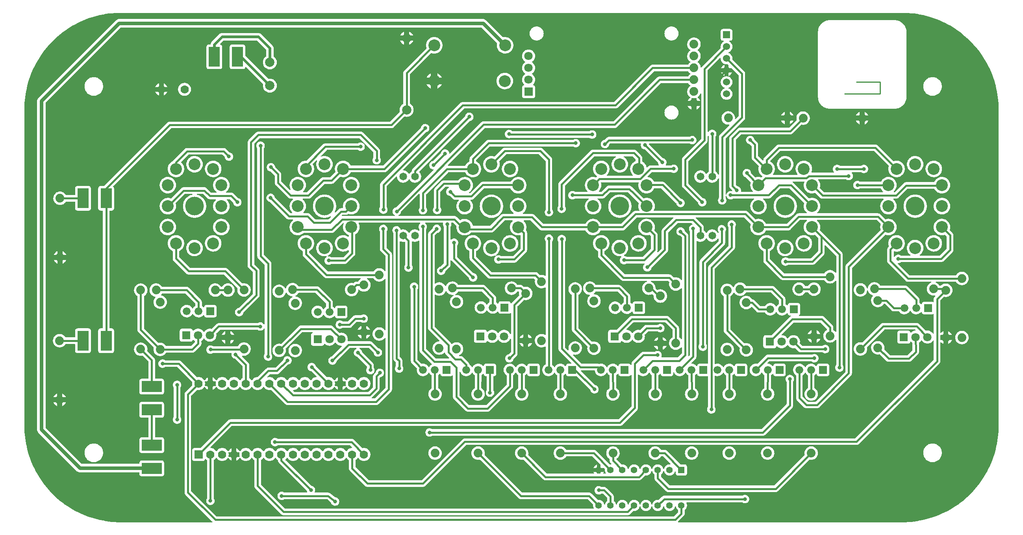
<source format=gtl>
G04 Layer: TopLayer*
G04 EasyEDA v6.4.25, 2021-11-28T11:35:11+01:00*
G04 012f4e6f5168424cbf972d7804d96389,6d705683b9bb4ad5a2e260519191d1bd,10*
G04 Gerber Generator version 0.2*
G04 Scale: 100 percent, Rotated: No, Reflected: No *
G04 Dimensions in millimeters *
G04 leading zeros omitted , absolute positions ,4 integer and 5 decimal *
%FSLAX45Y45*%
%MOMM*%

%ADD10C,0.2540*%
%ADD11C,0.4000*%
%ADD12C,0.6000*%
%ADD13C,0.8000*%
%ADD14C,1.8796*%
%ADD15C,1.6510*%
%ADD17C,1.5240*%
%ADD19R,1.8000X1.8000*%
%ADD20C,1.8000*%
%ADD21R,1.6764X1.6764*%
%ADD22C,1.6764*%
%ADD23R,1.3970X1.3970*%
%ADD24C,1.3970*%
%ADD25C,2.0000*%
%ADD26C,2.5400*%
%ADD27C,4.0000*%
%ADD29C,1.7780*%
%ADD30R,2.3800X4.2850*%

%LPD*%
G36*
X2105253Y30886D02*
G01*
X2040940Y31902D01*
X1977136Y34848D01*
X1913483Y39776D01*
X1849932Y46634D01*
X1786686Y55473D01*
X1723745Y66243D01*
X1661109Y78943D01*
X1598930Y93573D01*
X1537258Y110134D01*
X1476095Y128524D01*
X1415491Y148844D01*
X1355598Y170992D01*
X1296416Y195021D01*
X1237945Y220827D01*
X1180338Y248412D01*
X1123594Y277774D01*
X1067816Y308864D01*
X1013002Y341630D01*
X959205Y376123D01*
X906526Y412191D01*
X854964Y449935D01*
X804570Y489204D01*
X755446Y529996D01*
X707593Y572312D01*
X661060Y616051D01*
X615848Y661263D01*
X572109Y707796D01*
X529793Y755650D01*
X489000Y804824D01*
X449732Y855167D01*
X412038Y906729D01*
X375920Y959459D01*
X341477Y1013256D01*
X308711Y1068070D01*
X277622Y1123899D01*
X248259Y1180592D01*
X220675Y1238250D01*
X194868Y1296670D01*
X170891Y1355852D01*
X148742Y1415796D01*
X128473Y1476349D01*
X110032Y1537512D01*
X93522Y1599234D01*
X78892Y1661414D01*
X66192Y1723999D01*
X55422Y1786991D01*
X46583Y1850237D01*
X39725Y1913737D01*
X34848Y1977440D01*
X31902Y2041245D01*
X30886Y2105253D01*
X30886Y8904732D01*
X31902Y8968994D01*
X34848Y9032798D01*
X39776Y9096502D01*
X46634Y9160002D01*
X55473Y9223298D01*
X66243Y9286240D01*
X78943Y9348825D01*
X93573Y9411004D01*
X110134Y9472726D01*
X128574Y9533890D01*
X148844Y9594443D01*
X170992Y9654387D01*
X195021Y9713569D01*
X220827Y9771989D01*
X248412Y9829596D01*
X277774Y9886340D01*
X308864Y9942169D01*
X341630Y9996982D01*
X376123Y10050780D01*
X412242Y10103459D01*
X449935Y10155021D01*
X489204Y10205415D01*
X529996Y10254538D01*
X572312Y10302392D01*
X616102Y10348925D01*
X661263Y10394086D01*
X707796Y10437876D01*
X755650Y10480141D01*
X804824Y10520934D01*
X855218Y10560253D01*
X906780Y10597946D01*
X959459Y10634014D01*
X1013256Y10668508D01*
X1068070Y10701274D01*
X1123899Y10732363D01*
X1180642Y10761675D01*
X1238250Y10789259D01*
X1296670Y10815066D01*
X1355902Y10839043D01*
X1415796Y10861192D01*
X1476349Y10881512D01*
X1537563Y10899952D01*
X1599234Y10916462D01*
X1661414Y10931093D01*
X1724050Y10943793D01*
X1786991Y10954562D01*
X1850288Y10963351D01*
X1913788Y10970209D01*
X1977440Y10975136D01*
X2041296Y10978083D01*
X2105253Y10979048D01*
X18904712Y10979048D01*
X18969024Y10978083D01*
X19032829Y10975136D01*
X19096532Y10970209D01*
X19160032Y10963300D01*
X19223278Y10954512D01*
X19286270Y10943742D01*
X19348856Y10930991D01*
X19411035Y10916361D01*
X19472757Y10899851D01*
X19533920Y10881410D01*
X19594474Y10861090D01*
X19654367Y10838942D01*
X19713600Y10814964D01*
X19772020Y10789158D01*
X19829627Y10761573D01*
X19886371Y10732211D01*
X19942149Y10701121D01*
X19996962Y10668304D01*
X20050760Y10633862D01*
X20103490Y10597743D01*
X20155052Y10560050D01*
X20205395Y10520781D01*
X20254569Y10479938D01*
X20302423Y10437622D01*
X20348956Y10393883D01*
X20394117Y10348722D01*
X20437856Y10302189D01*
X20480172Y10254284D01*
X20520964Y10205161D01*
X20560233Y10154767D01*
X20597926Y10103205D01*
X20634045Y10050475D01*
X20668488Y9996728D01*
X20701254Y9941864D01*
X20732343Y9886086D01*
X20761706Y9829342D01*
X20789290Y9771735D01*
X20815096Y9713264D01*
X20839074Y9654082D01*
X20861223Y9594138D01*
X20881543Y9533585D01*
X20899932Y9472422D01*
X20916493Y9410700D01*
X20931073Y9348520D01*
X20943773Y9285935D01*
X20954542Y9222994D01*
X20963382Y9159697D01*
X20970240Y9096197D01*
X20975167Y9032494D01*
X20978114Y8968689D01*
X20979079Y8904732D01*
X20979079Y2105253D01*
X20978063Y2040940D01*
X20975116Y1977136D01*
X20970189Y1913432D01*
X20963331Y1849932D01*
X20954492Y1786686D01*
X20943722Y1723694D01*
X20931022Y1661109D01*
X20916392Y1598930D01*
X20899831Y1537208D01*
X20881441Y1476044D01*
X20861121Y1415491D01*
X20838972Y1355598D01*
X20814944Y1296365D01*
X20789138Y1237945D01*
X20761553Y1180338D01*
X20732191Y1123594D01*
X20701101Y1067816D01*
X20668335Y1013002D01*
X20633842Y959205D01*
X20597774Y906475D01*
X20560030Y854913D01*
X20520761Y804570D01*
X20479969Y755396D01*
X20437652Y707542D01*
X20393914Y661009D01*
X20348702Y615848D01*
X20302169Y572109D01*
X20254315Y529793D01*
X20205141Y489000D01*
X20154798Y449732D01*
X20103236Y412038D01*
X20050506Y375920D01*
X19996708Y341477D01*
X19941895Y308711D01*
X19886066Y277622D01*
X19829373Y248259D01*
X19771715Y220675D01*
X19713295Y194868D01*
X19654113Y170891D01*
X19594169Y148742D01*
X19533616Y128422D01*
X19472452Y110032D01*
X19410730Y93472D01*
X19348551Y78892D01*
X19285966Y66192D01*
X19222974Y55422D01*
X19159728Y46583D01*
X19096228Y39725D01*
X19032524Y34798D01*
X18968720Y31851D01*
X18904712Y30886D01*
X14095323Y30886D01*
X14091412Y31648D01*
X14088110Y33883D01*
X14085925Y37185D01*
X14085163Y41046D01*
X14085925Y44958D01*
X14088110Y48260D01*
X14208150Y168046D01*
X14215618Y176733D01*
X14221409Y186182D01*
X14225625Y196392D01*
X14228216Y207162D01*
X14229130Y218541D01*
X14229130Y291134D01*
X14230096Y295402D01*
X14232686Y298856D01*
X14242288Y307086D01*
X14252244Y318008D01*
X14260830Y330149D01*
X14267840Y343204D01*
X14273174Y357022D01*
X14276781Y371348D01*
X14278610Y386080D01*
X14278610Y400913D01*
X14276781Y415594D01*
X14273174Y429971D01*
X14267840Y443788D01*
X14266265Y448513D01*
X14266773Y452628D01*
X14268907Y456184D01*
X14272310Y458622D01*
X14276374Y459485D01*
X15467482Y459485D01*
X15470479Y459028D01*
X15473172Y457708D01*
X15482265Y451612D01*
X15493593Y446074D01*
X15505633Y442163D01*
X15518028Y439978D01*
X15530677Y439521D01*
X15543225Y440842D01*
X15555468Y443890D01*
X15567151Y448614D01*
X15578124Y454964D01*
X15588030Y462737D01*
X15596819Y471779D01*
X15604236Y481990D01*
X15610179Y493166D01*
X15614497Y505002D01*
X15617139Y517398D01*
X15618002Y529945D01*
X15617139Y542544D01*
X15614497Y554939D01*
X15610179Y566775D01*
X15604236Y577951D01*
X15596819Y588162D01*
X15588030Y597204D01*
X15578124Y604977D01*
X15567151Y611327D01*
X15555468Y616051D01*
X15543225Y619099D01*
X15530677Y620420D01*
X15518028Y619963D01*
X15505633Y617778D01*
X15493593Y613867D01*
X15482265Y608330D01*
X15473222Y602234D01*
X15470479Y600964D01*
X15467533Y600506D01*
X13787424Y600506D01*
X13775994Y599592D01*
X13765225Y597001D01*
X13755014Y592785D01*
X13745565Y586994D01*
X13736878Y579577D01*
X13673023Y515721D01*
X13669263Y513334D01*
X13664895Y512775D01*
X13654176Y513791D01*
X13639393Y513334D01*
X13624763Y511048D01*
X13610488Y506984D01*
X13596823Y501192D01*
X13584021Y493826D01*
X13572185Y484885D01*
X13561568Y474573D01*
X13552271Y463042D01*
X13544448Y450443D01*
X13538250Y436981D01*
X13533780Y422859D01*
X13533424Y420979D01*
X13532002Y417372D01*
X13529259Y414528D01*
X13525703Y412953D01*
X13521791Y412851D01*
X13518134Y414223D01*
X13515238Y416864D01*
X13513612Y420370D01*
X13511174Y429971D01*
X13505840Y443788D01*
X13498830Y456844D01*
X13490244Y468934D01*
X13480288Y479907D01*
X13469010Y489508D01*
X13456666Y497687D01*
X13443407Y504291D01*
X13429437Y509219D01*
X13414959Y512419D01*
X13400176Y513791D01*
X13385393Y513334D01*
X13370763Y511048D01*
X13356488Y506984D01*
X13342823Y501192D01*
X13330021Y493826D01*
X13318185Y484885D01*
X13307568Y474573D01*
X13298271Y463042D01*
X13290448Y450443D01*
X13284250Y436981D01*
X13279780Y422859D01*
X13279424Y420979D01*
X13278002Y417372D01*
X13275259Y414528D01*
X13271703Y412953D01*
X13267791Y412851D01*
X13264134Y414223D01*
X13261238Y416864D01*
X13259612Y420370D01*
X13257174Y429971D01*
X13251840Y443788D01*
X13244830Y456844D01*
X13236244Y468934D01*
X13226288Y479907D01*
X13215010Y489508D01*
X13202666Y497687D01*
X13189407Y504291D01*
X13175437Y509219D01*
X13160959Y512419D01*
X13146176Y513791D01*
X13131393Y513334D01*
X13116763Y511048D01*
X13102488Y506984D01*
X13088823Y501192D01*
X13076021Y493826D01*
X13064185Y484885D01*
X13053568Y474573D01*
X13044271Y463042D01*
X13036448Y450443D01*
X13030250Y436981D01*
X13025780Y422859D01*
X13025424Y420979D01*
X13024002Y417372D01*
X13021259Y414528D01*
X13017703Y412953D01*
X13013791Y412851D01*
X13010134Y414223D01*
X13007238Y416864D01*
X13005612Y420370D01*
X13003174Y429971D01*
X12997840Y443788D01*
X12990830Y456844D01*
X12982244Y468934D01*
X12972288Y479907D01*
X12961010Y489508D01*
X12948666Y497687D01*
X12935407Y504291D01*
X12921437Y509219D01*
X12906959Y512419D01*
X12892176Y513791D01*
X12877393Y513334D01*
X12862763Y511048D01*
X12848488Y506984D01*
X12834823Y501192D01*
X12822021Y493826D01*
X12810185Y484885D01*
X12799568Y474573D01*
X12790271Y463042D01*
X12782448Y450443D01*
X12776250Y436981D01*
X12771780Y422859D01*
X12771424Y420979D01*
X12770002Y417372D01*
X12767259Y414528D01*
X12763703Y412953D01*
X12759791Y412851D01*
X12756134Y414223D01*
X12753238Y416864D01*
X12751612Y420370D01*
X12749174Y429971D01*
X12743840Y443788D01*
X12736830Y456844D01*
X12728244Y468934D01*
X12718288Y479907D01*
X12708686Y488086D01*
X12706096Y491540D01*
X12705130Y495808D01*
X12705130Y583082D01*
X12704267Y594512D01*
X12701676Y605282D01*
X12697409Y615492D01*
X12691668Y624941D01*
X12684201Y633628D01*
X12549073Y768502D01*
X12540437Y775919D01*
X12530988Y781659D01*
X12520777Y785926D01*
X12510008Y788466D01*
X12498578Y789381D01*
X12442240Y789381D01*
X12438938Y789940D01*
X12435992Y791565D01*
X12432995Y793902D01*
X12422073Y800201D01*
X12410338Y804926D01*
X12398095Y807974D01*
X12385548Y809294D01*
X12372949Y808888D01*
X12360503Y806653D01*
X12348514Y802792D01*
X12337135Y797255D01*
X12326670Y790194D01*
X12317323Y781710D01*
X12309195Y772058D01*
X12302490Y761339D01*
X12297359Y749808D01*
X12293904Y737666D01*
X12292126Y725170D01*
X12292126Y712571D01*
X12293904Y700074D01*
X12297359Y687933D01*
X12302490Y676402D01*
X12309195Y665683D01*
X12317323Y656031D01*
X12326670Y647547D01*
X12337135Y640486D01*
X12348514Y634949D01*
X12360503Y631088D01*
X12372949Y628853D01*
X12385548Y628446D01*
X12398095Y629767D01*
X12410338Y632815D01*
X12422073Y637540D01*
X12432995Y643839D01*
X12435992Y646176D01*
X12438938Y647801D01*
X12442240Y648360D01*
X12465608Y648360D01*
X12469469Y647598D01*
X12472771Y645363D01*
X12561112Y557225D01*
X12563348Y553923D01*
X12564110Y550011D01*
X12564110Y495909D01*
X12563602Y492810D01*
X12562230Y490016D01*
X12560046Y487781D01*
X12556185Y484885D01*
X12545568Y474573D01*
X12536271Y463042D01*
X12528448Y450443D01*
X12522250Y436981D01*
X12517780Y422859D01*
X12517424Y420979D01*
X12516002Y417372D01*
X12513259Y414528D01*
X12509703Y412953D01*
X12505791Y412851D01*
X12502134Y414223D01*
X12499238Y416864D01*
X12497612Y420370D01*
X12495174Y429971D01*
X12489840Y443788D01*
X12482830Y456844D01*
X12474244Y468934D01*
X12464288Y479907D01*
X12453010Y489508D01*
X12440666Y497687D01*
X12427407Y504291D01*
X12413437Y509219D01*
X12398959Y512419D01*
X12384176Y513791D01*
X12369393Y513334D01*
X12363653Y512927D01*
X12360656Y513892D01*
X12358065Y515772D01*
X12224766Y649071D01*
X12216079Y656539D01*
X12206630Y662279D01*
X12196419Y666546D01*
X12185650Y669086D01*
X12174220Y670001D01*
X10737900Y670001D01*
X10733989Y670763D01*
X10730687Y672998D01*
X9929520Y1474165D01*
X9927590Y1476857D01*
X9926624Y1480058D01*
X9926777Y1483360D01*
X9929520Y1496923D01*
X9930942Y1513332D01*
X9930434Y1529842D01*
X9928098Y1546148D01*
X9923932Y1562150D01*
X9917938Y1577492D01*
X9910216Y1592072D01*
X9900920Y1605686D01*
X9890099Y1618183D01*
X9877958Y1629308D01*
X9864598Y1639011D01*
X9850272Y1647139D01*
X9835032Y1653539D01*
X9819233Y1658213D01*
X9802977Y1661007D01*
X9786518Y1661972D01*
X9770008Y1661007D01*
X9753803Y1658213D01*
X9737953Y1653539D01*
X9722764Y1647139D01*
X9708388Y1639011D01*
X9695027Y1629308D01*
X9682886Y1618183D01*
X9672066Y1605686D01*
X9662769Y1592072D01*
X9655098Y1577492D01*
X9649104Y1562150D01*
X9644888Y1546148D01*
X9642551Y1529842D01*
X9642094Y1513332D01*
X9643465Y1496923D01*
X9646767Y1480769D01*
X9651847Y1465072D01*
X9658705Y1450035D01*
X9667240Y1435912D01*
X9677298Y1422857D01*
X9688830Y1411020D01*
X9701580Y1400606D01*
X9715449Y1391666D01*
X9730282Y1384401D01*
X9745776Y1378864D01*
X9761880Y1375105D01*
X9778238Y1373225D01*
X9794748Y1373225D01*
X9811156Y1375105D01*
X9820249Y1377238D01*
X9823653Y1377442D01*
X9826955Y1376476D01*
X9829698Y1374495D01*
X10654334Y549910D01*
X10663021Y542442D01*
X10672470Y536702D01*
X10682681Y532434D01*
X10693450Y529844D01*
X10704880Y528980D01*
X12141200Y528980D01*
X12145111Y528218D01*
X12148413Y525983D01*
X12258090Y416255D01*
X12260427Y412699D01*
X12261088Y408482D01*
X12260122Y393496D01*
X12261037Y378714D01*
X12263780Y364134D01*
X12268250Y350012D01*
X12273330Y338988D01*
X12274245Y335026D01*
X12273584Y331063D01*
X12271400Y327660D01*
X12268098Y325374D01*
X12264136Y324561D01*
X5639612Y324561D01*
X5635701Y325323D01*
X5632399Y327558D01*
X5120640Y839317D01*
X5118404Y842619D01*
X5117642Y846531D01*
X5117642Y1362405D01*
X5118201Y1365707D01*
X5119776Y1368602D01*
X5122214Y1370888D01*
X5130241Y1376172D01*
X5142687Y1386586D01*
X5153812Y1398371D01*
X5163464Y1411376D01*
X5165191Y1414373D01*
X5168036Y1417523D01*
X5171897Y1419250D01*
X5176113Y1419250D01*
X5179974Y1417523D01*
X5182819Y1414373D01*
X5184546Y1411376D01*
X5194198Y1398371D01*
X5205323Y1386586D01*
X5217769Y1376172D01*
X5231333Y1367231D01*
X5245811Y1359966D01*
X5261051Y1354429D01*
X5276799Y1350670D01*
X5292902Y1348790D01*
X5309108Y1348790D01*
X5325211Y1350670D01*
X5341010Y1354429D01*
X5356250Y1359966D01*
X5370728Y1367231D01*
X5384241Y1376172D01*
X5396687Y1386586D01*
X5407812Y1398371D01*
X5417464Y1411376D01*
X5419191Y1414373D01*
X5422036Y1417523D01*
X5425897Y1419250D01*
X5430113Y1419250D01*
X5433974Y1417523D01*
X5436819Y1414373D01*
X5438546Y1411376D01*
X5448198Y1398371D01*
X5459323Y1386586D01*
X5471769Y1376172D01*
X5480050Y1370736D01*
X5482336Y1368653D01*
X5483910Y1366012D01*
X5484571Y1362964D01*
X5485536Y1350467D01*
X5488076Y1339697D01*
X5492343Y1329486D01*
X5498084Y1320038D01*
X5505551Y1311351D01*
X6101689Y715213D01*
X6103569Y712571D01*
X6104534Y709472D01*
X6105499Y702665D01*
X6109004Y690524D01*
X6112306Y683056D01*
X6113221Y679094D01*
X6112510Y675182D01*
X6110274Y671779D01*
X6106972Y669544D01*
X6103061Y668731D01*
X5626506Y668731D01*
X5623204Y669290D01*
X5620258Y670915D01*
X5615635Y674522D01*
X5604662Y680821D01*
X5592978Y685546D01*
X5580735Y688594D01*
X5568188Y689914D01*
X5555538Y689508D01*
X5543143Y687273D01*
X5531104Y683412D01*
X5519775Y677875D01*
X5509310Y670814D01*
X5499912Y662330D01*
X5491784Y652678D01*
X5485130Y641959D01*
X5479999Y630428D01*
X5476494Y618286D01*
X5474716Y605790D01*
X5474716Y593191D01*
X5476494Y580694D01*
X5479999Y568553D01*
X5485130Y557022D01*
X5491784Y546303D01*
X5499912Y536651D01*
X5509310Y528167D01*
X5519775Y521106D01*
X5531104Y515569D01*
X5543143Y511708D01*
X5555538Y509473D01*
X5568188Y509066D01*
X5580735Y510387D01*
X5592978Y513435D01*
X5604662Y518159D01*
X5615635Y524459D01*
X5619953Y527151D01*
X5623255Y527710D01*
X6532575Y527710D01*
X6535928Y527100D01*
X6538925Y525475D01*
X6620103Y460197D01*
X6622237Y457911D01*
X6623507Y455066D01*
X6625996Y446532D01*
X6631127Y435000D01*
X6637781Y424281D01*
X6645909Y414629D01*
X6655308Y406196D01*
X6665772Y399135D01*
X6677101Y393598D01*
X6689140Y389686D01*
X6701536Y387502D01*
X6714185Y387045D01*
X6726732Y388366D01*
X6738975Y391414D01*
X6750659Y396138D01*
X6761632Y402488D01*
X6771538Y410260D01*
X6780326Y419303D01*
X6787743Y429514D01*
X6793687Y440690D01*
X6798005Y452526D01*
X6800646Y464921D01*
X6801510Y477469D01*
X6800646Y490067D01*
X6798005Y502462D01*
X6793687Y514299D01*
X6787743Y525475D01*
X6780326Y535686D01*
X6771538Y544728D01*
X6761632Y552500D01*
X6750659Y558850D01*
X6738975Y563575D01*
X6726732Y566623D01*
X6713778Y567994D01*
X6710934Y568706D01*
X6708444Y570179D01*
X6605270Y653135D01*
X6602526Y655167D01*
X6595872Y659485D01*
X6593128Y660958D01*
X6585864Y664210D01*
X6582918Y665226D01*
X6575247Y667258D01*
X6572148Y667867D01*
X6564274Y668680D01*
X6285128Y668731D01*
X6281064Y669594D01*
X6277660Y671982D01*
X6275527Y675538D01*
X6275019Y679704D01*
X6281013Y696518D01*
X6283655Y708914D01*
X6284518Y721461D01*
X6283655Y734060D01*
X6281013Y746455D01*
X6276695Y758291D01*
X6270752Y769467D01*
X6263335Y779678D01*
X6254546Y788720D01*
X6244640Y796493D01*
X6233668Y802843D01*
X6221984Y807567D01*
X6205524Y811631D01*
X6202730Y813612D01*
X5647131Y1369212D01*
X5644845Y1372717D01*
X5644184Y1376832D01*
X5645200Y1380896D01*
X5647791Y1384147D01*
X5650687Y1386586D01*
X5661812Y1398371D01*
X5671464Y1411376D01*
X5673191Y1414373D01*
X5676036Y1417523D01*
X5679897Y1419250D01*
X5684113Y1419250D01*
X5687974Y1417523D01*
X5690819Y1414373D01*
X5692546Y1411376D01*
X5702198Y1398371D01*
X5713323Y1386586D01*
X5725769Y1376172D01*
X5739333Y1367231D01*
X5753811Y1359966D01*
X5769051Y1354429D01*
X5784799Y1350670D01*
X5800902Y1348790D01*
X5817108Y1348790D01*
X5833211Y1350670D01*
X5849010Y1354429D01*
X5864250Y1359966D01*
X5878728Y1367231D01*
X5892241Y1376172D01*
X5904687Y1386586D01*
X5915812Y1398371D01*
X5925464Y1411376D01*
X5927191Y1414373D01*
X5930036Y1417523D01*
X5933897Y1419250D01*
X5938113Y1419250D01*
X5941974Y1417523D01*
X5944819Y1414373D01*
X5946546Y1411376D01*
X5956198Y1398371D01*
X5967323Y1386586D01*
X5979769Y1376172D01*
X5993333Y1367231D01*
X6007811Y1359966D01*
X6023051Y1354429D01*
X6038799Y1350670D01*
X6054902Y1348790D01*
X6071108Y1348790D01*
X6087211Y1350670D01*
X6103010Y1354429D01*
X6118250Y1359966D01*
X6132728Y1367231D01*
X6146241Y1376172D01*
X6158687Y1386586D01*
X6169812Y1398371D01*
X6179464Y1411376D01*
X6181191Y1414373D01*
X6184036Y1417523D01*
X6187897Y1419250D01*
X6192113Y1419250D01*
X6195974Y1417523D01*
X6198819Y1414373D01*
X6200546Y1411376D01*
X6210198Y1398371D01*
X6221323Y1386586D01*
X6233769Y1376172D01*
X6247333Y1367231D01*
X6261811Y1359966D01*
X6277051Y1354429D01*
X6292799Y1350670D01*
X6308902Y1348790D01*
X6325108Y1348790D01*
X6341211Y1350670D01*
X6357010Y1354429D01*
X6372250Y1359966D01*
X6386728Y1367231D01*
X6400241Y1376172D01*
X6412687Y1386586D01*
X6423812Y1398371D01*
X6433464Y1411376D01*
X6435191Y1414373D01*
X6438036Y1417523D01*
X6441897Y1419250D01*
X6446113Y1419250D01*
X6449974Y1417523D01*
X6452819Y1414373D01*
X6454546Y1411376D01*
X6464198Y1398371D01*
X6475323Y1386586D01*
X6487769Y1376172D01*
X6501333Y1367231D01*
X6515811Y1359966D01*
X6531051Y1354429D01*
X6546799Y1350670D01*
X6562902Y1348790D01*
X6579108Y1348790D01*
X6595211Y1350670D01*
X6611010Y1354429D01*
X6626250Y1359966D01*
X6640728Y1367231D01*
X6654241Y1376172D01*
X6666687Y1386586D01*
X6677812Y1398371D01*
X6687464Y1411376D01*
X6689191Y1414373D01*
X6692036Y1417523D01*
X6695897Y1419250D01*
X6700113Y1419250D01*
X6703974Y1417523D01*
X6706819Y1414373D01*
X6708546Y1411376D01*
X6718198Y1398371D01*
X6729323Y1386586D01*
X6741769Y1376172D01*
X6755333Y1367231D01*
X6769811Y1359966D01*
X6785051Y1354429D01*
X6800799Y1350670D01*
X6816902Y1348790D01*
X6833108Y1348790D01*
X6849211Y1350670D01*
X6865010Y1354429D01*
X6880250Y1359966D01*
X6894728Y1367231D01*
X6908241Y1376172D01*
X6920687Y1386586D01*
X6931812Y1398371D01*
X6941464Y1411376D01*
X6943191Y1414373D01*
X6946036Y1417523D01*
X6949897Y1419250D01*
X6954113Y1419250D01*
X6957974Y1417523D01*
X6960819Y1414373D01*
X6962546Y1411376D01*
X6972198Y1398371D01*
X6983323Y1386586D01*
X6995769Y1376172D01*
X7004050Y1370736D01*
X7006488Y1368450D01*
X7008063Y1365504D01*
X7008622Y1362252D01*
X7008622Y1192225D01*
X7009536Y1180795D01*
X7012076Y1170025D01*
X7016343Y1159814D01*
X7022084Y1150366D01*
X7029551Y1141679D01*
X7357414Y813816D01*
X7366101Y806348D01*
X7375550Y800608D01*
X7385761Y796340D01*
X7396530Y793750D01*
X7407960Y792886D01*
X8600440Y792886D01*
X8611870Y793750D01*
X8622639Y796340D01*
X8632850Y800608D01*
X8642299Y806348D01*
X8650986Y813816D01*
X9527743Y1690573D01*
X9531045Y1692808D01*
X9534956Y1693570D01*
X17923764Y1693570D01*
X17935194Y1694434D01*
X17945963Y1697024D01*
X17956174Y1701292D01*
X17965623Y1707032D01*
X17974310Y1714500D01*
X19704507Y3444697D01*
X19711974Y3453384D01*
X19717715Y3462832D01*
X19721982Y3473043D01*
X19724573Y3483813D01*
X19725436Y3495243D01*
X19725436Y3889959D01*
X19726198Y3893769D01*
X19728332Y3897020D01*
X19731532Y3899255D01*
X19735292Y3900119D01*
X19739152Y3899458D01*
X19742454Y3897426D01*
X19751497Y3889146D01*
X19764857Y3879443D01*
X19779234Y3871315D01*
X19789648Y3866896D01*
X19789648Y3947617D01*
X19735596Y3947617D01*
X19731736Y3948429D01*
X19728434Y3950614D01*
X19726198Y3953916D01*
X19725436Y3957777D01*
X19725436Y4044137D01*
X19726198Y4048048D01*
X19728434Y4051350D01*
X19731736Y4053535D01*
X19735596Y4054297D01*
X19789648Y4054297D01*
X19789648Y4135069D01*
X19786701Y4134053D01*
X19771918Y4126788D01*
X19758050Y4117848D01*
X19745299Y4107434D01*
X19742912Y4104944D01*
X19739610Y4102709D01*
X19735698Y4101896D01*
X19731786Y4102608D01*
X19728434Y4104843D01*
X19726249Y4108145D01*
X19725436Y4112056D01*
X19725436Y4795469D01*
X19726198Y4799330D01*
X19728434Y4802632D01*
X19799554Y4873853D01*
X19802500Y4875936D01*
X19806005Y4876800D01*
X19810272Y4876241D01*
X19826528Y4873447D01*
X19842988Y4872482D01*
X19859447Y4873447D01*
X19875703Y4876241D01*
X19891552Y4880914D01*
X19906742Y4887315D01*
X19921118Y4895443D01*
X19934428Y4905146D01*
X19946569Y4916271D01*
X19957389Y4928768D01*
X19966686Y4942382D01*
X19974407Y4956962D01*
X19980402Y4972304D01*
X19984567Y4988306D01*
X19986955Y5004612D01*
X19987412Y5021122D01*
X19985990Y5037531D01*
X19982738Y5053685D01*
X19977608Y5069382D01*
X19970750Y5084419D01*
X19962266Y5098542D01*
X19952157Y5111597D01*
X19940676Y5123434D01*
X19927925Y5133848D01*
X19914006Y5142788D01*
X19899223Y5150053D01*
X19883678Y5155590D01*
X19867626Y5159349D01*
X19851217Y5161229D01*
X19834707Y5161229D01*
X19818350Y5159349D01*
X19802297Y5155590D01*
X19786752Y5150053D01*
X19771918Y5142788D01*
X19758050Y5133848D01*
X19745299Y5123434D01*
X19741591Y5119624D01*
X19738238Y5117338D01*
X19734276Y5116525D01*
X19712228Y5116525D01*
X19708723Y5117134D01*
X19705624Y5118963D01*
X19703389Y5121706D01*
X19702018Y5124094D01*
X19692315Y5137454D01*
X19681190Y5149596D01*
X19668693Y5160416D01*
X19655078Y5169712D01*
X19640499Y5177383D01*
X19634098Y5179872D01*
X19630745Y5182057D01*
X19628459Y5185308D01*
X19627646Y5189220D01*
X19628358Y5193182D01*
X19630542Y5196484D01*
X19633844Y5198719D01*
X19637806Y5199532D01*
X20058024Y5199532D01*
X20061275Y5198973D01*
X20064171Y5197449D01*
X20066457Y5195112D01*
X20075550Y5181752D01*
X20086370Y5169255D01*
X20098512Y5158130D01*
X20111872Y5148427D01*
X20126248Y5140299D01*
X20141438Y5133898D01*
X20157236Y5129225D01*
X20173492Y5126431D01*
X20190002Y5125466D01*
X20206462Y5126431D01*
X20222718Y5129225D01*
X20238516Y5133898D01*
X20253706Y5140299D01*
X20268082Y5148427D01*
X20281442Y5158130D01*
X20293584Y5169255D01*
X20304404Y5181752D01*
X20313700Y5195366D01*
X20321422Y5209946D01*
X20327416Y5225338D01*
X20331582Y5241290D01*
X20333919Y5257596D01*
X20334427Y5274106D01*
X20333004Y5290515D01*
X20329702Y5306720D01*
X20324622Y5322417D01*
X20317764Y5337403D01*
X20309230Y5351526D01*
X20299172Y5364581D01*
X20287691Y5376418D01*
X20274889Y5386882D01*
X20261021Y5395772D01*
X20246238Y5403037D01*
X20230693Y5408625D01*
X20214640Y5412333D01*
X20198232Y5414213D01*
X20181722Y5414213D01*
X20165364Y5412333D01*
X20149261Y5408625D01*
X20133716Y5403037D01*
X20118933Y5395772D01*
X20105065Y5386882D01*
X20092263Y5376418D01*
X20080782Y5364581D01*
X20070724Y5351526D01*
X20067066Y5345480D01*
X20064780Y5342839D01*
X20061783Y5341162D01*
X20058380Y5340553D01*
X19063512Y5340553D01*
X19059601Y5341315D01*
X19056299Y5343550D01*
X18814999Y5584698D01*
X18812865Y5587796D01*
X18812052Y5591505D01*
X18812611Y5595264D01*
X18814542Y5598566D01*
X18817539Y5600903D01*
X18821146Y5601970D01*
X18834709Y5603341D01*
X18846952Y5606389D01*
X18858636Y5611114D01*
X18869609Y5617464D01*
X18872606Y5619800D01*
X18875552Y5621375D01*
X18878854Y5621934D01*
X19740168Y5621934D01*
X19751598Y5622848D01*
X19762317Y5625439D01*
X19772528Y5629656D01*
X19781977Y5635447D01*
X19790714Y5642864D01*
X19984669Y5836869D01*
X19992136Y5845556D01*
X19997877Y5855004D01*
X20002144Y5865215D01*
X20004735Y5875985D01*
X20005598Y5887415D01*
X20005598Y6199530D01*
X20004735Y6210960D01*
X20002144Y6221730D01*
X19997877Y6231940D01*
X19992136Y6241389D01*
X19984669Y6250076D01*
X19929551Y6305194D01*
X19927366Y6308394D01*
X19926554Y6312154D01*
X19927214Y6315964D01*
X19929094Y6320993D01*
X19933767Y6338671D01*
X19936561Y6356705D01*
X19937526Y6374942D01*
X19936561Y6393230D01*
X19933767Y6411264D01*
X19929094Y6428943D01*
X19922642Y6446062D01*
X19914514Y6462369D01*
X19904710Y6477812D01*
X19893330Y6492138D01*
X19880580Y6505244D01*
X19866559Y6516928D01*
X19851370Y6527139D01*
X19835266Y6535724D01*
X19818350Y6542633D01*
X19800773Y6547713D01*
X19782790Y6551015D01*
X19764603Y6552387D01*
X19746315Y6551930D01*
X19728180Y6549593D01*
X19710400Y6545376D01*
X19693128Y6539382D01*
X19676567Y6531660D01*
X19660920Y6522212D01*
X19646290Y6511290D01*
X19632879Y6498844D01*
X19620839Y6485128D01*
X19610222Y6470243D01*
X19601230Y6454343D01*
X19593915Y6437579D01*
X19588378Y6420154D01*
X19584619Y6402273D01*
X19582739Y6384086D01*
X19582739Y6365798D01*
X19584619Y6347663D01*
X19588378Y6329730D01*
X19593915Y6312357D01*
X19601230Y6295593D01*
X19610222Y6279692D01*
X19620839Y6264808D01*
X19632879Y6251092D01*
X19646290Y6238646D01*
X19660920Y6227673D01*
X19676567Y6218275D01*
X19693128Y6210554D01*
X19710400Y6204508D01*
X19728180Y6200343D01*
X19746315Y6198006D01*
X19764603Y6197498D01*
X19782790Y6198920D01*
X19800773Y6202222D01*
X19818959Y6207556D01*
X19822820Y6208318D01*
X19826681Y6207506D01*
X19829983Y6205321D01*
X19861580Y6173724D01*
X19863816Y6170422D01*
X19864578Y6166510D01*
X19864578Y5920435D01*
X19863816Y5916523D01*
X19861580Y5913221D01*
X19714311Y5765952D01*
X19711009Y5763768D01*
X19707148Y5763006D01*
X19294754Y5763006D01*
X19290538Y5763869D01*
X19287134Y5766460D01*
X19285051Y5770168D01*
X19284696Y5774436D01*
X19286118Y5778500D01*
X19289064Y5781598D01*
X19291300Y5783072D01*
X19305320Y5794756D01*
X19318071Y5807862D01*
X19329450Y5822188D01*
X19339255Y5837631D01*
X19347383Y5853988D01*
X19353834Y5871057D01*
X19358508Y5888736D01*
X19361302Y5906820D01*
X19362267Y5925058D01*
X19361302Y5943295D01*
X19358508Y5961380D01*
X19353834Y5979007D01*
X19347383Y5996127D01*
X19339255Y6012484D01*
X19329450Y6027877D01*
X19318071Y6042253D01*
X19305320Y6055309D01*
X19291300Y6067044D01*
X19276110Y6077254D01*
X19260007Y6085840D01*
X19243090Y6092698D01*
X19225514Y6097828D01*
X19207530Y6101080D01*
X19189344Y6102502D01*
X19171056Y6102045D01*
X19152920Y6099657D01*
X19135140Y6095492D01*
X19117868Y6089497D01*
X19101308Y6081725D01*
X19085661Y6072327D01*
X19071031Y6061354D01*
X19057620Y6048959D01*
X19045580Y6035192D01*
X19034963Y6020308D01*
X19025971Y6004407D01*
X19018656Y5987643D01*
X19013119Y5970270D01*
X19009360Y5952388D01*
X19007480Y5934202D01*
X19007480Y5915914D01*
X19009360Y5897727D01*
X19013119Y5879846D01*
X19018656Y5862421D01*
X19025971Y5845708D01*
X19034963Y5829808D01*
X19045580Y5814872D01*
X19057620Y5801156D01*
X19071031Y5788761D01*
X19080988Y5781294D01*
X19083782Y5778093D01*
X19085001Y5774131D01*
X19084544Y5769914D01*
X19082410Y5766308D01*
X19079006Y5763869D01*
X19074892Y5763006D01*
X18878854Y5763006D01*
X18875552Y5763564D01*
X18872606Y5765139D01*
X18869609Y5767476D01*
X18858636Y5773826D01*
X18846952Y5778550D01*
X18834709Y5781598D01*
X18822162Y5782919D01*
X18809512Y5782462D01*
X18797117Y5780278D01*
X18785078Y5776366D01*
X18773749Y5770829D01*
X18763284Y5763768D01*
X18753886Y5755335D01*
X18745758Y5745683D01*
X18743218Y5741568D01*
X18740170Y5738469D01*
X18736106Y5736894D01*
X18731788Y5737199D01*
X18727978Y5739231D01*
X18725337Y5742686D01*
X18724422Y5746953D01*
X18724422Y5844133D01*
X18725083Y5847689D01*
X18726962Y5850839D01*
X18729807Y5853074D01*
X18733312Y5854192D01*
X18736919Y5853988D01*
X18752870Y5850229D01*
X18771006Y5847892D01*
X18789294Y5847435D01*
X18807480Y5848858D01*
X18825464Y5852109D01*
X18843040Y5857240D01*
X18859957Y5864098D01*
X18876060Y5872683D01*
X18891250Y5882894D01*
X18905270Y5894578D01*
X18918021Y5907684D01*
X18929400Y5922010D01*
X18939205Y5937453D01*
X18947333Y5953810D01*
X18953784Y5970879D01*
X18958458Y5988558D01*
X18961252Y6006642D01*
X18962217Y6024880D01*
X18961252Y6043117D01*
X18958458Y6061202D01*
X18953784Y6078829D01*
X18947333Y6095949D01*
X18939205Y6112306D01*
X18929400Y6127699D01*
X18918021Y6142075D01*
X18905270Y6155131D01*
X18891250Y6166866D01*
X18876060Y6177076D01*
X18859957Y6185662D01*
X18843040Y6192520D01*
X18825464Y6197650D01*
X18807480Y6200902D01*
X18789294Y6202324D01*
X18771006Y6201867D01*
X18752870Y6199479D01*
X18735090Y6195314D01*
X18717818Y6189319D01*
X18701258Y6181547D01*
X18685611Y6172149D01*
X18670981Y6161176D01*
X18657570Y6148781D01*
X18645530Y6135014D01*
X18634913Y6120130D01*
X18625921Y6104229D01*
X18618606Y6087465D01*
X18613069Y6070092D01*
X18609310Y6052210D01*
X18607430Y6034024D01*
X18607430Y6015736D01*
X18609310Y5997549D01*
X18613069Y5979668D01*
X18617641Y5965342D01*
X18618098Y5961684D01*
X18617234Y5958078D01*
X18615152Y5955080D01*
X18604331Y5944260D01*
X18596864Y5935573D01*
X18591123Y5926124D01*
X18586856Y5915914D01*
X18584316Y5905144D01*
X18583402Y5893714D01*
X18583402Y5646369D01*
X18584316Y5634939D01*
X18586856Y5624169D01*
X18591123Y5613958D01*
X18596864Y5604510D01*
X18604331Y5595823D01*
X18979946Y5220462D01*
X18988633Y5212994D01*
X18998082Y5207254D01*
X19008293Y5202986D01*
X19019062Y5200396D01*
X19030492Y5199532D01*
X19522744Y5199532D01*
X19526605Y5198770D01*
X19529856Y5196636D01*
X19532092Y5193385D01*
X19532904Y5189575D01*
X19532244Y5185714D01*
X19530161Y5182412D01*
X19526961Y5180126D01*
X19513042Y5173776D01*
X19498919Y5165242D01*
X19485864Y5155184D01*
X19474027Y5143652D01*
X19463613Y5130901D01*
X19454672Y5117033D01*
X19447408Y5102199D01*
X19441871Y5086654D01*
X19438112Y5070602D01*
X19436232Y5054244D01*
X19436232Y5037734D01*
X19438112Y5021326D01*
X19441871Y5005273D01*
X19447408Y4989728D01*
X19454672Y4974945D01*
X19463613Y4961026D01*
X19474027Y4948275D01*
X19485864Y4936794D01*
X19498919Y4926685D01*
X19513042Y4918202D01*
X19528078Y4911344D01*
X19543776Y4906213D01*
X19559930Y4902962D01*
X19576338Y4901539D01*
X19592848Y4901996D01*
X19604126Y4903622D01*
X19608292Y4903368D01*
X19612000Y4901438D01*
X19614642Y4898136D01*
X19615708Y4894072D01*
X19615048Y4889906D01*
X19612762Y4886401D01*
X19605294Y4878933D01*
X19597878Y4870297D01*
X19592137Y4860848D01*
X19587870Y4850638D01*
X19585330Y4839868D01*
X19584416Y4828438D01*
X19584416Y4770831D01*
X19583603Y4766868D01*
X19581317Y4763516D01*
X19577862Y4761331D01*
X19573900Y4760671D01*
X19569938Y4761636D01*
X19561149Y4765751D01*
X19552666Y4767986D01*
X19543420Y4768799D01*
X19376694Y4768799D01*
X19367449Y4767986D01*
X19358965Y4765751D01*
X19350990Y4761992D01*
X19343776Y4756962D01*
X19337578Y4750765D01*
X19332498Y4743551D01*
X19328790Y4735576D01*
X19325386Y4722774D01*
X19322948Y4719675D01*
X19319494Y4717796D01*
X19315582Y4717338D01*
X19311772Y4718405D01*
X19308673Y4720793D01*
X19302425Y4728057D01*
X19290690Y4738776D01*
X19280835Y4745888D01*
X19278549Y4748123D01*
X19277076Y4750968D01*
X19276568Y4754118D01*
X19276568Y4815484D01*
X19275653Y4826914D01*
X19273113Y4837684D01*
X19268846Y4847894D01*
X19263106Y4857343D01*
X19255638Y4866030D01*
X19026124Y5095544D01*
X19017437Y5103012D01*
X19007988Y5108752D01*
X18997777Y5113020D01*
X18987008Y5115560D01*
X18975578Y5116474D01*
X18442228Y5116474D01*
X18438723Y5117084D01*
X18435675Y5118912D01*
X18433389Y5121656D01*
X18432018Y5124094D01*
X18422315Y5137454D01*
X18411190Y5149596D01*
X18398693Y5160416D01*
X18385078Y5169712D01*
X18370499Y5177383D01*
X18355106Y5183378D01*
X18339155Y5187594D01*
X18322848Y5189931D01*
X18306338Y5190388D01*
X18289930Y5188966D01*
X18273776Y5185714D01*
X18258078Y5180634D01*
X18243042Y5173776D01*
X18228919Y5165242D01*
X18215864Y5155184D01*
X18204027Y5143652D01*
X18193613Y5130901D01*
X18184672Y5117033D01*
X18177408Y5102199D01*
X18171871Y5086654D01*
X18168112Y5070602D01*
X18167096Y5061915D01*
X18165826Y5058003D01*
X18163133Y5054955D01*
X18159476Y5053177D01*
X18155412Y5053025D01*
X18151602Y5054447D01*
X18148655Y5057292D01*
X18147080Y5061051D01*
X18146725Y5062728D01*
X18141645Y5078374D01*
X18134787Y5093411D01*
X18126252Y5107533D01*
X18116194Y5120589D01*
X18104662Y5132425D01*
X18091912Y5142890D01*
X18078043Y5151780D01*
X18063210Y5159044D01*
X18047665Y5164632D01*
X18031612Y5168341D01*
X18015254Y5170220D01*
X17998744Y5170220D01*
X17982336Y5168341D01*
X17966283Y5164632D01*
X17950738Y5159044D01*
X17935956Y5151780D01*
X17922036Y5142890D01*
X17909286Y5132425D01*
X17897805Y5120589D01*
X17887696Y5107533D01*
X17879212Y5093411D01*
X17872354Y5078374D01*
X17867223Y5062728D01*
X17863972Y5046522D01*
X17862550Y5030114D01*
X17863007Y5013604D01*
X17865394Y4997297D01*
X17869560Y4981346D01*
X17875554Y4965954D01*
X17883276Y4951374D01*
X17892572Y4937760D01*
X17903393Y4925263D01*
X17915534Y4914138D01*
X17928894Y4904435D01*
X17943220Y4896307D01*
X17958409Y4889906D01*
X17974259Y4885232D01*
X17990515Y4882438D01*
X18006974Y4881473D01*
X18023433Y4882438D01*
X18039689Y4885232D01*
X18055539Y4889906D01*
X18070728Y4896307D01*
X18085104Y4904435D01*
X18098465Y4914138D01*
X18110606Y4925263D01*
X18121426Y4937760D01*
X18130723Y4951374D01*
X18138394Y4965954D01*
X18144388Y4981346D01*
X18148604Y4997297D01*
X18150484Y5010454D01*
X18151805Y5014264D01*
X18154497Y5017211D01*
X18158104Y5018887D01*
X18162117Y5019090D01*
X18165876Y5017668D01*
X18168772Y5014976D01*
X18170448Y5011318D01*
X18171871Y5005273D01*
X18177408Y4989728D01*
X18184672Y4974945D01*
X18193613Y4961026D01*
X18204027Y4948275D01*
X18215864Y4936794D01*
X18228919Y4926685D01*
X18243042Y4918202D01*
X18258078Y4911344D01*
X18268696Y4907889D01*
X18272252Y4905857D01*
X18274741Y4902606D01*
X18275706Y4898644D01*
X18275046Y4894580D01*
X18272810Y4891074D01*
X18262701Y4878019D01*
X18254218Y4863896D01*
X18247360Y4848910D01*
X18242229Y4833213D01*
X18238978Y4817059D01*
X18237555Y4800600D01*
X18238012Y4784090D01*
X18240400Y4767783D01*
X18244566Y4751832D01*
X18250560Y4736439D01*
X18258231Y4721860D01*
X18267578Y4708245D01*
X18278348Y4695799D01*
X18290540Y4684623D01*
X18303849Y4674920D01*
X18318226Y4666792D01*
X18333415Y4660392D01*
X18349264Y4655769D01*
X18365520Y4652924D01*
X18381980Y4652010D01*
X18398439Y4652924D01*
X18414695Y4655769D01*
X18430544Y4660392D01*
X18445734Y4666792D01*
X18460110Y4674920D01*
X18473420Y4684623D01*
X18485612Y4695799D01*
X18496381Y4708245D01*
X18505474Y4721555D01*
X18507760Y4723892D01*
X18510656Y4725416D01*
X18513856Y4725974D01*
X18530163Y4725974D01*
X18534075Y4725212D01*
X18537377Y4722977D01*
X18675400Y4584954D01*
X18684087Y4577486D01*
X18693536Y4571746D01*
X18703747Y4567478D01*
X18714516Y4564938D01*
X18725946Y4564024D01*
X18832169Y4564024D01*
X18835217Y4563567D01*
X18838011Y4562144D01*
X18840246Y4560011D01*
X18850305Y4546803D01*
X18861379Y4535373D01*
X18873774Y4525365D01*
X18887186Y4516831D01*
X18901562Y4510024D01*
X18916650Y4504893D01*
X18932245Y4501642D01*
X18948095Y4500219D01*
X18963995Y4500676D01*
X18979743Y4503013D01*
X18995085Y4507230D01*
X19009817Y4513224D01*
X19023787Y4520895D01*
X19036690Y4530191D01*
X19048425Y4540910D01*
X19058839Y4552950D01*
X19067729Y4566158D01*
X19069964Y4570577D01*
X19072707Y4573879D01*
X19076568Y4575810D01*
X19080886Y4575911D01*
X19084848Y4574235D01*
X19087744Y4571085D01*
X19094653Y4559452D01*
X19104305Y4546803D01*
X19115379Y4535373D01*
X19127774Y4525365D01*
X19141186Y4516831D01*
X19155562Y4510024D01*
X19170650Y4504893D01*
X19186245Y4501642D01*
X19202095Y4500219D01*
X19217995Y4500676D01*
X19233743Y4503013D01*
X19249085Y4507230D01*
X19263817Y4513224D01*
X19277787Y4520895D01*
X19290690Y4530191D01*
X19302425Y4540910D01*
X19308673Y4548124D01*
X19311772Y4550562D01*
X19315582Y4551629D01*
X19319494Y4551172D01*
X19322948Y4549241D01*
X19325386Y4546193D01*
X19328790Y4533392D01*
X19332498Y4525416D01*
X19337578Y4518202D01*
X19343776Y4512005D01*
X19350990Y4506925D01*
X19358965Y4503216D01*
X19367449Y4500930D01*
X19376694Y4500118D01*
X19543420Y4500118D01*
X19552666Y4500930D01*
X19561149Y4503216D01*
X19569938Y4507331D01*
X19573900Y4508296D01*
X19577862Y4507585D01*
X19581317Y4505452D01*
X19583603Y4502099D01*
X19584416Y4498136D01*
X19584416Y4096156D01*
X19583501Y4091990D01*
X19580961Y4088536D01*
X19577253Y4086453D01*
X19572986Y4086047D01*
X19568972Y4087469D01*
X19565874Y4090415D01*
X19561149Y4097274D01*
X19550684Y4109415D01*
X19538848Y4120235D01*
X19525843Y4129684D01*
X19511873Y4137558D01*
X19497141Y4143806D01*
X19481749Y4148328D01*
X19465899Y4151071D01*
X19449897Y4151985D01*
X19433895Y4151071D01*
X19418706Y4148429D01*
X19415455Y4148378D01*
X19412407Y4149394D01*
X19409765Y4151274D01*
X19267424Y4293514D01*
X19258737Y4300931D01*
X19249288Y4306671D01*
X19239077Y4310938D01*
X19228308Y4313478D01*
X19216878Y4314393D01*
X18495264Y4314393D01*
X18483834Y4313478D01*
X18473115Y4310938D01*
X18462904Y4306671D01*
X18453455Y4300931D01*
X18444718Y4293463D01*
X18050205Y3898950D01*
X18047411Y3896969D01*
X18044160Y3896004D01*
X18040705Y3896207D01*
X18031612Y3898341D01*
X18015254Y3900220D01*
X17998744Y3900220D01*
X17982336Y3898341D01*
X17966283Y3894632D01*
X17950738Y3889044D01*
X17935956Y3881780D01*
X17922036Y3872890D01*
X17909286Y3862425D01*
X17897805Y3850589D01*
X17887696Y3837533D01*
X17879212Y3823411D01*
X17872354Y3808374D01*
X17867223Y3792728D01*
X17863972Y3776522D01*
X17862550Y3760114D01*
X17863007Y3743604D01*
X17865394Y3727297D01*
X17869560Y3711346D01*
X17875554Y3695954D01*
X17883276Y3681374D01*
X17892572Y3667760D01*
X17903393Y3655263D01*
X17915534Y3644137D01*
X17928894Y3634435D01*
X17943220Y3626307D01*
X17958409Y3619906D01*
X17974259Y3615232D01*
X17990515Y3612438D01*
X18006974Y3611473D01*
X18023433Y3612438D01*
X18039689Y3615232D01*
X18055539Y3619906D01*
X18070728Y3626307D01*
X18085104Y3634435D01*
X18098465Y3644137D01*
X18110606Y3655263D01*
X18121426Y3667760D01*
X18130723Y3681374D01*
X18138394Y3695954D01*
X18144388Y3711346D01*
X18148604Y3727297D01*
X18150941Y3743604D01*
X18151398Y3760114D01*
X18149976Y3776522D01*
X18147233Y3790086D01*
X18147131Y3793388D01*
X18148096Y3796588D01*
X18150027Y3799281D01*
X18521121Y4170375D01*
X18524423Y4172610D01*
X18528284Y4173372D01*
X19183908Y4173372D01*
X19187769Y4172610D01*
X19191071Y4170375D01*
X19192697Y4168749D01*
X19194881Y4165549D01*
X19195694Y4161739D01*
X19195034Y4157929D01*
X19193002Y4154678D01*
X19189852Y4152392D01*
X19186093Y4151426D01*
X19179895Y4151071D01*
X19164096Y4148328D01*
X19148704Y4143806D01*
X19133921Y4137558D01*
X19119951Y4129684D01*
X19106946Y4120235D01*
X19096837Y4110939D01*
X19093281Y4108805D01*
X19089166Y4108297D01*
X19085153Y4109465D01*
X19082004Y4112107D01*
X19080124Y4115765D01*
X19079362Y4118762D01*
X19075603Y4126737D01*
X19070574Y4133951D01*
X19064376Y4140149D01*
X19057162Y4145178D01*
X19049187Y4148937D01*
X19040652Y4151172D01*
X19031458Y4151985D01*
X18852337Y4151985D01*
X18843142Y4151172D01*
X18834658Y4148937D01*
X18826683Y4145178D01*
X18819469Y4140149D01*
X18813221Y4133951D01*
X18808192Y4126737D01*
X18804483Y4118762D01*
X18802197Y4110228D01*
X18801384Y4101033D01*
X18801384Y3921912D01*
X18802197Y3912717D01*
X18804483Y3904234D01*
X18808192Y3896258D01*
X18813221Y3889044D01*
X18819469Y3882796D01*
X18826683Y3877767D01*
X18834658Y3874058D01*
X18843142Y3871772D01*
X18852337Y3870960D01*
X19031458Y3870960D01*
X19040652Y3871772D01*
X19049187Y3874058D01*
X19057162Y3877767D01*
X19064376Y3882796D01*
X19070574Y3889044D01*
X19075603Y3896258D01*
X19079362Y3904234D01*
X19080175Y3907282D01*
X19082105Y3911041D01*
X19085407Y3913682D01*
X19089522Y3914800D01*
X19093738Y3914089D01*
X19097244Y3911701D01*
X19100901Y3907942D01*
X19113296Y3897782D01*
X19121120Y3892753D01*
X19123609Y3890518D01*
X19125234Y3887571D01*
X19125793Y3884269D01*
X19126352Y3728821D01*
X19125590Y3724910D01*
X19123355Y3721608D01*
X19025260Y3623462D01*
X19021958Y3621278D01*
X19018046Y3620515D01*
X18645886Y3620515D01*
X18642025Y3621278D01*
X18638723Y3623462D01*
X18524982Y3737203D01*
X18522950Y3740099D01*
X18522035Y3743502D01*
X18522340Y3747008D01*
X18523610Y3751783D01*
X18525947Y3768090D01*
X18526404Y3784600D01*
X18524982Y3801059D01*
X18521730Y3817213D01*
X18516600Y3832910D01*
X18509792Y3847896D01*
X18501258Y3862019D01*
X18491200Y3875074D01*
X18479668Y3886911D01*
X18466917Y3897376D01*
X18453049Y3906265D01*
X18438215Y3913581D01*
X18422670Y3919118D01*
X18406618Y3922826D01*
X18390209Y3924706D01*
X18373750Y3924706D01*
X18357342Y3922826D01*
X18341289Y3919118D01*
X18325744Y3913581D01*
X18310910Y3906265D01*
X18297042Y3897376D01*
X18284291Y3886911D01*
X18272810Y3875074D01*
X18262701Y3862019D01*
X18254218Y3847896D01*
X18247360Y3832910D01*
X18242229Y3817213D01*
X18238978Y3801059D01*
X18237555Y3784600D01*
X18238012Y3768090D01*
X18240400Y3751783D01*
X18244566Y3735832D01*
X18250560Y3720439D01*
X18258231Y3705860D01*
X18267578Y3692245D01*
X18278348Y3679799D01*
X18290540Y3668623D01*
X18303849Y3658920D01*
X18318226Y3650792D01*
X18333415Y3644392D01*
X18349264Y3639769D01*
X18365520Y3636924D01*
X18381980Y3636010D01*
X18398439Y3636924D01*
X18415304Y3639921D01*
X18418911Y3640328D01*
X18422416Y3639413D01*
X18425363Y3637381D01*
X18562320Y3500374D01*
X18571057Y3492957D01*
X18580506Y3487165D01*
X18590717Y3482949D01*
X18601486Y3480358D01*
X18612866Y3479444D01*
X19051066Y3479444D01*
X19062496Y3480358D01*
X19073266Y3482949D01*
X19083477Y3487165D01*
X19092926Y3492957D01*
X19101612Y3500374D01*
X19246545Y3645306D01*
X19254012Y3654044D01*
X19259804Y3663492D01*
X19264020Y3673703D01*
X19266611Y3684422D01*
X19267474Y3696106D01*
X19266865Y3884726D01*
X19267424Y3888079D01*
X19268998Y3891076D01*
X19271538Y3893312D01*
X19278498Y3897782D01*
X19290893Y3907942D01*
X19302069Y3919474D01*
X19311874Y3932174D01*
X19314210Y3936034D01*
X19317004Y3939032D01*
X19320814Y3940708D01*
X19324980Y3940708D01*
X19328790Y3939032D01*
X19331584Y3936034D01*
X19333921Y3932174D01*
X19343725Y3919474D01*
X19354901Y3907942D01*
X19367296Y3897782D01*
X19380809Y3889146D01*
X19395186Y3882034D01*
X19410324Y3876649D01*
X19425920Y3873042D01*
X19441871Y3871214D01*
X19457924Y3871214D01*
X19473875Y3873042D01*
X19489470Y3876649D01*
X19504609Y3882034D01*
X19518985Y3889146D01*
X19532498Y3897782D01*
X19544893Y3907942D01*
X19556069Y3919474D01*
X19566178Y3932580D01*
X19569379Y3935272D01*
X19573392Y3936492D01*
X19577507Y3935984D01*
X19581114Y3933850D01*
X19583552Y3930446D01*
X19584416Y3926382D01*
X19584416Y3528263D01*
X19583654Y3524351D01*
X19581418Y3521049D01*
X17897957Y1837588D01*
X17894655Y1835353D01*
X17890744Y1834591D01*
X9501936Y1834591D01*
X9490506Y1833676D01*
X9479737Y1831136D01*
X9469526Y1826869D01*
X9460077Y1821129D01*
X9451390Y1813661D01*
X8574633Y936904D01*
X8571331Y934669D01*
X8567420Y933907D01*
X7440980Y933907D01*
X7437069Y934669D01*
X7433767Y936904D01*
X7152640Y1218031D01*
X7150404Y1221333D01*
X7149642Y1225245D01*
X7149642Y1362405D01*
X7150201Y1365707D01*
X7151776Y1368602D01*
X7154214Y1370888D01*
X7162241Y1376172D01*
X7174687Y1386586D01*
X7185812Y1398371D01*
X7195464Y1411376D01*
X7197191Y1414373D01*
X7200036Y1417523D01*
X7203897Y1419250D01*
X7208113Y1419250D01*
X7211974Y1417523D01*
X7214819Y1414373D01*
X7216546Y1411376D01*
X7226198Y1398371D01*
X7237323Y1386586D01*
X7249769Y1376172D01*
X7263333Y1367231D01*
X7277811Y1359966D01*
X7293051Y1354429D01*
X7308799Y1350670D01*
X7324902Y1348790D01*
X7341108Y1348790D01*
X7357211Y1350670D01*
X7373010Y1354429D01*
X7388250Y1359966D01*
X7402728Y1367231D01*
X7416241Y1376172D01*
X7428687Y1386586D01*
X7439812Y1398371D01*
X7449464Y1411376D01*
X7457592Y1425397D01*
X7463993Y1440281D01*
X7468666Y1455826D01*
X7471460Y1471777D01*
X7472425Y1487982D01*
X7471460Y1504188D01*
X7468666Y1520139D01*
X7463993Y1535684D01*
X7457592Y1550568D01*
X7449464Y1564589D01*
X7439812Y1577594D01*
X7428687Y1589379D01*
X7416241Y1599793D01*
X7402728Y1608683D01*
X7388250Y1615998D01*
X7373010Y1621536D01*
X7357211Y1625244D01*
X7341108Y1627124D01*
X7324902Y1627124D01*
X7308799Y1625244D01*
X7303566Y1624025D01*
X7300163Y1623822D01*
X7296861Y1624736D01*
X7294016Y1626717D01*
X7116064Y1804568D01*
X7107377Y1811985D01*
X7097928Y1817725D01*
X7087717Y1821992D01*
X7076948Y1824532D01*
X7065518Y1825447D01*
X5479846Y1825447D01*
X5476544Y1826006D01*
X5473598Y1827631D01*
X5470601Y1829968D01*
X5459679Y1836267D01*
X5447944Y1840992D01*
X5435701Y1844039D01*
X5423154Y1845360D01*
X5410555Y1844954D01*
X5398109Y1842719D01*
X5386120Y1838858D01*
X5374741Y1833321D01*
X5364276Y1826260D01*
X5354929Y1817776D01*
X5346801Y1808124D01*
X5340096Y1797405D01*
X5334965Y1785874D01*
X5331510Y1773732D01*
X5329732Y1761236D01*
X5329732Y1748637D01*
X5331510Y1736140D01*
X5334965Y1723999D01*
X5340096Y1712468D01*
X5346801Y1701749D01*
X5354929Y1692097D01*
X5364276Y1683613D01*
X5374741Y1676552D01*
X5386120Y1671015D01*
X5398109Y1667154D01*
X5410555Y1664919D01*
X5423154Y1664512D01*
X5435701Y1665833D01*
X5447944Y1668881D01*
X5459679Y1673606D01*
X5470601Y1679905D01*
X5473598Y1682242D01*
X5476544Y1683867D01*
X5479846Y1684426D01*
X7032548Y1684426D01*
X7036409Y1683664D01*
X7039711Y1681429D01*
X7076795Y1644396D01*
X7079183Y1640586D01*
X7079691Y1636115D01*
X7078218Y1631848D01*
X7075017Y1628648D01*
X7070750Y1627124D01*
X7054799Y1625244D01*
X7039051Y1621536D01*
X7023811Y1615998D01*
X7009333Y1608683D01*
X6995769Y1599793D01*
X6983323Y1589379D01*
X6972198Y1577594D01*
X6962546Y1564589D01*
X6960819Y1561592D01*
X6957974Y1558442D01*
X6954113Y1556715D01*
X6949897Y1556715D01*
X6946036Y1558442D01*
X6943191Y1561592D01*
X6941464Y1564589D01*
X6931812Y1577594D01*
X6920687Y1589379D01*
X6908241Y1599793D01*
X6894728Y1608683D01*
X6880250Y1615998D01*
X6865010Y1621536D01*
X6849211Y1625244D01*
X6833108Y1627124D01*
X6816902Y1627124D01*
X6800799Y1625244D01*
X6785051Y1621536D01*
X6769811Y1615998D01*
X6755333Y1608683D01*
X6741769Y1599793D01*
X6729323Y1589379D01*
X6718198Y1577594D01*
X6708546Y1564589D01*
X6706819Y1561592D01*
X6703974Y1558442D01*
X6700113Y1556715D01*
X6695897Y1556715D01*
X6692036Y1558442D01*
X6689191Y1561592D01*
X6687464Y1564589D01*
X6677812Y1577594D01*
X6666687Y1589379D01*
X6654241Y1599793D01*
X6640728Y1608683D01*
X6626250Y1615998D01*
X6611010Y1621536D01*
X6595211Y1625244D01*
X6579108Y1627124D01*
X6562902Y1627124D01*
X6546799Y1625244D01*
X6531051Y1621536D01*
X6515811Y1615998D01*
X6501333Y1608683D01*
X6487769Y1599793D01*
X6475323Y1589379D01*
X6464198Y1577594D01*
X6454546Y1564589D01*
X6452819Y1561592D01*
X6449974Y1558442D01*
X6446113Y1556715D01*
X6441897Y1556715D01*
X6438036Y1558442D01*
X6435191Y1561592D01*
X6433464Y1564589D01*
X6423812Y1577594D01*
X6412687Y1589379D01*
X6400241Y1599793D01*
X6386728Y1608683D01*
X6372250Y1615998D01*
X6357010Y1621536D01*
X6341211Y1625244D01*
X6325108Y1627124D01*
X6308902Y1627124D01*
X6292799Y1625244D01*
X6277051Y1621536D01*
X6261811Y1615998D01*
X6247333Y1608683D01*
X6233769Y1599793D01*
X6221323Y1589379D01*
X6210198Y1577594D01*
X6200546Y1564589D01*
X6198819Y1561592D01*
X6195974Y1558442D01*
X6192113Y1556715D01*
X6187897Y1556715D01*
X6184036Y1558442D01*
X6181191Y1561592D01*
X6179464Y1564589D01*
X6169812Y1577594D01*
X6158687Y1589379D01*
X6146241Y1599793D01*
X6132728Y1608683D01*
X6118250Y1615998D01*
X6103010Y1621536D01*
X6087211Y1625244D01*
X6071108Y1627124D01*
X6054902Y1627124D01*
X6038799Y1625244D01*
X6023051Y1621536D01*
X6007811Y1615998D01*
X5993333Y1608683D01*
X5979769Y1599793D01*
X5967323Y1589379D01*
X5956198Y1577594D01*
X5946546Y1564589D01*
X5944819Y1561592D01*
X5941974Y1558442D01*
X5938113Y1556715D01*
X5933897Y1556715D01*
X5930036Y1558442D01*
X5927191Y1561592D01*
X5925464Y1564589D01*
X5915812Y1577594D01*
X5904687Y1589379D01*
X5892241Y1599793D01*
X5878728Y1608683D01*
X5864250Y1615998D01*
X5849010Y1621536D01*
X5833211Y1625244D01*
X5817108Y1627124D01*
X5800902Y1627124D01*
X5784799Y1625244D01*
X5769051Y1621536D01*
X5753811Y1615998D01*
X5739333Y1608683D01*
X5725769Y1599793D01*
X5713323Y1589379D01*
X5702198Y1577594D01*
X5692546Y1564589D01*
X5690819Y1561592D01*
X5687974Y1558442D01*
X5684113Y1556715D01*
X5679897Y1556715D01*
X5676036Y1558442D01*
X5673191Y1561592D01*
X5671464Y1564589D01*
X5661812Y1577594D01*
X5650687Y1589379D01*
X5638241Y1599793D01*
X5624728Y1608683D01*
X5610250Y1615998D01*
X5595010Y1621536D01*
X5579211Y1625244D01*
X5563108Y1627124D01*
X5546902Y1627124D01*
X5530799Y1625244D01*
X5515051Y1621536D01*
X5499811Y1615998D01*
X5485333Y1608683D01*
X5471769Y1599793D01*
X5459323Y1589379D01*
X5448198Y1577594D01*
X5438546Y1564589D01*
X5436819Y1561592D01*
X5433974Y1558442D01*
X5430113Y1556715D01*
X5425897Y1556715D01*
X5422036Y1558442D01*
X5419191Y1561592D01*
X5417464Y1564589D01*
X5407812Y1577594D01*
X5396687Y1589379D01*
X5384241Y1599793D01*
X5370728Y1608683D01*
X5356250Y1615998D01*
X5341010Y1621536D01*
X5325211Y1625244D01*
X5309108Y1627124D01*
X5292902Y1627124D01*
X5276799Y1625244D01*
X5261051Y1621536D01*
X5245811Y1615998D01*
X5231333Y1608683D01*
X5217769Y1599793D01*
X5205323Y1589379D01*
X5194198Y1577594D01*
X5184546Y1564589D01*
X5182819Y1561592D01*
X5179974Y1558442D01*
X5176113Y1556715D01*
X5171897Y1556715D01*
X5168036Y1558442D01*
X5165191Y1561592D01*
X5163464Y1564589D01*
X5153812Y1577594D01*
X5142687Y1589379D01*
X5130241Y1599793D01*
X5116728Y1608683D01*
X5102250Y1615998D01*
X5087010Y1621536D01*
X5071211Y1625244D01*
X5055108Y1627124D01*
X5038902Y1627124D01*
X5022799Y1625244D01*
X5007051Y1621536D01*
X4991811Y1615998D01*
X4977333Y1608683D01*
X4963769Y1599793D01*
X4951323Y1589379D01*
X4940198Y1577594D01*
X4930546Y1564589D01*
X4928819Y1561592D01*
X4925974Y1558442D01*
X4922113Y1556715D01*
X4917897Y1556715D01*
X4914036Y1558442D01*
X4911191Y1561592D01*
X4909464Y1564589D01*
X4899812Y1577594D01*
X4888687Y1589379D01*
X4876241Y1599793D01*
X4862728Y1608683D01*
X4848250Y1615998D01*
X4833010Y1621536D01*
X4817211Y1625244D01*
X4801108Y1627124D01*
X4784902Y1627124D01*
X4768799Y1625244D01*
X4753051Y1621536D01*
X4737811Y1615998D01*
X4723333Y1608683D01*
X4709769Y1599793D01*
X4697323Y1589379D01*
X4686198Y1577594D01*
X4676546Y1564589D01*
X4674819Y1561592D01*
X4671974Y1558442D01*
X4668113Y1556715D01*
X4663897Y1556715D01*
X4660036Y1558442D01*
X4657191Y1561592D01*
X4655464Y1564589D01*
X4645812Y1577594D01*
X4634687Y1589379D01*
X4622241Y1599793D01*
X4608728Y1608683D01*
X4594250Y1615998D01*
X4589830Y1617573D01*
X4589830Y1538782D01*
X4649317Y1538782D01*
X4652975Y1538071D01*
X4656175Y1536090D01*
X4658410Y1533093D01*
X4659426Y1529435D01*
X4659020Y1525727D01*
X4657344Y1520139D01*
X4654550Y1504188D01*
X4653584Y1487982D01*
X4654550Y1471777D01*
X4657344Y1455826D01*
X4659020Y1450238D01*
X4659426Y1446530D01*
X4658410Y1442872D01*
X4656175Y1439875D01*
X4652975Y1437894D01*
X4649317Y1437182D01*
X4589830Y1437182D01*
X4589830Y1358392D01*
X4594250Y1359966D01*
X4608728Y1367231D01*
X4622241Y1376172D01*
X4634687Y1386586D01*
X4645812Y1398371D01*
X4655464Y1411376D01*
X4657191Y1414373D01*
X4660036Y1417523D01*
X4663897Y1419250D01*
X4668113Y1419250D01*
X4671974Y1417523D01*
X4674819Y1414373D01*
X4676546Y1411376D01*
X4686198Y1398371D01*
X4697323Y1386586D01*
X4709769Y1376172D01*
X4723333Y1367231D01*
X4737811Y1359966D01*
X4753051Y1354429D01*
X4768799Y1350670D01*
X4784902Y1348790D01*
X4801108Y1348790D01*
X4817211Y1350670D01*
X4833010Y1354429D01*
X4848250Y1359966D01*
X4862728Y1367231D01*
X4876241Y1376172D01*
X4888687Y1386586D01*
X4899812Y1398371D01*
X4909464Y1411376D01*
X4911191Y1414373D01*
X4914036Y1417523D01*
X4917897Y1419250D01*
X4922113Y1419250D01*
X4925974Y1417523D01*
X4928819Y1414373D01*
X4930546Y1411376D01*
X4940198Y1398371D01*
X4951323Y1386586D01*
X4963769Y1376172D01*
X4972050Y1370736D01*
X4974488Y1368450D01*
X4976063Y1365504D01*
X4976622Y1362252D01*
X4976622Y813511D01*
X4977536Y802081D01*
X4980076Y791311D01*
X4984343Y781100D01*
X4990084Y771652D01*
X4997551Y762965D01*
X5556046Y204470D01*
X5564733Y197002D01*
X5574182Y191262D01*
X5584393Y186994D01*
X5595162Y184404D01*
X5606592Y183540D01*
X13002768Y183540D01*
X13014198Y184404D01*
X13024967Y186994D01*
X13035178Y191262D01*
X13044627Y197002D01*
X13053313Y204470D01*
X13120065Y271170D01*
X13122605Y273050D01*
X13125602Y274066D01*
X13128802Y274066D01*
X13131393Y273659D01*
X13146176Y273202D01*
X13160959Y274574D01*
X13175437Y277723D01*
X13189407Y282651D01*
X13202666Y289255D01*
X13215010Y297434D01*
X13226288Y307086D01*
X13236244Y318008D01*
X13244830Y330149D01*
X13251840Y343204D01*
X13257174Y357022D01*
X13259612Y366572D01*
X13261238Y370128D01*
X13264134Y372770D01*
X13267791Y374142D01*
X13271703Y373989D01*
X13275259Y372414D01*
X13278002Y369620D01*
X13279424Y365963D01*
X13279780Y364134D01*
X13284250Y350012D01*
X13290448Y336550D01*
X13298271Y323951D01*
X13307568Y312420D01*
X13318185Y302107D01*
X13330021Y293166D01*
X13342823Y285750D01*
X13356488Y279958D01*
X13370763Y275894D01*
X13385393Y273659D01*
X13400176Y273202D01*
X13414959Y274574D01*
X13429437Y277723D01*
X13443407Y282651D01*
X13456666Y289255D01*
X13469010Y297434D01*
X13480288Y307086D01*
X13490244Y318008D01*
X13498830Y330149D01*
X13505840Y343204D01*
X13511174Y357022D01*
X13513612Y366572D01*
X13515238Y370128D01*
X13518134Y372770D01*
X13521791Y374142D01*
X13525703Y373989D01*
X13529259Y372414D01*
X13532002Y369620D01*
X13533424Y365963D01*
X13533780Y364134D01*
X13538250Y350012D01*
X13544448Y336550D01*
X13552271Y323951D01*
X13561568Y312420D01*
X13572185Y302107D01*
X13584021Y293166D01*
X13596823Y285750D01*
X13610488Y279958D01*
X13624763Y275894D01*
X13639393Y273659D01*
X13654176Y273202D01*
X13668959Y274574D01*
X13683437Y277723D01*
X13697407Y282651D01*
X13710666Y289255D01*
X13723010Y297434D01*
X13734288Y307086D01*
X13744244Y318008D01*
X13752830Y330149D01*
X13759840Y343204D01*
X13765174Y357022D01*
X13767612Y366572D01*
X13769238Y370128D01*
X13772134Y372770D01*
X13775791Y374142D01*
X13779703Y373989D01*
X13783259Y372414D01*
X13786002Y369620D01*
X13787424Y365963D01*
X13787780Y364134D01*
X13792250Y350012D01*
X13798448Y336550D01*
X13806271Y323951D01*
X13815568Y312420D01*
X13826185Y302107D01*
X13838021Y293166D01*
X13850823Y285750D01*
X13864488Y279958D01*
X13878763Y275894D01*
X13893393Y273659D01*
X13908176Y273202D01*
X13922959Y274574D01*
X13937437Y277723D01*
X13951407Y282651D01*
X13964666Y289255D01*
X13977010Y297434D01*
X13988288Y307086D01*
X13998244Y318008D01*
X14006830Y330149D01*
X14013840Y343204D01*
X14019174Y357022D01*
X14021612Y366572D01*
X14023238Y370128D01*
X14026134Y372770D01*
X14029791Y374142D01*
X14033703Y373989D01*
X14037259Y372414D01*
X14040002Y369620D01*
X14041424Y365963D01*
X14041780Y364134D01*
X14046250Y350012D01*
X14052448Y336550D01*
X14060271Y323951D01*
X14069568Y312420D01*
X14080185Y302107D01*
X14084046Y299161D01*
X14086230Y296926D01*
X14087601Y294132D01*
X14088110Y291033D01*
X14088110Y251714D01*
X14087348Y247802D01*
X14085112Y244500D01*
X13998803Y158394D01*
X13995501Y156159D01*
X13991640Y155397D01*
X4168444Y155397D01*
X4164533Y156159D01*
X4161231Y158394D01*
X3618484Y701141D01*
X3616248Y704443D01*
X3615486Y708355D01*
X3615486Y2746400D01*
X3616248Y2750312D01*
X3618484Y2753614D01*
X3738118Y2873197D01*
X3740912Y2875178D01*
X3744214Y2876143D01*
X3747617Y2875940D01*
X3752799Y2874670D01*
X3768902Y2872790D01*
X3785108Y2872790D01*
X3801211Y2874670D01*
X3817010Y2878429D01*
X3832250Y2883966D01*
X3846728Y2891231D01*
X3860241Y2900172D01*
X3872687Y2910586D01*
X3883812Y2922371D01*
X3893464Y2935376D01*
X3895191Y2938373D01*
X3898036Y2941523D01*
X3901897Y2943250D01*
X3906113Y2943250D01*
X3909974Y2941523D01*
X3912819Y2938373D01*
X3914546Y2935376D01*
X3924198Y2922371D01*
X3935323Y2910586D01*
X3947769Y2900172D01*
X3961333Y2891231D01*
X3975811Y2883966D01*
X3980230Y2882392D01*
X3980230Y2961182D01*
X3920744Y2961182D01*
X3917035Y2961894D01*
X3913835Y2963875D01*
X3911600Y2966872D01*
X3910584Y2970530D01*
X3910990Y2974238D01*
X3912666Y2979826D01*
X3915460Y2995777D01*
X3916426Y3011982D01*
X3915460Y3028188D01*
X3912666Y3044139D01*
X3910990Y3049727D01*
X3910584Y3053435D01*
X3911600Y3057093D01*
X3913835Y3060090D01*
X3917035Y3062071D01*
X3920744Y3062782D01*
X3980230Y3062782D01*
X3980230Y3141573D01*
X3975811Y3139998D01*
X3961333Y3132683D01*
X3947769Y3123793D01*
X3935323Y3113379D01*
X3924198Y3101594D01*
X3914546Y3088589D01*
X3912819Y3085592D01*
X3909974Y3082442D01*
X3906113Y3080715D01*
X3901897Y3080715D01*
X3898036Y3082442D01*
X3895191Y3085592D01*
X3893464Y3088589D01*
X3883812Y3101594D01*
X3872687Y3113379D01*
X3860241Y3123793D01*
X3846728Y3132683D01*
X3832250Y3139998D01*
X3817010Y3145536D01*
X3801211Y3149244D01*
X3785108Y3151124D01*
X3768902Y3151124D01*
X3752799Y3149244D01*
X3747515Y3148025D01*
X3744112Y3147822D01*
X3740810Y3148736D01*
X3738016Y3150717D01*
X3399180Y3489553D01*
X3390442Y3497021D01*
X3380994Y3502761D01*
X3370783Y3507028D01*
X3360064Y3509568D01*
X3348634Y3510483D01*
X3059887Y3510483D01*
X3056585Y3511042D01*
X3053638Y3512667D01*
X3050641Y3515004D01*
X3039668Y3521303D01*
X3027984Y3526028D01*
X3015742Y3529076D01*
X3003194Y3530396D01*
X2990545Y3529990D01*
X2978150Y3527755D01*
X2966110Y3523894D01*
X2954782Y3518357D01*
X2944317Y3511296D01*
X2934919Y3502812D01*
X2926791Y3493160D01*
X2920136Y3482441D01*
X2915005Y3470910D01*
X2911500Y3458768D01*
X2909722Y3446272D01*
X2909722Y3433673D01*
X2911500Y3421176D01*
X2915005Y3409035D01*
X2920136Y3397504D01*
X2926791Y3386785D01*
X2934919Y3377133D01*
X2944317Y3368649D01*
X2954782Y3361588D01*
X2966110Y3356051D01*
X2978150Y3352190D01*
X2990545Y3349955D01*
X3003194Y3349548D01*
X3015742Y3350869D01*
X3027984Y3353917D01*
X3039668Y3358642D01*
X3050641Y3364941D01*
X3053638Y3367278D01*
X3056585Y3368903D01*
X3059887Y3369462D01*
X3315614Y3369462D01*
X3319475Y3368700D01*
X3322777Y3366465D01*
X3638194Y3051048D01*
X3640074Y3048457D01*
X3641039Y3045358D01*
X3640988Y3042107D01*
X3638550Y3028188D01*
X3637584Y3011982D01*
X3638550Y2995777D01*
X3641039Y2981756D01*
X3641090Y2978505D01*
X3640124Y2975406D01*
X3638194Y2972765D01*
X3495395Y2829966D01*
X3487928Y2821279D01*
X3482187Y2811830D01*
X3477920Y2801620D01*
X3475380Y2790850D01*
X3474465Y2779420D01*
X3474465Y675335D01*
X3475380Y663905D01*
X3477920Y653135D01*
X3482187Y642924D01*
X3487928Y633476D01*
X3495395Y624789D01*
X4071924Y48209D01*
X4074160Y44958D01*
X4074922Y41046D01*
X4074160Y37134D01*
X4071924Y33883D01*
X4068622Y31648D01*
X4064762Y30886D01*
G37*

%LPC*%
G36*
X4034180Y401523D02*
G01*
X4046728Y402844D01*
X4058970Y405892D01*
X4070654Y410616D01*
X4081627Y416966D01*
X4091533Y424738D01*
X4100322Y433781D01*
X4107738Y443992D01*
X4113682Y455168D01*
X4118000Y467004D01*
X4120642Y479399D01*
X4121505Y491947D01*
X4120642Y504545D01*
X4118000Y516940D01*
X4113682Y528777D01*
X4107738Y539953D01*
X4103471Y545846D01*
X4101998Y548640D01*
X4101541Y551789D01*
X4101541Y1362303D01*
X4102049Y1365605D01*
X4103674Y1368552D01*
X4106113Y1370787D01*
X4114241Y1376172D01*
X4126687Y1386586D01*
X4137812Y1398371D01*
X4147464Y1411376D01*
X4149191Y1414373D01*
X4152036Y1417523D01*
X4155897Y1419250D01*
X4160113Y1419250D01*
X4163974Y1417523D01*
X4166819Y1414373D01*
X4168546Y1411376D01*
X4178198Y1398371D01*
X4189323Y1386586D01*
X4201769Y1376172D01*
X4215333Y1367231D01*
X4229811Y1359966D01*
X4245051Y1354429D01*
X4260799Y1350670D01*
X4276902Y1348790D01*
X4293108Y1348790D01*
X4309211Y1350670D01*
X4325010Y1354429D01*
X4340250Y1359966D01*
X4354728Y1367231D01*
X4368241Y1376172D01*
X4380687Y1386586D01*
X4391812Y1398371D01*
X4401464Y1411376D01*
X4403191Y1414373D01*
X4406036Y1417523D01*
X4409897Y1419250D01*
X4414113Y1419250D01*
X4417974Y1417523D01*
X4420819Y1414373D01*
X4422546Y1411376D01*
X4432198Y1398371D01*
X4443323Y1386586D01*
X4455769Y1376172D01*
X4469333Y1367231D01*
X4483811Y1359966D01*
X4488230Y1358392D01*
X4488230Y1437182D01*
X4428744Y1437182D01*
X4425035Y1437894D01*
X4421835Y1439875D01*
X4419600Y1442872D01*
X4418584Y1446530D01*
X4418990Y1450238D01*
X4420666Y1455826D01*
X4423460Y1471777D01*
X4424426Y1487982D01*
X4423460Y1504188D01*
X4420666Y1520139D01*
X4418990Y1525727D01*
X4418584Y1529435D01*
X4419600Y1533093D01*
X4421835Y1536090D01*
X4425035Y1538071D01*
X4428744Y1538782D01*
X4488230Y1538782D01*
X4488230Y1617573D01*
X4483811Y1615998D01*
X4469333Y1608683D01*
X4455769Y1599793D01*
X4443323Y1589379D01*
X4432198Y1577594D01*
X4422546Y1564589D01*
X4420819Y1561592D01*
X4417974Y1558442D01*
X4414113Y1556715D01*
X4409897Y1556715D01*
X4406036Y1558442D01*
X4403191Y1561592D01*
X4401464Y1564589D01*
X4391812Y1577594D01*
X4380687Y1589379D01*
X4368241Y1599793D01*
X4354728Y1608683D01*
X4340250Y1615998D01*
X4325010Y1621536D01*
X4309211Y1625244D01*
X4293108Y1627124D01*
X4276902Y1627124D01*
X4260799Y1625244D01*
X4245051Y1621536D01*
X4229811Y1615998D01*
X4215333Y1608683D01*
X4201769Y1599793D01*
X4189323Y1589379D01*
X4178198Y1577594D01*
X4168546Y1564589D01*
X4166819Y1561592D01*
X4163974Y1558442D01*
X4160113Y1556715D01*
X4155897Y1556715D01*
X4152036Y1558442D01*
X4149191Y1561592D01*
X4147464Y1564589D01*
X4137812Y1577594D01*
X4126687Y1589379D01*
X4114241Y1599793D01*
X4100728Y1608683D01*
X4086250Y1615998D01*
X4071010Y1621536D01*
X4055211Y1625244D01*
X4039311Y1627124D01*
X4035044Y1628648D01*
X4031843Y1631848D01*
X4030370Y1636115D01*
X4030878Y1640586D01*
X4033265Y1644396D01*
X4487367Y2098497D01*
X4490669Y2100732D01*
X4494580Y2101494D01*
X12832588Y2101494D01*
X12844018Y2102358D01*
X12854787Y2104948D01*
X12864998Y2109216D01*
X12874447Y2114956D01*
X12883134Y2122424D01*
X13205663Y2444953D01*
X13213130Y2453640D01*
X13218871Y2463088D01*
X13223138Y2473299D01*
X13225729Y2484069D01*
X13226592Y2495499D01*
X13226592Y3204159D01*
X13227405Y3208070D01*
X13229590Y3211372D01*
X13232942Y3213608D01*
X13236854Y3214319D01*
X13240766Y3213506D01*
X13244068Y3211271D01*
X13248284Y3206851D01*
X13260679Y3196844D01*
X13274141Y3188360D01*
X13288467Y3181502D01*
X13303554Y3176422D01*
X13319150Y3173120D01*
X13335000Y3171698D01*
X13350900Y3172206D01*
X13366648Y3174542D01*
X13381990Y3178708D01*
X13396722Y3184702D01*
X13410692Y3192373D01*
X13423595Y3201670D01*
X13435330Y3212439D01*
X13445744Y3224479D01*
X13454634Y3237687D01*
X13456869Y3242056D01*
X13459612Y3245408D01*
X13463473Y3247288D01*
X13467791Y3247440D01*
X13471753Y3245764D01*
X13474700Y3242614D01*
X13481557Y3230930D01*
X13491210Y3218281D01*
X13502284Y3206851D01*
X13514679Y3196844D01*
X13518032Y3194710D01*
X13520572Y3192424D01*
X13522198Y3189478D01*
X13522807Y3186125D01*
X13523569Y2918968D01*
X13523010Y2915615D01*
X13521436Y2912668D01*
X13518896Y2910382D01*
X13509548Y2904388D01*
X13496798Y2893923D01*
X13485317Y2882087D01*
X13475207Y2869031D01*
X13466724Y2854909D01*
X13459866Y2839923D01*
X13454735Y2824226D01*
X13451484Y2808071D01*
X13450062Y2791612D01*
X13450519Y2775102D01*
X13452906Y2758795D01*
X13457072Y2742844D01*
X13463066Y2727452D01*
X13470788Y2712872D01*
X13480084Y2699258D01*
X13490905Y2686812D01*
X13503046Y2675636D01*
X13516356Y2665933D01*
X13530732Y2657805D01*
X13545921Y2651404D01*
X13561771Y2646730D01*
X13578027Y2643936D01*
X13594486Y2643022D01*
X13610945Y2643936D01*
X13627201Y2646730D01*
X13643051Y2651404D01*
X13658240Y2657805D01*
X13672616Y2665933D01*
X13685977Y2675636D01*
X13698118Y2686812D01*
X13708888Y2699258D01*
X13718235Y2712872D01*
X13725906Y2727452D01*
X13731900Y2742844D01*
X13736116Y2758795D01*
X13738453Y2775102D01*
X13738910Y2791612D01*
X13737488Y2808071D01*
X13734237Y2824226D01*
X13729157Y2839923D01*
X13722299Y2854909D01*
X13713764Y2869031D01*
X13703706Y2882087D01*
X13692174Y2893923D01*
X13679424Y2904388D01*
X13669263Y2910890D01*
X13666774Y2913126D01*
X13665200Y2916072D01*
X13664641Y2919425D01*
X13663828Y3186531D01*
X13664336Y3189732D01*
X13665809Y3192576D01*
X13668095Y3194812D01*
X13677595Y3201670D01*
X13689330Y3212439D01*
X13695578Y3219653D01*
X13698677Y3222091D01*
X13702487Y3223158D01*
X13706398Y3222701D01*
X13709853Y3220770D01*
X13712291Y3217672D01*
X13715695Y3204870D01*
X13719454Y3196894D01*
X13724483Y3189732D01*
X13730681Y3183483D01*
X13737894Y3178454D01*
X13745870Y3174746D01*
X13754404Y3172460D01*
X13763599Y3171647D01*
X13930325Y3171647D01*
X13939570Y3172460D01*
X13948054Y3174746D01*
X13956030Y3178454D01*
X13963243Y3183483D01*
X13969441Y3189732D01*
X13974521Y3196894D01*
X13978229Y3204870D01*
X13980515Y3213404D01*
X13981328Y3222599D01*
X13981328Y3250082D01*
X13982090Y3253943D01*
X13984224Y3257245D01*
X13987475Y3259429D01*
X13991336Y3260242D01*
X13995196Y3259531D01*
X13998498Y3257397D01*
X14000784Y3254197D01*
X14004950Y3244646D01*
X14013078Y3230930D01*
X14022730Y3218281D01*
X14033804Y3206851D01*
X14046149Y3196844D01*
X14059611Y3188360D01*
X14073987Y3181502D01*
X14089075Y3176422D01*
X14104619Y3173120D01*
X14120469Y3171698D01*
X14136420Y3172206D01*
X14152118Y3174542D01*
X14167510Y3178708D01*
X14182242Y3184702D01*
X14196161Y3192373D01*
X14209115Y3201670D01*
X14220850Y3212439D01*
X14231264Y3224479D01*
X14240154Y3237687D01*
X14242389Y3242056D01*
X14245132Y3245408D01*
X14248993Y3247288D01*
X14253260Y3247440D01*
X14257274Y3245764D01*
X14260169Y3242614D01*
X14267078Y3230930D01*
X14276730Y3218281D01*
X14287804Y3206851D01*
X14300149Y3196844D01*
X14303451Y3194761D01*
X14305991Y3192526D01*
X14307616Y3189528D01*
X14308175Y3186176D01*
X14308429Y2919222D01*
X14307819Y2915716D01*
X14306042Y2912668D01*
X14303298Y2910382D01*
X14300860Y2909011D01*
X14287550Y2899359D01*
X14275358Y2888183D01*
X14264589Y2875737D01*
X14255242Y2862072D01*
X14247571Y2847492D01*
X14241576Y2832150D01*
X14237360Y2816199D01*
X14235023Y2799842D01*
X14234566Y2783382D01*
X14235988Y2766923D01*
X14239240Y2750769D01*
X14244370Y2735072D01*
X14251228Y2720035D01*
X14259712Y2705912D01*
X14269821Y2692857D01*
X14281302Y2681020D01*
X14294053Y2670606D01*
X14307921Y2661666D01*
X14322755Y2654401D01*
X14338300Y2648864D01*
X14354352Y2645105D01*
X14370761Y2643225D01*
X14387220Y2643225D01*
X14403628Y2645105D01*
X14419681Y2648864D01*
X14435226Y2654401D01*
X14450060Y2661666D01*
X14463928Y2670606D01*
X14476679Y2681020D01*
X14488160Y2692857D01*
X14498269Y2705912D01*
X14506752Y2720035D01*
X14513610Y2735072D01*
X14518741Y2750769D01*
X14521992Y2766923D01*
X14523415Y2783382D01*
X14522957Y2799842D01*
X14520621Y2816199D01*
X14516404Y2832150D01*
X14510410Y2847492D01*
X14502739Y2862072D01*
X14493392Y2875737D01*
X14482622Y2888183D01*
X14470430Y2899359D01*
X14457121Y2909011D01*
X14454632Y2910433D01*
X14451888Y2912668D01*
X14450110Y2915767D01*
X14449501Y2919272D01*
X14449247Y3186480D01*
X14449704Y3189630D01*
X14451177Y3192475D01*
X14453463Y3194761D01*
X14463115Y3201670D01*
X14474850Y3212439D01*
X14481098Y3219653D01*
X14484197Y3222091D01*
X14487956Y3223158D01*
X14491868Y3222701D01*
X14495322Y3220770D01*
X14497812Y3217672D01*
X14501215Y3204870D01*
X14504924Y3196894D01*
X14510004Y3189732D01*
X14516201Y3183483D01*
X14523415Y3178454D01*
X14531390Y3174746D01*
X14539874Y3172460D01*
X14549119Y3171647D01*
X14715845Y3171647D01*
X14720925Y3172104D01*
X14725091Y3171596D01*
X14728698Y3169462D01*
X14731136Y3166059D01*
X14732000Y3161944D01*
X14732000Y2516632D01*
X14731390Y2513126D01*
X14722601Y2498953D01*
X14717471Y2487422D01*
X14713966Y2475280D01*
X14712188Y2462784D01*
X14712188Y2450185D01*
X14713966Y2437688D01*
X14717471Y2425547D01*
X14722601Y2414016D01*
X14729256Y2403297D01*
X14737384Y2393645D01*
X14746782Y2385161D01*
X14757247Y2378100D01*
X14768576Y2372563D01*
X14780615Y2368702D01*
X14793010Y2366467D01*
X14805660Y2366060D01*
X14818207Y2367381D01*
X14830450Y2370429D01*
X14842134Y2375154D01*
X14853107Y2381453D01*
X14863013Y2389225D01*
X14871801Y2398318D01*
X14879218Y2408529D01*
X14885162Y2419654D01*
X14889480Y2431542D01*
X14892121Y2443886D01*
X14892985Y2456484D01*
X14892121Y2469083D01*
X14889480Y2481427D01*
X14885162Y2493314D01*
X14879218Y2504440D01*
X14874951Y2510282D01*
X14873528Y2513126D01*
X14873020Y2516276D01*
X14873020Y3170377D01*
X14873782Y3174136D01*
X14875814Y3177336D01*
X14878913Y3179572D01*
X14882672Y3180537D01*
X14886432Y3179978D01*
X14897049Y3176422D01*
X14912644Y3173120D01*
X14928494Y3171698D01*
X14944394Y3172206D01*
X14960142Y3174542D01*
X14975484Y3178708D01*
X14990216Y3184702D01*
X15004186Y3192373D01*
X15017089Y3201670D01*
X15028824Y3212439D01*
X15039238Y3224479D01*
X15048128Y3237687D01*
X15050363Y3242056D01*
X15053106Y3245408D01*
X15056967Y3247288D01*
X15061285Y3247440D01*
X15065248Y3245764D01*
X15068194Y3242614D01*
X15075052Y3230930D01*
X15084704Y3218281D01*
X15095778Y3206851D01*
X15108174Y3196844D01*
X15111171Y3194913D01*
X15113711Y3192678D01*
X15115336Y3189681D01*
X15115895Y3186328D01*
X15115641Y2919272D01*
X15115082Y2915970D01*
X15113507Y2913024D01*
X15110968Y2910738D01*
X15101062Y2904388D01*
X15088311Y2893923D01*
X15076779Y2882087D01*
X15066721Y2869031D01*
X15058186Y2854909D01*
X15051328Y2839923D01*
X15046248Y2824226D01*
X15042997Y2808020D01*
X15041575Y2791612D01*
X15042032Y2775102D01*
X15044369Y2758795D01*
X15048585Y2742844D01*
X15054580Y2727452D01*
X15062250Y2712872D01*
X15071598Y2699258D01*
X15082367Y2686761D01*
X15094508Y2675636D01*
X15107869Y2665933D01*
X15122245Y2657805D01*
X15137434Y2651404D01*
X15153284Y2646730D01*
X15169540Y2643936D01*
X15185999Y2643022D01*
X15202458Y2643936D01*
X15218714Y2646730D01*
X15234564Y2651404D01*
X15249753Y2657805D01*
X15264130Y2665933D01*
X15277439Y2675636D01*
X15289580Y2686761D01*
X15300401Y2699258D01*
X15309697Y2712872D01*
X15317419Y2727452D01*
X15323413Y2742844D01*
X15327579Y2758795D01*
X15329966Y2775102D01*
X15330424Y2791612D01*
X15329001Y2808020D01*
X15325750Y2824226D01*
X15320619Y2839923D01*
X15313761Y2854909D01*
X15305278Y2869031D01*
X15295168Y2882087D01*
X15283688Y2893923D01*
X15270937Y2904388D01*
X15261386Y2910535D01*
X15258846Y2912770D01*
X15257272Y2915716D01*
X15256713Y2919069D01*
X15256967Y3186328D01*
X15257475Y3189478D01*
X15258948Y3192322D01*
X15261183Y3194558D01*
X15271089Y3201670D01*
X15282824Y3212439D01*
X15289072Y3219653D01*
X15292171Y3222091D01*
X15295981Y3223158D01*
X15299893Y3222701D01*
X15303347Y3220770D01*
X15305786Y3217672D01*
X15309189Y3204870D01*
X15312948Y3196894D01*
X15317978Y3189732D01*
X15324175Y3183483D01*
X15331389Y3178454D01*
X15339364Y3174746D01*
X15347899Y3172460D01*
X15357094Y3171647D01*
X15523870Y3171647D01*
X15533065Y3172460D01*
X15541548Y3174746D01*
X15549524Y3178454D01*
X15556738Y3183483D01*
X15562935Y3189732D01*
X15568015Y3196894D01*
X15571724Y3204870D01*
X15574010Y3213404D01*
X15574822Y3222599D01*
X15574822Y3389376D01*
X15574010Y3398570D01*
X15571724Y3407054D01*
X15568015Y3415029D01*
X15562935Y3422243D01*
X15556738Y3428492D01*
X15549524Y3433521D01*
X15541548Y3437229D01*
X15533065Y3439515D01*
X15523870Y3440328D01*
X15357094Y3440328D01*
X15347899Y3439515D01*
X15339364Y3437229D01*
X15331389Y3433521D01*
X15324175Y3428492D01*
X15317978Y3422243D01*
X15312948Y3415029D01*
X15309189Y3407054D01*
X15305786Y3394303D01*
X15303347Y3391204D01*
X15299893Y3389274D01*
X15295981Y3388817D01*
X15292171Y3389884D01*
X15289072Y3392322D01*
X15282824Y3399536D01*
X15271089Y3410305D01*
X15258186Y3419551D01*
X15244216Y3427222D01*
X15229484Y3433216D01*
X15214142Y3437432D01*
X15198394Y3439769D01*
X15182494Y3440226D01*
X15166644Y3438855D01*
X15151049Y3435553D01*
X15136012Y3430473D01*
X15121636Y3423615D01*
X15108174Y3415131D01*
X15095778Y3405073D01*
X15084704Y3393694D01*
X15075052Y3380994D01*
X15068194Y3369360D01*
X15065248Y3366211D01*
X15061285Y3364534D01*
X15056967Y3364687D01*
X15053106Y3366566D01*
X15050363Y3369868D01*
X15048128Y3374288D01*
X15039238Y3387496D01*
X15028824Y3399536D01*
X15017089Y3410305D01*
X15004186Y3419551D01*
X14990216Y3427222D01*
X14975484Y3433216D01*
X14960142Y3437432D01*
X14944394Y3439769D01*
X14928494Y3440226D01*
X14912644Y3438855D01*
X14897049Y3435553D01*
X14886432Y3431946D01*
X14882672Y3431438D01*
X14878913Y3432352D01*
X14875814Y3434587D01*
X14873782Y3437839D01*
X14873020Y3441598D01*
X14873020Y5470550D01*
X14873833Y5474462D01*
X14876018Y5477764D01*
X15289580Y5891326D01*
X15297048Y5900013D01*
X15302788Y5909462D01*
X15307056Y5919673D01*
X15309646Y5930442D01*
X15310510Y5941872D01*
X15310510Y6371640D01*
X15311018Y6374790D01*
X15312440Y6377635D01*
X15316758Y6383528D01*
X15322651Y6394653D01*
X15326969Y6406540D01*
X15329611Y6418884D01*
X15330474Y6431483D01*
X15329611Y6444081D01*
X15326969Y6456426D01*
X15322651Y6468313D01*
X15316758Y6479438D01*
X15309342Y6489649D01*
X15300553Y6498742D01*
X15290596Y6506514D01*
X15279674Y6512814D01*
X15267940Y6517538D01*
X15255697Y6520586D01*
X15243149Y6521907D01*
X15230551Y6521500D01*
X15218105Y6519265D01*
X15206116Y6515404D01*
X15194737Y6509867D01*
X15184272Y6502806D01*
X15174925Y6494322D01*
X15166797Y6484670D01*
X15160091Y6473952D01*
X15154960Y6462420D01*
X15151506Y6450279D01*
X15149728Y6437782D01*
X15149728Y6425184D01*
X15151506Y6412687D01*
X15154960Y6400546D01*
X15160091Y6389014D01*
X15168880Y6374841D01*
X15169489Y6371386D01*
X15169489Y5974892D01*
X15168727Y5970981D01*
X15166492Y5967679D01*
X14752929Y5554116D01*
X14745512Y5545429D01*
X14739721Y5535980D01*
X14735454Y5525770D01*
X14732914Y5515000D01*
X14732000Y5503570D01*
X14732000Y3449980D01*
X14731136Y3445916D01*
X14728698Y3442512D01*
X14725091Y3440379D01*
X14720925Y3439871D01*
X14715845Y3440328D01*
X14549119Y3440328D01*
X14539874Y3439515D01*
X14531390Y3437229D01*
X14523415Y3433521D01*
X14516201Y3428492D01*
X14510004Y3422243D01*
X14504924Y3415029D01*
X14501215Y3407054D01*
X14497812Y3394303D01*
X14495322Y3391204D01*
X14491868Y3389274D01*
X14487956Y3388817D01*
X14484197Y3389884D01*
X14481098Y3392322D01*
X14474850Y3399536D01*
X14463115Y3410305D01*
X14450161Y3419551D01*
X14436242Y3427222D01*
X14421510Y3433216D01*
X14406118Y3437432D01*
X14390420Y3439769D01*
X14382445Y3440023D01*
X14378635Y3440887D01*
X14375384Y3443122D01*
X14373301Y3446424D01*
X14372590Y3450285D01*
X14373351Y3454095D01*
X14375536Y3457346D01*
X14460067Y3541877D01*
X14467535Y3550564D01*
X14473275Y3560013D01*
X14477542Y3570224D01*
X14480133Y3580993D01*
X14480997Y3592423D01*
X14480997Y6070549D01*
X14481911Y6074765D01*
X14484502Y6078220D01*
X14488261Y6080302D01*
X14492528Y6080658D01*
X14496592Y6079185D01*
X14503247Y6074968D01*
X14517471Y6068161D01*
X14532406Y6063132D01*
X14547850Y6059881D01*
X14563547Y6058458D01*
X14579295Y6058966D01*
X14594890Y6061252D01*
X14610080Y6065418D01*
X14624710Y6071362D01*
X14638528Y6078982D01*
X14651329Y6088176D01*
X14662962Y6098794D01*
X14673224Y6110732D01*
X14682063Y6123787D01*
X14685314Y6130188D01*
X14688057Y6133541D01*
X14691918Y6135420D01*
X14696236Y6135522D01*
X14700199Y6133896D01*
X14703094Y6130696D01*
X14711121Y6117132D01*
X14720722Y6104636D01*
X14731695Y6093307D01*
X14743938Y6083350D01*
X14757247Y6074968D01*
X14771471Y6068161D01*
X14786406Y6063132D01*
X14801850Y6059881D01*
X14817547Y6058458D01*
X14833295Y6058966D01*
X14848890Y6061252D01*
X14864080Y6065418D01*
X14878710Y6071362D01*
X14892528Y6078982D01*
X14905329Y6088176D01*
X14916962Y6098794D01*
X14927224Y6110732D01*
X14936063Y6123787D01*
X14938248Y6128105D01*
X14941143Y6131560D01*
X14945207Y6133439D01*
X14949678Y6133338D01*
X14953691Y6131356D01*
X14956485Y6127851D01*
X14957450Y6123482D01*
X14957450Y6071412D01*
X14956688Y6067501D01*
X14954504Y6064199D01*
X14568424Y5678119D01*
X14560956Y5669432D01*
X14555216Y5659983D01*
X14550948Y5649772D01*
X14548408Y5639003D01*
X14547494Y5627573D01*
X14547494Y3863594D01*
X14546884Y3860088D01*
X14538096Y3845966D01*
X14532965Y3834434D01*
X14529511Y3822293D01*
X14527733Y3809796D01*
X14527733Y3797147D01*
X14529511Y3784650D01*
X14532965Y3772509D01*
X14538096Y3760978D01*
X14544801Y3750259D01*
X14552930Y3740607D01*
X14562277Y3732174D01*
X14572742Y3725113D01*
X14584121Y3719576D01*
X14596110Y3715664D01*
X14608556Y3713479D01*
X14621154Y3713022D01*
X14633701Y3714343D01*
X14645944Y3717391D01*
X14657679Y3722115D01*
X14668601Y3728465D01*
X14678558Y3736238D01*
X14687346Y3745280D01*
X14694763Y3755491D01*
X14700656Y3766667D01*
X14704974Y3778504D01*
X14707616Y3790899D01*
X14708479Y3803446D01*
X14707616Y3816045D01*
X14704974Y3828440D01*
X14700656Y3840276D01*
X14694763Y3851452D01*
X14690445Y3857294D01*
X14689023Y3860139D01*
X14688515Y3863289D01*
X14688515Y5594553D01*
X14689277Y5598464D01*
X14691512Y5601766D01*
X15077592Y5987796D01*
X15085009Y5996533D01*
X15090800Y6005982D01*
X15095016Y6016193D01*
X15097607Y6026962D01*
X15098522Y6038392D01*
X15098522Y6269634D01*
X15098979Y6272784D01*
X15100452Y6275628D01*
X15104719Y6281521D01*
X15110663Y6292646D01*
X15114981Y6304534D01*
X15117622Y6316878D01*
X15118486Y6329476D01*
X15117622Y6342075D01*
X15114981Y6354419D01*
X15110663Y6366306D01*
X15104719Y6377432D01*
X15097302Y6387642D01*
X15088514Y6396736D01*
X15078608Y6404508D01*
X15067635Y6410807D01*
X15055951Y6415532D01*
X15043708Y6418580D01*
X15031161Y6419900D01*
X15018512Y6419494D01*
X15006116Y6417259D01*
X14994077Y6413398D01*
X14982748Y6407861D01*
X14972284Y6400800D01*
X14962886Y6392316D01*
X14954757Y6382664D01*
X14948103Y6371945D01*
X14942972Y6360414D01*
X14939467Y6348272D01*
X14937689Y6335776D01*
X14937689Y6323177D01*
X14939467Y6310680D01*
X14942972Y6298539D01*
X14948103Y6287008D01*
X14955113Y6275933D01*
X14956840Y6272834D01*
X14957450Y6269380D01*
X14957450Y6259474D01*
X14956485Y6255105D01*
X14953691Y6251600D01*
X14949678Y6249568D01*
X14945207Y6249517D01*
X14941143Y6251397D01*
X14938248Y6254851D01*
X14936063Y6259118D01*
X14927224Y6272225D01*
X14916962Y6284163D01*
X14905329Y6294780D01*
X14892528Y6303975D01*
X14878710Y6311595D01*
X14864080Y6317538D01*
X14848890Y6321653D01*
X14833295Y6323990D01*
X14817547Y6324447D01*
X14801850Y6323076D01*
X14786406Y6319824D01*
X14771471Y6314795D01*
X14757247Y6307988D01*
X14743938Y6299555D01*
X14731695Y6289649D01*
X14720722Y6278321D01*
X14711121Y6265824D01*
X14703094Y6252210D01*
X14700199Y6249060D01*
X14696236Y6247384D01*
X14691918Y6247536D01*
X14688057Y6249416D01*
X14685314Y6252768D01*
X14682063Y6259118D01*
X14673224Y6272225D01*
X14662962Y6284163D01*
X14651329Y6294780D01*
X14642338Y6301232D01*
X14640051Y6303518D01*
X14638578Y6306362D01*
X14638070Y6309512D01*
X14638070Y6370980D01*
X14637207Y6382410D01*
X14634616Y6393180D01*
X14630349Y6403390D01*
X14624608Y6412839D01*
X14617141Y6421526D01*
X14471192Y6567474D01*
X14468957Y6570776D01*
X14468195Y6574688D01*
X14468957Y6578549D01*
X14471192Y6581851D01*
X14474494Y6584086D01*
X14478355Y6584848D01*
X15502128Y6584848D01*
X15506039Y6584086D01*
X15509341Y6581851D01*
X15646400Y6444742D01*
X15648533Y6441744D01*
X15649397Y6438138D01*
X15648940Y6434480D01*
X15644368Y6420154D01*
X15640608Y6402273D01*
X15638729Y6384086D01*
X15638729Y6365798D01*
X15640608Y6347663D01*
X15644368Y6329730D01*
X15649905Y6312357D01*
X15657220Y6295593D01*
X15666212Y6279692D01*
X15676829Y6264808D01*
X15688868Y6251092D01*
X15702280Y6238646D01*
X15716910Y6227673D01*
X15732556Y6218275D01*
X15749117Y6210554D01*
X15766389Y6204508D01*
X15784169Y6200343D01*
X15802305Y6198006D01*
X15820593Y6197498D01*
X15838779Y6198920D01*
X15856762Y6202222D01*
X15874339Y6207302D01*
X15891256Y6214211D01*
X15907359Y6222796D01*
X15922548Y6233007D01*
X15936569Y6244691D01*
X15949320Y6257798D01*
X15960699Y6272123D01*
X15970504Y6287516D01*
X15976142Y6298793D01*
X15978378Y6301790D01*
X15981527Y6303721D01*
X15985185Y6304432D01*
X16454628Y6304432D01*
X16466057Y6305296D01*
X16476827Y6307886D01*
X16487038Y6312154D01*
X16496487Y6317894D01*
X16505174Y6325362D01*
X16706291Y6526479D01*
X16709593Y6528714D01*
X16713504Y6529476D01*
X16846092Y6529476D01*
X16850055Y6528663D01*
X16853357Y6526377D01*
X16855541Y6523024D01*
X16856252Y6519011D01*
X16855338Y6515100D01*
X16853001Y6511848D01*
X16838879Y6498844D01*
X16826839Y6485128D01*
X16816222Y6470243D01*
X16807230Y6454343D01*
X16799915Y6437579D01*
X16794378Y6420154D01*
X16790619Y6402273D01*
X16788739Y6384086D01*
X16788739Y6365798D01*
X16790619Y6347663D01*
X16794378Y6329730D01*
X16799915Y6312357D01*
X16807230Y6295593D01*
X16816222Y6279692D01*
X16826839Y6264808D01*
X16838879Y6251092D01*
X16852290Y6238646D01*
X16866920Y6227673D01*
X16882567Y6218275D01*
X16899128Y6210554D01*
X16916400Y6204508D01*
X16934180Y6200343D01*
X16952315Y6198006D01*
X16970603Y6197498D01*
X16988790Y6198920D01*
X17006773Y6202222D01*
X17024858Y6207506D01*
X17028718Y6208268D01*
X17032579Y6207455D01*
X17035881Y6205270D01*
X17094403Y6146647D01*
X17096587Y6143345D01*
X17097400Y6139484D01*
X17097400Y5862828D01*
X17096587Y5858916D01*
X17094403Y5855614D01*
X16946270Y5707481D01*
X16942968Y5705246D01*
X16939056Y5704484D01*
X16457320Y5704484D01*
X16454018Y5705043D01*
X16451072Y5706668D01*
X16448074Y5709005D01*
X16437152Y5715304D01*
X16425418Y5720029D01*
X16413175Y5723077D01*
X16400627Y5724398D01*
X16388029Y5723991D01*
X16375583Y5721756D01*
X16363594Y5717895D01*
X16352215Y5712358D01*
X16341750Y5705297D01*
X16332403Y5696813D01*
X16324275Y5687161D01*
X16317569Y5676442D01*
X16312438Y5664911D01*
X16308984Y5652770D01*
X16307206Y5640273D01*
X16307206Y5627674D01*
X16308984Y5615178D01*
X16312438Y5603036D01*
X16317569Y5591505D01*
X16324275Y5580786D01*
X16332403Y5571134D01*
X16341750Y5562650D01*
X16352215Y5555589D01*
X16363594Y5550052D01*
X16375583Y5546191D01*
X16388029Y5543956D01*
X16400627Y5543550D01*
X16413175Y5544870D01*
X16425418Y5547918D01*
X16437152Y5552643D01*
X16448074Y5558942D01*
X16451072Y5561279D01*
X16454018Y5562904D01*
X16457320Y5563463D01*
X16972076Y5563463D01*
X16983506Y5564327D01*
X16994276Y5566918D01*
X17004487Y5571185D01*
X17013936Y5576925D01*
X17022622Y5584393D01*
X17217491Y5779211D01*
X17224908Y5787948D01*
X17230699Y5797397D01*
X17234966Y5807608D01*
X17237506Y5818378D01*
X17238421Y5829808D01*
X17238421Y5977890D01*
X17239183Y5981801D01*
X17241418Y5985103D01*
X17244720Y5987288D01*
X17248581Y5988050D01*
X17252492Y5987288D01*
X17255794Y5985103D01*
X17484394Y5756148D01*
X17486630Y5752846D01*
X17487392Y5748985D01*
X17487392Y5399989D01*
X17486528Y5395925D01*
X17484090Y5392521D01*
X17480483Y5390388D01*
X17476368Y5389880D01*
X17472355Y5391099D01*
X17469205Y5393791D01*
X17463160Y5401614D01*
X17451679Y5413400D01*
X17438928Y5423865D01*
X17425009Y5432806D01*
X17410226Y5440070D01*
X17394682Y5445607D01*
X17378629Y5449366D01*
X17362220Y5451246D01*
X17345761Y5451246D01*
X17329353Y5449366D01*
X17313300Y5445607D01*
X17297755Y5440070D01*
X17282922Y5432806D01*
X17269053Y5423865D01*
X17256302Y5413400D01*
X17244771Y5401614D01*
X17234712Y5388508D01*
X17230953Y5382310D01*
X17228718Y5379669D01*
X17225670Y5377992D01*
X17222266Y5377383D01*
X16374922Y5377383D01*
X16371011Y5378145D01*
X16367709Y5380380D01*
X16064230Y5683859D01*
X16061994Y5687161D01*
X16061232Y5691073D01*
X16061232Y5855512D01*
X16061893Y5859068D01*
X16063772Y5862218D01*
X16066617Y5864453D01*
X16082060Y5872683D01*
X16097250Y5882894D01*
X16111270Y5894578D01*
X16124021Y5907684D01*
X16135400Y5922010D01*
X16145205Y5937453D01*
X16153333Y5953810D01*
X16159784Y5970879D01*
X16164458Y5988558D01*
X16167252Y6006642D01*
X16168217Y6024880D01*
X16167252Y6043117D01*
X16164458Y6061202D01*
X16159784Y6078829D01*
X16153333Y6095949D01*
X16145205Y6112306D01*
X16135400Y6127699D01*
X16124021Y6142075D01*
X16111270Y6155131D01*
X16097250Y6166866D01*
X16082060Y6177076D01*
X16065957Y6185662D01*
X16049040Y6192520D01*
X16031463Y6197650D01*
X16013480Y6200902D01*
X15995294Y6202324D01*
X15977006Y6201867D01*
X15958870Y6199479D01*
X15941090Y6195314D01*
X15923818Y6189319D01*
X15907257Y6181547D01*
X15891611Y6172149D01*
X15876981Y6161176D01*
X15863569Y6148781D01*
X15851530Y6135014D01*
X15840913Y6120130D01*
X15831921Y6104229D01*
X15824606Y6087465D01*
X15819069Y6070092D01*
X15815310Y6052210D01*
X15813430Y6034024D01*
X15813430Y6015736D01*
X15815310Y5997549D01*
X15819069Y5979668D01*
X15824606Y5962243D01*
X15831921Y5945530D01*
X15840913Y5929630D01*
X15851530Y5914694D01*
X15863569Y5900978D01*
X15876981Y5888583D01*
X15891611Y5877610D01*
X15907257Y5868212D01*
X15914369Y5864860D01*
X15917418Y5862624D01*
X15919500Y5859424D01*
X15920212Y5855665D01*
X15920212Y5658053D01*
X15921126Y5646623D01*
X15923666Y5635853D01*
X15927933Y5625642D01*
X15933674Y5616194D01*
X15941141Y5607507D01*
X16291356Y5257292D01*
X16300043Y5249824D01*
X16309492Y5244084D01*
X16319703Y5239816D01*
X16330472Y5237226D01*
X16341902Y5236362D01*
X17222165Y5236362D01*
X17225416Y5235803D01*
X17228312Y5234279D01*
X17230547Y5231942D01*
X17239589Y5218734D01*
X17250359Y5206288D01*
X17262551Y5195112D01*
X17275860Y5185410D01*
X17290237Y5177332D01*
X17305426Y5170881D01*
X17321276Y5166258D01*
X17337532Y5163413D01*
X17353991Y5162499D01*
X17370450Y5163413D01*
X17386706Y5166258D01*
X17402556Y5170881D01*
X17417745Y5177332D01*
X17432121Y5185410D01*
X17445431Y5195112D01*
X17457623Y5206288D01*
X17468392Y5218734D01*
X17471948Y5222341D01*
X17475962Y5223713D01*
X17480229Y5223357D01*
X17483937Y5221274D01*
X17486477Y5217820D01*
X17487392Y5213654D01*
X17487392Y4129989D01*
X17486528Y4125925D01*
X17484090Y4122521D01*
X17480483Y4120387D01*
X17476368Y4119879D01*
X17472355Y4121099D01*
X17469205Y4123791D01*
X17463160Y4131614D01*
X17451679Y4143400D01*
X17438928Y4153865D01*
X17429175Y4160113D01*
X17426686Y4162399D01*
X17425060Y4165346D01*
X17424501Y4168648D01*
X17424501Y4219041D01*
X17423638Y4230471D01*
X17421047Y4241241D01*
X17416780Y4251452D01*
X17411039Y4260900D01*
X17403572Y4269587D01*
X17228616Y4444542D01*
X17219930Y4452010D01*
X17210481Y4457801D01*
X17200270Y4462018D01*
X17189500Y4464608D01*
X17178070Y4465472D01*
X16695877Y4465472D01*
X16691711Y4466386D01*
X16688257Y4468876D01*
X16686174Y4472584D01*
X16685768Y4476851D01*
X16687139Y4480864D01*
X16690035Y4483963D01*
X16694353Y4486960D01*
X16700550Y4493209D01*
X16705580Y4500422D01*
X16709339Y4508398D01*
X16711574Y4516882D01*
X16712387Y4526076D01*
X16712387Y4692853D01*
X16711574Y4702048D01*
X16709339Y4710582D01*
X16705580Y4718558D01*
X16700550Y4725720D01*
X16694353Y4731969D01*
X16687139Y4736998D01*
X16679163Y4740706D01*
X16670629Y4742992D01*
X16661434Y4743805D01*
X16494709Y4743805D01*
X16485463Y4742992D01*
X16476980Y4740706D01*
X16469004Y4736998D01*
X16461790Y4731969D01*
X16455593Y4725720D01*
X16450513Y4718558D01*
X16446804Y4710582D01*
X16443401Y4697780D01*
X16440912Y4694682D01*
X16437508Y4692751D01*
X16433546Y4692294D01*
X16429786Y4693361D01*
X16426688Y4695799D01*
X16420439Y4703013D01*
X16408704Y4713782D01*
X16398798Y4720844D01*
X16396563Y4723130D01*
X16395090Y4725974D01*
X16394582Y4729124D01*
X16394582Y4828997D01*
X16393668Y4840427D01*
X16391077Y4851196D01*
X16386860Y4861407D01*
X16381069Y4870805D01*
X16373652Y4879543D01*
X16163137Y5090058D01*
X16154400Y5097526D01*
X16145001Y5103266D01*
X16134740Y5107533D01*
X16124021Y5110073D01*
X16112591Y5110988D01*
X15551759Y5110988D01*
X15548254Y5111597D01*
X15545155Y5113426D01*
X15542920Y5116169D01*
X15541548Y5118608D01*
X15531846Y5131917D01*
X15520669Y5144109D01*
X15508224Y5154879D01*
X15494609Y5164226D01*
X15480030Y5171897D01*
X15464637Y5177891D01*
X15448686Y5182057D01*
X15432328Y5184444D01*
X15415869Y5184902D01*
X15399410Y5183479D01*
X15383256Y5180228D01*
X15367558Y5175097D01*
X15352572Y5168239D01*
X15338450Y5159756D01*
X15325394Y5149646D01*
X15313558Y5138166D01*
X15303093Y5125415D01*
X15294203Y5111546D01*
X15286888Y5096713D01*
X15284602Y5090210D01*
X15282672Y5086959D01*
X15279674Y5084622D01*
X15276017Y5083505D01*
X15272257Y5083860D01*
X15268854Y5085537D01*
X15266314Y5088382D01*
X15261386Y5096560D01*
X15251277Y5109667D01*
X15239796Y5121452D01*
X15227046Y5131917D01*
X15213177Y5140858D01*
X15198344Y5148122D01*
X15182799Y5153660D01*
X15166746Y5157419D01*
X15150338Y5159298D01*
X15133878Y5159298D01*
X15117470Y5157419D01*
X15101417Y5153660D01*
X15085872Y5148122D01*
X15071039Y5140858D01*
X15057170Y5131917D01*
X15044419Y5121452D01*
X15032939Y5109667D01*
X15022830Y5096560D01*
X15014346Y5082438D01*
X15007488Y5067452D01*
X15002357Y5051755D01*
X14999106Y5035600D01*
X14997684Y5019141D01*
X14998141Y5002682D01*
X15000478Y4986324D01*
X15004694Y4970373D01*
X15010688Y4954981D01*
X15018359Y4940401D01*
X15027706Y4926787D01*
X15038476Y4914341D01*
X15050668Y4903165D01*
X15063978Y4893462D01*
X15066416Y4892090D01*
X15069159Y4889855D01*
X15070988Y4886756D01*
X15071598Y4883251D01*
X15071598Y4147769D01*
X15072512Y4136339D01*
X15075052Y4125569D01*
X15079319Y4115358D01*
X15085060Y4105910D01*
X15092527Y4097223D01*
X15410942Y3778808D01*
X15412872Y3776065D01*
X15413837Y3772915D01*
X15413736Y3769563D01*
X15410992Y3756050D01*
X15409570Y3739591D01*
X15410027Y3723132D01*
X15412364Y3706774D01*
X15416580Y3690823D01*
X15422575Y3675430D01*
X15430246Y3660851D01*
X15439593Y3647236D01*
X15450362Y3634790D01*
X15462554Y3623614D01*
X15475864Y3613912D01*
X15490240Y3605834D01*
X15505430Y3599383D01*
X15521279Y3594760D01*
X15537535Y3591915D01*
X15553994Y3591001D01*
X15570454Y3591915D01*
X15586710Y3594760D01*
X15602559Y3599383D01*
X15617748Y3605834D01*
X15632125Y3613912D01*
X15645434Y3623614D01*
X15657626Y3634790D01*
X15668396Y3647236D01*
X15677743Y3660851D01*
X15685414Y3675430D01*
X15691408Y3690823D01*
X15695574Y3706774D01*
X15697962Y3723132D01*
X15698419Y3739591D01*
X15696996Y3756050D01*
X15693745Y3772204D01*
X15688614Y3787901D01*
X15681756Y3802887D01*
X15673273Y3817010D01*
X15663163Y3830116D01*
X15651683Y3841902D01*
X15638932Y3852367D01*
X15625013Y3861308D01*
X15610230Y3868572D01*
X15594685Y3874109D01*
X15578632Y3877868D01*
X15562224Y3879748D01*
X15545765Y3879748D01*
X15529356Y3877868D01*
X15520263Y3875735D01*
X15516809Y3875532D01*
X15513557Y3876446D01*
X15510763Y3878427D01*
X15215616Y4173575D01*
X15213380Y4176877D01*
X15212618Y4180789D01*
X15212618Y4883251D01*
X15213228Y4886756D01*
X15215057Y4889855D01*
X15217800Y4892090D01*
X15220238Y4893462D01*
X15233548Y4903165D01*
X15245740Y4914341D01*
X15256510Y4926787D01*
X15265857Y4940401D01*
X15273528Y4954981D01*
X15277592Y4965395D01*
X15280081Y4969103D01*
X15283840Y4971389D01*
X15288260Y4971796D01*
X15292425Y4970322D01*
X15295626Y4967224D01*
X15303093Y4955540D01*
X15313558Y4942789D01*
X15325394Y4931257D01*
X15338450Y4921199D01*
X15352572Y4912664D01*
X15367558Y4905857D01*
X15383256Y4900726D01*
X15399410Y4897475D01*
X15415869Y4896053D01*
X15432328Y4896510D01*
X15448686Y4898847D01*
X15464637Y4903063D01*
X15480030Y4909058D01*
X15494609Y4916728D01*
X15508224Y4926076D01*
X15520669Y4936845D01*
X15531846Y4949037D01*
X15541548Y4962347D01*
X15542920Y4964785D01*
X15545155Y4967528D01*
X15548254Y4969357D01*
X15551759Y4969967D01*
X16079571Y4969967D01*
X16083432Y4969205D01*
X16086734Y4966970D01*
X16250564Y4803140D01*
X16252748Y4799888D01*
X16253561Y4795977D01*
X16253561Y4729124D01*
X16252951Y4725771D01*
X16251326Y4722774D01*
X16248786Y4720539D01*
X16245738Y4718608D01*
X16233394Y4708601D01*
X16222319Y4697171D01*
X16212667Y4684522D01*
X16205758Y4672838D01*
X16202863Y4669688D01*
X16198900Y4668012D01*
X16194582Y4668164D01*
X16190722Y4670044D01*
X16187978Y4673396D01*
X16185743Y4677765D01*
X16176853Y4690973D01*
X16166439Y4703013D01*
X16154704Y4713782D01*
X16141750Y4723079D01*
X16127831Y4730750D01*
X16113099Y4736744D01*
X16097707Y4740910D01*
X16082010Y4743246D01*
X16066058Y4743754D01*
X16050209Y4742332D01*
X16034664Y4739030D01*
X16019576Y4733950D01*
X16005200Y4727092D01*
X15991738Y4718608D01*
X15979394Y4708601D01*
X15968319Y4697171D01*
X15958261Y4683963D01*
X15956026Y4681829D01*
X15953232Y4680458D01*
X15950184Y4680000D01*
X15854934Y4680000D01*
X15851022Y4680762D01*
X15847720Y4682947D01*
X15729610Y4801057D01*
X15720923Y4808524D01*
X15711474Y4814265D01*
X15701263Y4818532D01*
X15690494Y4821072D01*
X15685160Y4821529D01*
X15682061Y4822291D01*
X15679318Y4823968D01*
X15677235Y4826406D01*
X15673273Y4833010D01*
X15663163Y4846116D01*
X15651683Y4857902D01*
X15638932Y4868367D01*
X15625013Y4877308D01*
X15610230Y4884572D01*
X15594685Y4890109D01*
X15578632Y4893868D01*
X15562224Y4895748D01*
X15545765Y4895748D01*
X15529356Y4893868D01*
X15513304Y4890109D01*
X15497759Y4884572D01*
X15482925Y4877308D01*
X15469057Y4868367D01*
X15456306Y4857902D01*
X15444774Y4846116D01*
X15434716Y4833010D01*
X15426182Y4818888D01*
X15419374Y4803902D01*
X15414244Y4788204D01*
X15410992Y4772050D01*
X15409570Y4755591D01*
X15410027Y4739132D01*
X15412364Y4722774D01*
X15416580Y4706823D01*
X15422575Y4691430D01*
X15430246Y4676851D01*
X15439593Y4663236D01*
X15450362Y4650790D01*
X15462554Y4639614D01*
X15475864Y4629912D01*
X15490240Y4621834D01*
X15505430Y4615383D01*
X15521279Y4610760D01*
X15537535Y4607915D01*
X15553994Y4607001D01*
X15570454Y4607915D01*
X15586710Y4610760D01*
X15602559Y4615383D01*
X15617748Y4621834D01*
X15632125Y4629912D01*
X15645434Y4639614D01*
X15657626Y4650790D01*
X15661081Y4654753D01*
X15664332Y4657293D01*
X15668396Y4658258D01*
X15672460Y4657547D01*
X15675914Y4655312D01*
X15771368Y4559858D01*
X15780054Y4552442D01*
X15789503Y4546650D01*
X15799714Y4542434D01*
X15810484Y4539843D01*
X15821913Y4538929D01*
X15950184Y4538929D01*
X15953232Y4538472D01*
X15956026Y4537100D01*
X15958261Y4534966D01*
X15968319Y4521758D01*
X15979394Y4510379D01*
X15991738Y4500321D01*
X16005200Y4491837D01*
X16019576Y4484979D01*
X16034664Y4479899D01*
X16050209Y4476597D01*
X16066058Y4475226D01*
X16082010Y4475683D01*
X16097707Y4478020D01*
X16113099Y4482236D01*
X16127831Y4488230D01*
X16141750Y4495901D01*
X16154704Y4505147D01*
X16166439Y4515916D01*
X16176853Y4527956D01*
X16185743Y4541164D01*
X16187978Y4545584D01*
X16190722Y4548886D01*
X16194582Y4550765D01*
X16198900Y4550918D01*
X16202863Y4549241D01*
X16205758Y4546092D01*
X16212667Y4534458D01*
X16222319Y4521758D01*
X16233394Y4510379D01*
X16245738Y4500321D01*
X16259200Y4491837D01*
X16273576Y4484979D01*
X16288664Y4479899D01*
X16304209Y4476597D01*
X16320058Y4475226D01*
X16336010Y4475683D01*
X16351707Y4478020D01*
X16367099Y4482236D01*
X16381831Y4488230D01*
X16395750Y4495901D01*
X16408704Y4505147D01*
X16420439Y4515916D01*
X16426688Y4523130D01*
X16429786Y4525568D01*
X16433546Y4526635D01*
X16437508Y4526178D01*
X16440912Y4524248D01*
X16443401Y4521149D01*
X16446804Y4508398D01*
X16450513Y4500422D01*
X16455593Y4493209D01*
X16461790Y4486960D01*
X16469004Y4481931D01*
X16476980Y4478223D01*
X16485463Y4475937D01*
X16494709Y4475124D01*
X16502684Y4475124D01*
X16506901Y4474210D01*
X16510406Y4471568D01*
X16512438Y4467707D01*
X16512692Y4463389D01*
X16511117Y4459325D01*
X16507968Y4456328D01*
X16500957Y4452010D01*
X16492219Y4444542D01*
X16103650Y4055973D01*
X16100348Y4053789D01*
X16096437Y4052976D01*
X15970351Y4052976D01*
X15961156Y4052163D01*
X15952622Y4049928D01*
X15944646Y4046169D01*
X15937433Y4041140D01*
X15931235Y4034942D01*
X15926206Y4027728D01*
X15922447Y4019753D01*
X15920212Y4011218D01*
X15919399Y4002024D01*
X15919399Y3822903D01*
X15920212Y3813708D01*
X15922447Y3805224D01*
X15926206Y3797249D01*
X15931235Y3790035D01*
X15937433Y3783787D01*
X15944646Y3778758D01*
X15952622Y3775049D01*
X15961156Y3772763D01*
X15970351Y3771950D01*
X16149472Y3771950D01*
X16158667Y3772763D01*
X16167150Y3775049D01*
X16175126Y3778758D01*
X16182340Y3783787D01*
X16188588Y3790035D01*
X16193617Y3797249D01*
X16197326Y3805224D01*
X16198138Y3808272D01*
X16200069Y3812032D01*
X16203422Y3814724D01*
X16207536Y3815791D01*
X16211702Y3815079D01*
X16215258Y3812692D01*
X16218916Y3808984D01*
X16231311Y3798824D01*
X16244824Y3790137D01*
X16259200Y3783076D01*
X16274338Y3777640D01*
X16289934Y3774033D01*
X16305885Y3772204D01*
X16321938Y3772204D01*
X16337838Y3774033D01*
X16353485Y3777640D01*
X16368623Y3783076D01*
X16383000Y3790137D01*
X16396512Y3798824D01*
X16408907Y3808984D01*
X16420084Y3820464D01*
X16429888Y3833164D01*
X16432225Y3837025D01*
X16435019Y3840073D01*
X16438829Y3841699D01*
X16442994Y3841699D01*
X16446804Y3840073D01*
X16449598Y3837025D01*
X16451935Y3833164D01*
X16461740Y3820464D01*
X16472916Y3808984D01*
X16485311Y3798824D01*
X16498824Y3790137D01*
X16513200Y3783076D01*
X16528338Y3777640D01*
X16543934Y3774033D01*
X16559885Y3772204D01*
X16575938Y3772204D01*
X16591838Y3774033D01*
X16598239Y3775506D01*
X16601643Y3775710D01*
X16604894Y3774744D01*
X16607688Y3772814D01*
X16676116Y3704386D01*
X16684802Y3696919D01*
X16694251Y3691178D01*
X16704462Y3686911D01*
X16715232Y3684320D01*
X16726662Y3683457D01*
X17189500Y3683457D01*
X17192447Y3683000D01*
X17195190Y3681729D01*
X17204232Y3675583D01*
X17215612Y3670046D01*
X17227600Y3666185D01*
X17240046Y3663950D01*
X17252645Y3663543D01*
X17265192Y3664864D01*
X17277435Y3667912D01*
X17289170Y3672636D01*
X17300092Y3678936D01*
X17310049Y3686708D01*
X17318837Y3695801D01*
X17326254Y3706012D01*
X17332147Y3717137D01*
X17336465Y3729024D01*
X17339106Y3741369D01*
X17339970Y3753967D01*
X17339106Y3766565D01*
X17336465Y3778910D01*
X17332147Y3790797D01*
X17326254Y3801922D01*
X17318837Y3812133D01*
X17310049Y3821226D01*
X17300092Y3828999D01*
X17289170Y3835298D01*
X17277435Y3840022D01*
X17265192Y3843070D01*
X17252645Y3844391D01*
X17240046Y3843985D01*
X17227600Y3841750D01*
X17215612Y3837889D01*
X17204232Y3832351D01*
X17195190Y3826205D01*
X17192447Y3824935D01*
X17189500Y3824478D01*
X16759682Y3824478D01*
X16755770Y3825240D01*
X16752468Y3827475D01*
X16707561Y3872382D01*
X16705630Y3875125D01*
X16704665Y3878275D01*
X16704767Y3881628D01*
X16707002Y3892499D01*
X16708374Y3908450D01*
X16707916Y3924503D01*
X16705630Y3940352D01*
X16701516Y3955897D01*
X16695724Y3970832D01*
X16688206Y3985006D01*
X16679163Y3998264D01*
X16668648Y4010406D01*
X16656862Y4021226D01*
X16643857Y4030675D01*
X16629888Y4038549D01*
X16615105Y4044797D01*
X16599712Y4049318D01*
X16583913Y4052062D01*
X16567912Y4052976D01*
X16551910Y4052062D01*
X16536060Y4049318D01*
X16520668Y4044797D01*
X16505936Y4038549D01*
X16491966Y4030675D01*
X16478961Y4021226D01*
X16467124Y4010406D01*
X16456660Y3998264D01*
X16449294Y3987546D01*
X16446500Y3984751D01*
X16442842Y3983278D01*
X16438930Y3983278D01*
X16435324Y3984751D01*
X16432530Y3987546D01*
X16425163Y3998264D01*
X16414648Y4010406D01*
X16402862Y4021226D01*
X16389857Y4030675D01*
X16375888Y4038549D01*
X16361105Y4044797D01*
X16345712Y4049318D01*
X16329913Y4052062D01*
X16323513Y4052417D01*
X16319754Y4053382D01*
X16316604Y4055668D01*
X16314572Y4058970D01*
X16313912Y4062780D01*
X16314724Y4066540D01*
X16316909Y4069740D01*
X16568623Y4321454D01*
X16571925Y4323689D01*
X16575786Y4324451D01*
X17145050Y4324451D01*
X17148962Y4323689D01*
X17152264Y4321454D01*
X17280483Y4193235D01*
X17282718Y4189933D01*
X17283480Y4186021D01*
X17283480Y4168648D01*
X17282922Y4165346D01*
X17281296Y4162399D01*
X17278807Y4160113D01*
X17269053Y4153865D01*
X17256302Y4143400D01*
X17244771Y4131614D01*
X17234712Y4118508D01*
X17226178Y4104386D01*
X17219371Y4089400D01*
X17214240Y4073702D01*
X17210989Y4057548D01*
X17209566Y4041089D01*
X17210024Y4024629D01*
X17212360Y4008272D01*
X17216577Y3992321D01*
X17222571Y3976928D01*
X17230242Y3962349D01*
X17239589Y3948734D01*
X17250359Y3936288D01*
X17262551Y3925112D01*
X17275860Y3915410D01*
X17290237Y3907332D01*
X17305426Y3900881D01*
X17321276Y3896258D01*
X17337532Y3893413D01*
X17353991Y3892499D01*
X17370450Y3893413D01*
X17386706Y3896258D01*
X17402556Y3900881D01*
X17417745Y3907332D01*
X17432121Y3915410D01*
X17445431Y3925112D01*
X17457623Y3936288D01*
X17468392Y3948734D01*
X17471948Y3952341D01*
X17475962Y3953713D01*
X17480229Y3953357D01*
X17483937Y3951274D01*
X17486477Y3947820D01*
X17487392Y3943654D01*
X17487392Y3418433D01*
X17486782Y3414979D01*
X17485004Y3411931D01*
X17482261Y3408679D01*
X17475606Y3397961D01*
X17470475Y3386429D01*
X17466970Y3374288D01*
X17465192Y3361791D01*
X17465192Y3349142D01*
X17466970Y3336645D01*
X17470475Y3324504D01*
X17475606Y3312972D01*
X17482261Y3302254D01*
X17490389Y3292601D01*
X17499787Y3284169D01*
X17510252Y3277108D01*
X17521580Y3271570D01*
X17533620Y3267659D01*
X17546015Y3265474D01*
X17558664Y3265017D01*
X17571212Y3266338D01*
X17583454Y3269386D01*
X17595138Y3274110D01*
X17606111Y3280460D01*
X17616017Y3288233D01*
X17624806Y3297275D01*
X17632222Y3307486D01*
X17638166Y3318662D01*
X17642484Y3330498D01*
X17645126Y3342894D01*
X17645989Y3355441D01*
X17645126Y3368040D01*
X17642484Y3380435D01*
X17638166Y3392271D01*
X17632222Y3403447D01*
X17630343Y3405987D01*
X17628920Y3408832D01*
X17628412Y3411982D01*
X17628412Y5781954D01*
X17627549Y5793333D01*
X17624958Y5804103D01*
X17620742Y5814314D01*
X17614950Y5823762D01*
X17607534Y5832500D01*
X17135500Y6305092D01*
X17133366Y6308293D01*
X17132554Y6312052D01*
X17133163Y6315862D01*
X17135094Y6320993D01*
X17139767Y6338671D01*
X17142561Y6356705D01*
X17143526Y6374942D01*
X17142561Y6393230D01*
X17139767Y6411264D01*
X17135094Y6428943D01*
X17128642Y6446062D01*
X17120514Y6462369D01*
X17110710Y6477812D01*
X17099330Y6492138D01*
X17086580Y6505244D01*
X17079061Y6511493D01*
X17076521Y6514744D01*
X17075454Y6518706D01*
X17076013Y6522770D01*
X17078198Y6526276D01*
X17081550Y6528612D01*
X17085564Y6529476D01*
X18351500Y6529476D01*
X18355411Y6528714D01*
X18358713Y6526479D01*
X18440400Y6444742D01*
X18442533Y6441744D01*
X18443397Y6438138D01*
X18442940Y6434480D01*
X18438368Y6420154D01*
X18434608Y6402273D01*
X18432729Y6384086D01*
X18432729Y6365798D01*
X18434608Y6347663D01*
X18438368Y6329730D01*
X18442940Y6315405D01*
X18443397Y6311747D01*
X18442533Y6308191D01*
X18440450Y6305143D01*
X17704917Y5569610D01*
X17697450Y5560923D01*
X17691709Y5551474D01*
X17687442Y5541264D01*
X17684902Y5530494D01*
X17683988Y5519064D01*
X17683988Y3266897D01*
X17683226Y3262985D01*
X17680990Y3259683D01*
X17046803Y2625496D01*
X17043501Y2623261D01*
X17039590Y2622499D01*
X16881906Y2622499D01*
X16877995Y2623261D01*
X16874693Y2625496D01*
X16768063Y2732125D01*
X16765828Y2735427D01*
X16765066Y2739339D01*
X16765066Y3186379D01*
X16765574Y3189579D01*
X16767048Y3192424D01*
X16769334Y3194659D01*
X16779087Y3201670D01*
X16790822Y3212439D01*
X16801236Y3224479D01*
X16810126Y3237687D01*
X16812361Y3242056D01*
X16815104Y3245408D01*
X16818965Y3247288D01*
X16823283Y3247440D01*
X16827246Y3245764D01*
X16830192Y3242614D01*
X16837050Y3230930D01*
X16846702Y3218281D01*
X16857776Y3206851D01*
X16870172Y3196844D01*
X16873524Y3194710D01*
X16876064Y3192475D01*
X16877690Y3189478D01*
X16878249Y3186125D01*
X16878808Y2919171D01*
X16878198Y2915666D01*
X16876369Y2912567D01*
X16873626Y2910281D01*
X16871391Y2909011D01*
X16858030Y2899308D01*
X16845889Y2888183D01*
X16835069Y2875686D01*
X16825772Y2862072D01*
X16818051Y2847492D01*
X16812056Y2832150D01*
X16807891Y2816148D01*
X16805554Y2799842D01*
X16805046Y2783332D01*
X16806468Y2766923D01*
X16809770Y2750769D01*
X16814850Y2735072D01*
X16821708Y2720035D01*
X16830192Y2705912D01*
X16840301Y2692857D01*
X16851782Y2681020D01*
X16864533Y2670606D01*
X16878452Y2661666D01*
X16893235Y2654401D01*
X16908780Y2648864D01*
X16924832Y2645105D01*
X16941241Y2643225D01*
X16957751Y2643225D01*
X16974108Y2645105D01*
X16990212Y2648864D01*
X17005706Y2654401D01*
X17020540Y2661666D01*
X17034408Y2670606D01*
X17047159Y2681020D01*
X17058690Y2692857D01*
X17068749Y2705912D01*
X17077283Y2720035D01*
X17084141Y2735072D01*
X17089221Y2750769D01*
X17092472Y2766923D01*
X17093895Y2783332D01*
X17093438Y2799842D01*
X17091101Y2816148D01*
X17086884Y2832150D01*
X17080890Y2847492D01*
X17073219Y2862072D01*
X17063923Y2875686D01*
X17053102Y2888183D01*
X17040961Y2899308D01*
X17027601Y2909011D01*
X17025010Y2910484D01*
X17022267Y2912770D01*
X17020438Y2915818D01*
X17019828Y2919323D01*
X17019320Y3186531D01*
X17019828Y3189732D01*
X17021251Y3192576D01*
X17023537Y3194812D01*
X17033087Y3201670D01*
X17044822Y3212439D01*
X17051070Y3219653D01*
X17054169Y3222091D01*
X17057979Y3223158D01*
X17061891Y3222701D01*
X17065345Y3220770D01*
X17067784Y3217672D01*
X17071187Y3204870D01*
X17074946Y3196894D01*
X17079976Y3189732D01*
X17086173Y3183483D01*
X17093387Y3178454D01*
X17101362Y3174746D01*
X17109897Y3172460D01*
X17119092Y3171647D01*
X17285868Y3171647D01*
X17295063Y3172460D01*
X17303546Y3174746D01*
X17311522Y3178454D01*
X17318736Y3183483D01*
X17324933Y3189732D01*
X17330013Y3196894D01*
X17333722Y3204870D01*
X17336008Y3213404D01*
X17336820Y3222599D01*
X17336820Y3389376D01*
X17336008Y3398570D01*
X17333722Y3407054D01*
X17330013Y3415029D01*
X17324933Y3422243D01*
X17318736Y3428492D01*
X17311522Y3433521D01*
X17303546Y3437229D01*
X17295063Y3439515D01*
X17285868Y3440328D01*
X17119092Y3440328D01*
X17109897Y3439515D01*
X17101362Y3437229D01*
X17093387Y3433521D01*
X17086173Y3428492D01*
X17079976Y3422243D01*
X17074946Y3415029D01*
X17071187Y3407054D01*
X17067784Y3394303D01*
X17065345Y3391204D01*
X17061891Y3389274D01*
X17057979Y3388817D01*
X17054169Y3389884D01*
X17051070Y3392322D01*
X17044822Y3399536D01*
X17033087Y3410305D01*
X17020184Y3419551D01*
X17006214Y3427222D01*
X16991482Y3433216D01*
X16976140Y3437432D01*
X16960392Y3439769D01*
X16944492Y3440226D01*
X16928642Y3438855D01*
X16913047Y3435553D01*
X16898010Y3430473D01*
X16883634Y3423615D01*
X16870172Y3415131D01*
X16857776Y3405073D01*
X16846702Y3393694D01*
X16837050Y3380994D01*
X16830192Y3369360D01*
X16827246Y3366211D01*
X16823283Y3364534D01*
X16818965Y3364687D01*
X16815104Y3366566D01*
X16812361Y3369868D01*
X16810126Y3374288D01*
X16801236Y3387496D01*
X16790822Y3399536D01*
X16779087Y3410305D01*
X16766184Y3419551D01*
X16752214Y3427222D01*
X16737482Y3433216D01*
X16722140Y3437432D01*
X16706392Y3439769D01*
X16690492Y3440226D01*
X16674642Y3438855D01*
X16659047Y3435553D01*
X16644010Y3430473D01*
X16629634Y3423615D01*
X16616172Y3415131D01*
X16603776Y3405073D01*
X16592702Y3393694D01*
X16583050Y3380994D01*
X16574973Y3367328D01*
X16568572Y3352749D01*
X16563898Y3337509D01*
X16561104Y3321862D01*
X16560139Y3305962D01*
X16561104Y3290112D01*
X16563898Y3274415D01*
X16568572Y3259226D01*
X16574973Y3244646D01*
X16583050Y3230930D01*
X16592702Y3218281D01*
X16603776Y3206851D01*
X16616172Y3196844D01*
X16619321Y3194862D01*
X16621810Y3192576D01*
X16623487Y3189630D01*
X16624046Y3186277D01*
X16624046Y2706319D01*
X16624960Y2694889D01*
X16627500Y2684119D01*
X16631767Y2673908D01*
X16637507Y2664460D01*
X16644975Y2655773D01*
X16798340Y2502408D01*
X16807027Y2494940D01*
X16816476Y2489200D01*
X16826687Y2484932D01*
X16837456Y2482342D01*
X16848886Y2481478D01*
X17072610Y2481478D01*
X17084040Y2482342D01*
X17094809Y2484932D01*
X17105020Y2489200D01*
X17114469Y2494940D01*
X17123156Y2502408D01*
X17804079Y3183331D01*
X17811546Y3192018D01*
X17817287Y3201466D01*
X17821554Y3211677D01*
X17824145Y3222447D01*
X17825008Y3233877D01*
X17825008Y5486044D01*
X17825770Y5489956D01*
X17828006Y5493258D01*
X18540222Y6205474D01*
X18543320Y6207607D01*
X18547029Y6208420D01*
X18550737Y6207861D01*
X18560389Y6204508D01*
X18578169Y6200343D01*
X18596305Y6198006D01*
X18614593Y6197498D01*
X18632779Y6198920D01*
X18650762Y6202222D01*
X18668339Y6207302D01*
X18685256Y6214211D01*
X18701359Y6222796D01*
X18716548Y6233007D01*
X18730569Y6244691D01*
X18743320Y6257798D01*
X18754699Y6272123D01*
X18764504Y6287516D01*
X18772632Y6303873D01*
X18779083Y6320993D01*
X18783757Y6338671D01*
X18786551Y6356705D01*
X18787516Y6374942D01*
X18786551Y6393230D01*
X18783757Y6411264D01*
X18779083Y6428943D01*
X18772632Y6446062D01*
X18764504Y6462369D01*
X18754699Y6477812D01*
X18743320Y6492138D01*
X18730569Y6505244D01*
X18716548Y6516928D01*
X18701359Y6527139D01*
X18685256Y6535724D01*
X18668339Y6542633D01*
X18650762Y6547713D01*
X18632779Y6551015D01*
X18614593Y6552387D01*
X18596305Y6551930D01*
X18578169Y6549593D01*
X18560389Y6545376D01*
X18550737Y6542024D01*
X18546978Y6541465D01*
X18543320Y6542328D01*
X18540222Y6544462D01*
X18435066Y6649567D01*
X18426379Y6657035D01*
X18416930Y6662775D01*
X18406719Y6667042D01*
X18395950Y6669582D01*
X18384520Y6670497D01*
X17085614Y6670497D01*
X17081601Y6671360D01*
X17078248Y6673697D01*
X17076064Y6677202D01*
X17075505Y6681266D01*
X17076572Y6685229D01*
X17079112Y6688480D01*
X17086580Y6694678D01*
X17099330Y6707784D01*
X17110710Y6722109D01*
X17120514Y6737553D01*
X17128642Y6753910D01*
X17135094Y6770979D01*
X17139767Y6788658D01*
X17142561Y6806742D01*
X17143526Y6824980D01*
X17142561Y6843217D01*
X17139767Y6861302D01*
X17135094Y6878929D01*
X17128642Y6896049D01*
X17120514Y6912406D01*
X17110710Y6927799D01*
X17099330Y6942175D01*
X17086580Y6955231D01*
X17072559Y6966966D01*
X17057370Y6977176D01*
X17041266Y6985762D01*
X17024350Y6992620D01*
X17006773Y6997750D01*
X16988790Y7001002D01*
X16970603Y7002424D01*
X16952315Y7001967D01*
X16934180Y6999579D01*
X16916400Y6995414D01*
X16906798Y6992061D01*
X16903090Y6991502D01*
X16899432Y6992366D01*
X16896283Y6994499D01*
X16566134Y7324445D01*
X16557447Y7331913D01*
X16551300Y7335621D01*
X16548201Y7338669D01*
X16546576Y7342682D01*
X16546830Y7347051D01*
X16548912Y7350912D01*
X16552367Y7353503D01*
X16556634Y7354468D01*
X16791787Y7354468D01*
X16795699Y7353655D01*
X16799001Y7351420D01*
X16801185Y7348067D01*
X16801947Y7344156D01*
X16801084Y7340244D01*
X16799915Y7337552D01*
X16794378Y7320178D01*
X16790619Y7302296D01*
X16788739Y7284110D01*
X16788739Y7265822D01*
X16790619Y7247636D01*
X16794378Y7229754D01*
X16799915Y7212330D01*
X16807230Y7195616D01*
X16816222Y7179716D01*
X16826839Y7164781D01*
X16838879Y7151065D01*
X16852290Y7138670D01*
X16866920Y7127697D01*
X16882567Y7118299D01*
X16899128Y7110526D01*
X16916400Y7104532D01*
X16934180Y7100316D01*
X16952315Y7097979D01*
X16970603Y7097522D01*
X16988790Y7098944D01*
X17006773Y7102195D01*
X17024350Y7107326D01*
X17027753Y7108698D01*
X17031614Y7109459D01*
X17035475Y7108647D01*
X17038777Y7106462D01*
X17139818Y7005370D01*
X17148556Y6997953D01*
X17158004Y6992162D01*
X17168215Y6987946D01*
X17178934Y6985355D01*
X17190364Y6984441D01*
X18496686Y6984441D01*
X18500801Y6983577D01*
X18504204Y6981139D01*
X18506338Y6977532D01*
X18506846Y6973316D01*
X18505576Y6969302D01*
X18502833Y6966153D01*
X18496280Y6961276D01*
X18482868Y6948881D01*
X18470829Y6935114D01*
X18460212Y6920230D01*
X18451220Y6904329D01*
X18443905Y6887565D01*
X18438368Y6870192D01*
X18434608Y6852310D01*
X18432729Y6834124D01*
X18432729Y6815836D01*
X18434608Y6797649D01*
X18438368Y6779768D01*
X18443905Y6762343D01*
X18451220Y6745630D01*
X18460212Y6729730D01*
X18470829Y6714794D01*
X18482868Y6701078D01*
X18496280Y6688683D01*
X18510910Y6677710D01*
X18526556Y6668312D01*
X18543117Y6660540D01*
X18560389Y6654546D01*
X18578169Y6650329D01*
X18596305Y6647992D01*
X18614593Y6647535D01*
X18632779Y6648958D01*
X18650762Y6652209D01*
X18668339Y6657340D01*
X18685256Y6664198D01*
X18701359Y6672783D01*
X18716548Y6682994D01*
X18730569Y6694678D01*
X18743320Y6707784D01*
X18754699Y6722109D01*
X18764504Y6737553D01*
X18772632Y6753910D01*
X18779083Y6770979D01*
X18783757Y6788658D01*
X18786551Y6806742D01*
X18787516Y6824980D01*
X18786551Y6843217D01*
X18783757Y6861302D01*
X18779083Y6878929D01*
X18772632Y6896049D01*
X18764504Y6912406D01*
X18754699Y6927799D01*
X18743320Y6942175D01*
X18730569Y6955231D01*
X18717107Y6966508D01*
X18714516Y6969709D01*
X18713450Y6973671D01*
X18714059Y6977735D01*
X18716193Y6981240D01*
X18719546Y6983628D01*
X18723610Y6984441D01*
X18774562Y6984441D01*
X18785992Y6985355D01*
X18796762Y6987946D01*
X18806972Y6992162D01*
X18816421Y6997953D01*
X18825108Y7005370D01*
X19016218Y7196480D01*
X19019520Y7198664D01*
X19023380Y7199426D01*
X19593102Y7199426D01*
X19596608Y7198817D01*
X19599706Y7197039D01*
X19601992Y7194296D01*
X19610222Y7179716D01*
X19620839Y7164781D01*
X19632879Y7151065D01*
X19646290Y7138670D01*
X19660920Y7127697D01*
X19676567Y7118299D01*
X19693128Y7110526D01*
X19710400Y7104532D01*
X19728180Y7100316D01*
X19746315Y7097979D01*
X19764603Y7097522D01*
X19782790Y7098944D01*
X19800773Y7102195D01*
X19818350Y7107326D01*
X19835266Y7114184D01*
X19851370Y7122769D01*
X19866559Y7132980D01*
X19880580Y7144664D01*
X19893330Y7157770D01*
X19904710Y7172096D01*
X19914514Y7187539D01*
X19922642Y7203897D01*
X19929094Y7220966D01*
X19933767Y7238644D01*
X19936561Y7256729D01*
X19937526Y7274966D01*
X19936561Y7293203D01*
X19933767Y7311288D01*
X19929094Y7328916D01*
X19922642Y7346035D01*
X19914514Y7362393D01*
X19904710Y7377785D01*
X19893330Y7392162D01*
X19880580Y7405217D01*
X19866559Y7416952D01*
X19851370Y7427163D01*
X19835266Y7435748D01*
X19818350Y7442606D01*
X19800773Y7447737D01*
X19782790Y7450988D01*
X19764603Y7452410D01*
X19746315Y7451953D01*
X19728180Y7449566D01*
X19710400Y7445400D01*
X19693128Y7439406D01*
X19676567Y7431633D01*
X19660920Y7422235D01*
X19646290Y7411262D01*
X19632879Y7398867D01*
X19620839Y7385100D01*
X19610222Y7370216D01*
X19601230Y7354316D01*
X19597827Y7346594D01*
X19595642Y7343394D01*
X19592391Y7341260D01*
X19588530Y7340498D01*
X18990360Y7340498D01*
X18978930Y7339584D01*
X18968212Y7336993D01*
X18958001Y7332776D01*
X18948552Y7326985D01*
X18939814Y7319568D01*
X18748756Y7128459D01*
X18745454Y7126274D01*
X18741542Y7125512D01*
X18735598Y7125512D01*
X18731585Y7126325D01*
X18728232Y7128713D01*
X18726048Y7132218D01*
X18725489Y7136282D01*
X18726556Y7140244D01*
X18729096Y7143445D01*
X18730569Y7144664D01*
X18743320Y7157770D01*
X18754699Y7172096D01*
X18764504Y7187539D01*
X18772632Y7203897D01*
X18779083Y7220966D01*
X18783757Y7238644D01*
X18786551Y7256729D01*
X18787516Y7274966D01*
X18786551Y7293203D01*
X18783757Y7311288D01*
X18779083Y7328916D01*
X18772632Y7346035D01*
X18764504Y7362393D01*
X18754699Y7377785D01*
X18743320Y7392162D01*
X18730569Y7405217D01*
X18716548Y7416952D01*
X18701359Y7427163D01*
X18685256Y7435748D01*
X18668339Y7442606D01*
X18650762Y7447737D01*
X18632779Y7450988D01*
X18614593Y7452410D01*
X18596305Y7451953D01*
X18578169Y7449566D01*
X18560389Y7445400D01*
X18543117Y7439406D01*
X18526556Y7431633D01*
X18510910Y7422235D01*
X18496280Y7411262D01*
X18482868Y7398867D01*
X18470829Y7385100D01*
X18460212Y7370216D01*
X18451677Y7355128D01*
X18449442Y7352385D01*
X18446343Y7350607D01*
X18442838Y7349998D01*
X18003316Y7349998D01*
X18000014Y7350556D01*
X17997068Y7352131D01*
X17994071Y7354468D01*
X17983149Y7360818D01*
X17971414Y7365542D01*
X17959171Y7368590D01*
X17946624Y7369911D01*
X17934025Y7369454D01*
X17921579Y7367270D01*
X17909590Y7363358D01*
X17898211Y7357821D01*
X17887746Y7350759D01*
X17878399Y7342327D01*
X17870271Y7332675D01*
X17863566Y7321956D01*
X17858435Y7310424D01*
X17854980Y7298283D01*
X17853202Y7285786D01*
X17853202Y7273137D01*
X17854980Y7260640D01*
X17858435Y7248499D01*
X17863566Y7236968D01*
X17870271Y7226249D01*
X17878399Y7216597D01*
X17887746Y7208164D01*
X17898211Y7201103D01*
X17909590Y7195566D01*
X17921579Y7191654D01*
X17934025Y7189470D01*
X17946624Y7189012D01*
X17959171Y7190333D01*
X17971414Y7193381D01*
X17983149Y7198106D01*
X17994071Y7204456D01*
X17997068Y7206792D01*
X18000014Y7208367D01*
X18003316Y7208926D01*
X18438723Y7208926D01*
X18442584Y7208215D01*
X18445835Y7206081D01*
X18448070Y7202830D01*
X18451220Y7195616D01*
X18460212Y7179716D01*
X18470829Y7164781D01*
X18482868Y7151065D01*
X18491454Y7143089D01*
X18493841Y7139838D01*
X18494756Y7135926D01*
X18494044Y7131964D01*
X18491860Y7128560D01*
X18488507Y7126274D01*
X18484596Y7125512D01*
X17223384Y7125512D01*
X17219523Y7126274D01*
X17216221Y7128459D01*
X17136618Y7208062D01*
X17134484Y7211263D01*
X17133671Y7215022D01*
X17134281Y7218832D01*
X17135094Y7220966D01*
X17139767Y7238644D01*
X17142561Y7256729D01*
X17143526Y7274966D01*
X17142561Y7293203D01*
X17139767Y7311288D01*
X17135094Y7328916D01*
X17128642Y7346035D01*
X17120514Y7362393D01*
X17110710Y7377785D01*
X17103801Y7386472D01*
X17101870Y7390536D01*
X17101870Y7395057D01*
X17103852Y7399121D01*
X17107408Y7401966D01*
X17111776Y7402931D01*
X17696484Y7402931D01*
X17699431Y7402525D01*
X17702174Y7401204D01*
X17711216Y7395108D01*
X17722596Y7389571D01*
X17734584Y7385659D01*
X17747030Y7383475D01*
X17759629Y7383018D01*
X17772176Y7384338D01*
X17784419Y7387386D01*
X17796154Y7392111D01*
X17807076Y7398461D01*
X17817033Y7406233D01*
X17825821Y7415275D01*
X17833238Y7425486D01*
X17839131Y7436662D01*
X17843449Y7448499D01*
X17846090Y7460894D01*
X17846954Y7473442D01*
X17846090Y7486040D01*
X17843449Y7498435D01*
X17839131Y7510272D01*
X17833238Y7521448D01*
X17825821Y7531658D01*
X17821351Y7536230D01*
X17819217Y7539532D01*
X17818506Y7543393D01*
X17819319Y7547254D01*
X17821554Y7550505D01*
X17824805Y7552690D01*
X17828666Y7553452D01*
X18023992Y7553452D01*
X18026938Y7552994D01*
X18029682Y7551724D01*
X18038724Y7545578D01*
X18050103Y7540040D01*
X18062092Y7536180D01*
X18074538Y7533944D01*
X18087136Y7533538D01*
X18099684Y7534859D01*
X18111927Y7537907D01*
X18123662Y7542631D01*
X18134584Y7548930D01*
X18144540Y7556703D01*
X18153329Y7565796D01*
X18160746Y7576007D01*
X18166638Y7587132D01*
X18170956Y7599019D01*
X18173598Y7611364D01*
X18174462Y7623962D01*
X18173598Y7636560D01*
X18170956Y7648905D01*
X18166638Y7660792D01*
X18160746Y7671917D01*
X18153329Y7682128D01*
X18144540Y7691221D01*
X18134584Y7698994D01*
X18123662Y7705293D01*
X18111927Y7710017D01*
X18099684Y7713065D01*
X18087136Y7714386D01*
X18074538Y7713980D01*
X18062092Y7711744D01*
X18050103Y7707884D01*
X18038724Y7702346D01*
X18029682Y7696200D01*
X18026938Y7694930D01*
X18023992Y7694472D01*
X17565827Y7694472D01*
X17562525Y7695031D01*
X17559578Y7696657D01*
X17556581Y7698994D01*
X17545659Y7705293D01*
X17533924Y7710017D01*
X17521682Y7713065D01*
X17509134Y7714386D01*
X17496536Y7713980D01*
X17484090Y7711744D01*
X17472101Y7707884D01*
X17460722Y7702346D01*
X17450257Y7695285D01*
X17440910Y7686802D01*
X17432782Y7677150D01*
X17426076Y7666431D01*
X17420945Y7654899D01*
X17417491Y7642758D01*
X17415713Y7630261D01*
X17415713Y7617663D01*
X17417491Y7605166D01*
X17420945Y7593025D01*
X17426076Y7581493D01*
X17432782Y7570774D01*
X17441265Y7560665D01*
X17443094Y7557363D01*
X17443602Y7553553D01*
X17442688Y7549845D01*
X17440452Y7546746D01*
X17437201Y7544714D01*
X17433442Y7544003D01*
X16964355Y7544003D01*
X16960545Y7544714D01*
X16957294Y7546848D01*
X16955058Y7550099D01*
X16954195Y7553909D01*
X16954855Y7557719D01*
X16959884Y7571079D01*
X16964558Y7588758D01*
X16967352Y7606842D01*
X16968317Y7625080D01*
X16967352Y7643317D01*
X16964558Y7661402D01*
X16959884Y7679029D01*
X16953433Y7696149D01*
X16945305Y7712506D01*
X16935500Y7727899D01*
X16924121Y7742275D01*
X16911370Y7755331D01*
X16897350Y7767066D01*
X16882160Y7777276D01*
X16866057Y7785862D01*
X16849140Y7792720D01*
X16831564Y7797850D01*
X16813580Y7801102D01*
X16795394Y7802524D01*
X16777106Y7802067D01*
X16758970Y7799679D01*
X16741190Y7795514D01*
X16723918Y7789519D01*
X16707357Y7781747D01*
X16691711Y7772349D01*
X16677081Y7761376D01*
X16663669Y7748981D01*
X16651630Y7735214D01*
X16641013Y7720330D01*
X16632021Y7704429D01*
X16624706Y7687665D01*
X16619169Y7670292D01*
X16615410Y7652410D01*
X16613530Y7634224D01*
X16613530Y7615936D01*
X16615410Y7597749D01*
X16619169Y7579868D01*
X16624706Y7562443D01*
X16632021Y7545730D01*
X16641013Y7529830D01*
X16651630Y7514894D01*
X16653865Y7512354D01*
X16655796Y7509052D01*
X16656354Y7505242D01*
X16655491Y7501483D01*
X16653256Y7498334D01*
X16650004Y7496251D01*
X16646245Y7495489D01*
X16135299Y7495489D01*
X16130879Y7496505D01*
X16127374Y7499299D01*
X16125393Y7503363D01*
X16125393Y7507884D01*
X16127323Y7511948D01*
X16135400Y7522108D01*
X16145205Y7537551D01*
X16153333Y7553909D01*
X16159784Y7570978D01*
X16164458Y7588656D01*
X16167252Y7606741D01*
X16168217Y7624978D01*
X16167252Y7643215D01*
X16164458Y7661300D01*
X16159784Y7678928D01*
X16153333Y7696047D01*
X16145205Y7712405D01*
X16135400Y7727797D01*
X16124021Y7742174D01*
X16111270Y7755229D01*
X16097250Y7766964D01*
X16082060Y7777175D01*
X16071240Y7782915D01*
X16068294Y7785303D01*
X16066414Y7788554D01*
X16065855Y7792262D01*
X16066719Y7795971D01*
X16068801Y7799070D01*
X16276218Y8006486D01*
X16279520Y8008670D01*
X16283381Y8009432D01*
X18296280Y8009432D01*
X18300192Y8008670D01*
X18303494Y8006486D01*
X18615152Y7694828D01*
X18617234Y7691780D01*
X18618098Y7688173D01*
X18617641Y7684516D01*
X18613069Y7670190D01*
X18609310Y7652308D01*
X18607430Y7634122D01*
X18607430Y7615834D01*
X18609310Y7597648D01*
X18613069Y7579766D01*
X18618606Y7562342D01*
X18625921Y7545628D01*
X18634913Y7529728D01*
X18645530Y7514793D01*
X18657570Y7501077D01*
X18670981Y7488681D01*
X18685611Y7477709D01*
X18701258Y7468311D01*
X18717818Y7460538D01*
X18735090Y7454544D01*
X18752870Y7450328D01*
X18771006Y7447991D01*
X18789294Y7447534D01*
X18807480Y7448956D01*
X18825464Y7452207D01*
X18843040Y7457338D01*
X18859957Y7464196D01*
X18876060Y7472781D01*
X18891250Y7482992D01*
X18905270Y7494676D01*
X18918021Y7507782D01*
X18929400Y7522108D01*
X18939205Y7537551D01*
X18947333Y7553909D01*
X18953784Y7570978D01*
X18958458Y7588656D01*
X18961252Y7606741D01*
X18962217Y7624978D01*
X18961252Y7643215D01*
X18958458Y7661300D01*
X18953784Y7678928D01*
X18947333Y7696047D01*
X18939205Y7712405D01*
X18929400Y7727797D01*
X18918021Y7742174D01*
X18905270Y7755229D01*
X18891250Y7766964D01*
X18876060Y7777175D01*
X18859957Y7785760D01*
X18843040Y7792618D01*
X18825464Y7797749D01*
X18807480Y7801000D01*
X18789294Y7802422D01*
X18771006Y7801965D01*
X18752870Y7799578D01*
X18735090Y7795412D01*
X18725438Y7792059D01*
X18721730Y7791500D01*
X18718072Y7792364D01*
X18714923Y7794447D01*
X18379846Y8129574D01*
X18371159Y8136991D01*
X18361710Y8142782D01*
X18351500Y8146999D01*
X18340730Y8149590D01*
X18329300Y8150504D01*
X16250361Y8150504D01*
X16238982Y8149590D01*
X16228212Y8146999D01*
X16218001Y8142782D01*
X16208552Y8136991D01*
X16199815Y8129574D01*
X15941090Y7870850D01*
X15933674Y7862112D01*
X15927882Y7852664D01*
X15923666Y7842453D01*
X15921075Y7831734D01*
X15920161Y7820304D01*
X15920161Y7813040D01*
X15919399Y7809179D01*
X15917214Y7805877D01*
X15913912Y7803642D01*
X15910001Y7802880D01*
X15906140Y7803642D01*
X15902838Y7805877D01*
X15810992Y7897723D01*
X15808807Y7901025D01*
X15807994Y7904886D01*
X15807994Y8147050D01*
X15807131Y8158480D01*
X15804540Y8169249D01*
X15800273Y8179460D01*
X15794532Y8188909D01*
X15787065Y8197596D01*
X15729915Y8254796D01*
X15728137Y8257133D01*
X15727121Y8259876D01*
X15724479Y8272424D01*
X15720161Y8284260D01*
X15714218Y8295436D01*
X15706801Y8305647D01*
X15698012Y8314690D01*
X15688106Y8322462D01*
X15677134Y8328812D01*
X15665450Y8333536D01*
X15653207Y8336584D01*
X15640659Y8337905D01*
X15628010Y8337448D01*
X15615615Y8335264D01*
X15603575Y8331352D01*
X15592247Y8325815D01*
X15581782Y8318753D01*
X15572384Y8310321D01*
X15564256Y8300669D01*
X15557601Y8289950D01*
X15552470Y8278418D01*
X15548965Y8266277D01*
X15547187Y8253780D01*
X15547187Y8241131D01*
X15548965Y8228634D01*
X15552470Y8216493D01*
X15557601Y8204962D01*
X15564256Y8194243D01*
X15572384Y8184591D01*
X15581782Y8176158D01*
X15592247Y8169097D01*
X15603575Y8163559D01*
X15615615Y8159648D01*
X15624556Y8158073D01*
X15627502Y8157057D01*
X15629991Y8155228D01*
X15663976Y8121243D01*
X15666212Y8117941D01*
X15666974Y8114030D01*
X15666974Y7871866D01*
X15667888Y7860436D01*
X15670428Y7849666D01*
X15674695Y7839456D01*
X15680486Y7830058D01*
X15687903Y7821320D01*
X15819526Y7689697D01*
X15821609Y7686700D01*
X15822472Y7683093D01*
X15822015Y7679436D01*
X15819069Y7670190D01*
X15815310Y7652308D01*
X15813430Y7634122D01*
X15813430Y7615834D01*
X15815310Y7597648D01*
X15819069Y7579766D01*
X15824606Y7562342D01*
X15831921Y7545628D01*
X15840913Y7529728D01*
X15851530Y7514793D01*
X15863569Y7501077D01*
X15876981Y7488681D01*
X15891611Y7477709D01*
X15897606Y7474102D01*
X15900349Y7471664D01*
X15902076Y7468412D01*
X15902533Y7464755D01*
X15901669Y7461199D01*
X15899587Y7458202D01*
X15885972Y7444587D01*
X15882670Y7442403D01*
X15878810Y7441590D01*
X15874339Y7442606D01*
X15856762Y7447737D01*
X15838779Y7450988D01*
X15820593Y7452410D01*
X15802305Y7451953D01*
X15784169Y7449566D01*
X15766389Y7445400D01*
X15756686Y7441996D01*
X15752927Y7441438D01*
X15749269Y7442301D01*
X15746171Y7444435D01*
X15658185Y7532420D01*
X15656102Y7535367D01*
X15655239Y7538872D01*
X15654629Y7547559D01*
X15651988Y7559903D01*
X15647669Y7571790D01*
X15641726Y7582916D01*
X15634309Y7593126D01*
X15625521Y7602220D01*
X15615615Y7609992D01*
X15604642Y7616291D01*
X15592958Y7621016D01*
X15580715Y7624064D01*
X15568168Y7625384D01*
X15555518Y7624978D01*
X15543123Y7622743D01*
X15531084Y7618882D01*
X15519755Y7613345D01*
X15509290Y7606284D01*
X15499892Y7597800D01*
X15491764Y7588148D01*
X15485110Y7577429D01*
X15479979Y7565898D01*
X15476474Y7553756D01*
X15474696Y7541259D01*
X15474696Y7528661D01*
X15476474Y7516164D01*
X15479979Y7504023D01*
X15485110Y7492492D01*
X15491764Y7481773D01*
X15499892Y7472121D01*
X15509290Y7463637D01*
X15519755Y7456576D01*
X15531084Y7451039D01*
X15542056Y7447483D01*
X15544190Y7446518D01*
X15546069Y7444994D01*
X15646400Y7344714D01*
X15648482Y7341666D01*
X15649346Y7338059D01*
X15648889Y7334402D01*
X15644368Y7320178D01*
X15640608Y7302296D01*
X15638729Y7284110D01*
X15638729Y7265822D01*
X15640608Y7247636D01*
X15644368Y7229754D01*
X15649905Y7212330D01*
X15657220Y7195616D01*
X15666212Y7179716D01*
X15676829Y7164781D01*
X15688868Y7151065D01*
X15692069Y7148118D01*
X15694406Y7144867D01*
X15695320Y7140905D01*
X15694609Y7136942D01*
X15692424Y7133590D01*
X15689122Y7131303D01*
X15685160Y7130491D01*
X15447111Y7130491D01*
X15442742Y7131507D01*
X15439237Y7134250D01*
X15437256Y7138314D01*
X15437154Y7142784D01*
X15439136Y7151878D01*
X15439999Y7164476D01*
X15439136Y7177074D01*
X15436494Y7189419D01*
X15432176Y7201306D01*
X15426232Y7212431D01*
X15418816Y7222642D01*
X15410027Y7231735D01*
X15400121Y7239508D01*
X15389148Y7245807D01*
X15377464Y7250531D01*
X15359786Y7254748D01*
X15356941Y7256729D01*
X15332456Y7281265D01*
X15330220Y7284567D01*
X15329458Y7288428D01*
X15329458Y8253069D01*
X15330220Y8256981D01*
X15332456Y8260283D01*
X15437815Y8365439D01*
X15441117Y8367674D01*
X15444978Y8368436D01*
X16496538Y8368436D01*
X16507968Y8369350D01*
X16518737Y8371890D01*
X16528948Y8376158D01*
X16538346Y8381898D01*
X16547084Y8389366D01*
X16732199Y8574481D01*
X16735094Y8576513D01*
X16738498Y8577427D01*
X16741952Y8577122D01*
X16746778Y8575852D01*
X16763136Y8573516D01*
X16779595Y8573058D01*
X16796054Y8574430D01*
X16812209Y8577732D01*
X16827906Y8582812D01*
X16842892Y8589670D01*
X16857014Y8598204D01*
X16870121Y8608263D01*
X16881957Y8619794D01*
X16892371Y8632545D01*
X16901312Y8646414D01*
X16908576Y8661247D01*
X16914114Y8676741D01*
X16917873Y8692845D01*
X16919752Y8709202D01*
X16919752Y8725712D01*
X16917873Y8742121D01*
X16914114Y8758174D01*
X16908576Y8773718D01*
X16901312Y8788501D01*
X16892371Y8802370D01*
X16881957Y8815171D01*
X16870121Y8826652D01*
X16857014Y8836710D01*
X16842892Y8845245D01*
X16827906Y8852103D01*
X16812209Y8857183D01*
X16796054Y8860485D01*
X16779595Y8861907D01*
X16763136Y8861399D01*
X16746778Y8859062D01*
X16730827Y8854897D01*
X16715486Y8848902D01*
X16700855Y8841181D01*
X16687241Y8831884D01*
X16674795Y8821064D01*
X16663619Y8808923D01*
X16653916Y8795562D01*
X16645839Y8781237D01*
X16639387Y8765997D01*
X16634764Y8750198D01*
X16631919Y8733942D01*
X16631005Y8717483D01*
X16631919Y8700973D01*
X16634917Y8684158D01*
X16635323Y8680551D01*
X16634409Y8677046D01*
X16632377Y8674100D01*
X16470680Y8512454D01*
X16467429Y8510219D01*
X16463518Y8509457D01*
X15412008Y8509457D01*
X15400629Y8508593D01*
X15389860Y8506002D01*
X15379649Y8501786D01*
X15370200Y8495995D01*
X15361513Y8488578D01*
X15209418Y8336737D01*
X15201950Y8328050D01*
X15196159Y8318601D01*
X15191943Y8308390D01*
X15189352Y8297621D01*
X15188438Y8286140D01*
X15188438Y7255408D01*
X15189301Y7243978D01*
X15191892Y7233259D01*
X15196159Y7223048D01*
X15201900Y7213600D01*
X15209367Y7204862D01*
X15250668Y7163562D01*
X15253055Y7159904D01*
X15253614Y7155535D01*
X15252344Y7151370D01*
X15249398Y7148118D01*
X15245384Y7146391D01*
X15241016Y7146544D01*
X15230703Y7149084D01*
X15218156Y7150404D01*
X15205506Y7149998D01*
X15193111Y7147763D01*
X15181072Y7143902D01*
X15169743Y7138365D01*
X15159278Y7131303D01*
X15149880Y7122820D01*
X15141752Y7113168D01*
X15135098Y7102449D01*
X15129967Y7090918D01*
X15126868Y7080300D01*
X15124988Y7076643D01*
X15121737Y7074052D01*
X15117775Y7072934D01*
X15113711Y7073544D01*
X15110155Y7075678D01*
X15107818Y7079030D01*
X15106954Y7083094D01*
X15106954Y8273440D01*
X15107716Y8277352D01*
X15109951Y8280653D01*
X15508681Y8679383D01*
X15516148Y8688070D01*
X15521889Y8697518D01*
X15526156Y8707729D01*
X15528747Y8718499D01*
X15529610Y8729929D01*
X15529610Y9667900D01*
X15528747Y9679330D01*
X15526156Y9690100D01*
X15521889Y9700310D01*
X15516148Y9709759D01*
X15508681Y9718446D01*
X15257373Y9969754D01*
X15255443Y9972395D01*
X15254478Y9975545D01*
X15254528Y9978796D01*
X15255290Y9982708D01*
X15256205Y9997948D01*
X15255290Y10013238D01*
X15252496Y10028275D01*
X15247975Y10042906D01*
X15241676Y10056825D01*
X15233751Y10069931D01*
X15224302Y10081971D01*
X15213533Y10092791D01*
X15201442Y10102240D01*
X15188387Y10110165D01*
X15176042Y10115702D01*
X15172893Y10117937D01*
X15170810Y10121188D01*
X15170048Y10124948D01*
X15170810Y10128758D01*
X15172893Y10132009D01*
X15176042Y10134244D01*
X15188387Y10139781D01*
X15201442Y10147706D01*
X15213533Y10157104D01*
X15224302Y10167924D01*
X15233751Y10180015D01*
X15241676Y10193070D01*
X15247975Y10207040D01*
X15252496Y10221620D01*
X15255290Y10236708D01*
X15256205Y10251948D01*
X15255290Y10267238D01*
X15252496Y10282275D01*
X15247975Y10296906D01*
X15241676Y10310825D01*
X15233751Y10323931D01*
X15224302Y10335971D01*
X15213533Y10346791D01*
X15201442Y10356240D01*
X15194584Y10360406D01*
X15191435Y10363403D01*
X15189809Y10367467D01*
X15190063Y10371836D01*
X15192095Y10375646D01*
X15195600Y10378287D01*
X15199868Y10379252D01*
X15205252Y10379252D01*
X15214447Y10380065D01*
X15222931Y10382351D01*
X15230906Y10386060D01*
X15238120Y10391089D01*
X15244368Y10397337D01*
X15249398Y10404500D01*
X15253106Y10412476D01*
X15255392Y10421010D01*
X15256205Y10430205D01*
X15256205Y10581741D01*
X15255392Y10590936D01*
X15253106Y10599420D01*
X15249398Y10607395D01*
X15244368Y10614609D01*
X15238120Y10620857D01*
X15230906Y10625886D01*
X15222931Y10629595D01*
X15214447Y10631881D01*
X15205252Y10632694D01*
X15053716Y10632694D01*
X15044521Y10631881D01*
X15036038Y10629595D01*
X15028062Y10625886D01*
X15020848Y10620857D01*
X15014600Y10614609D01*
X15009571Y10607395D01*
X15005862Y10599420D01*
X15003576Y10590936D01*
X15002763Y10581741D01*
X15002763Y10430205D01*
X15003576Y10421010D01*
X15005862Y10412476D01*
X15009571Y10404500D01*
X15014600Y10397337D01*
X15020848Y10391089D01*
X15028062Y10386060D01*
X15036038Y10382351D01*
X15044521Y10380065D01*
X15053716Y10379252D01*
X15059101Y10379252D01*
X15063368Y10378287D01*
X15066873Y10375646D01*
X15068905Y10371836D01*
X15069159Y10367467D01*
X15067534Y10363403D01*
X15064384Y10360406D01*
X15057526Y10356240D01*
X15045486Y10346791D01*
X15034666Y10335971D01*
X15025217Y10323931D01*
X15017292Y10310825D01*
X15011044Y10296906D01*
X15006472Y10282275D01*
X15003729Y10267238D01*
X15002763Y10251948D01*
X15003729Y10236708D01*
X15004389Y10232948D01*
X15004491Y10229697D01*
X15003475Y10226548D01*
X15001595Y10223906D01*
X14604898Y9827260D01*
X14597481Y9818522D01*
X14591690Y9809073D01*
X14591131Y9807752D01*
X14588642Y9804146D01*
X14584832Y9801961D01*
X14580463Y9801555D01*
X14576348Y9803028D01*
X14573250Y9806076D01*
X14571675Y9810191D01*
X14569592Y9824669D01*
X14565426Y9840620D01*
X14559432Y9856012D01*
X14551710Y9870592D01*
X14542414Y9884206D01*
X14531594Y9896652D01*
X14519452Y9907828D01*
X14509953Y9914737D01*
X14507311Y9917582D01*
X14505940Y9921290D01*
X14506041Y9925202D01*
X14507616Y9928758D01*
X14510461Y9931501D01*
X14512899Y9933076D01*
X14525701Y9943541D01*
X14537182Y9955377D01*
X14547240Y9968433D01*
X14555774Y9982555D01*
X14562632Y9997541D01*
X14567712Y10013238D01*
X14571014Y10029393D01*
X14572437Y10045852D01*
X14571929Y10062362D01*
X14569592Y10078669D01*
X14565426Y10094620D01*
X14559432Y10110012D01*
X14551710Y10124592D01*
X14542414Y10138206D01*
X14531594Y10150652D01*
X14519452Y10161828D01*
X14509953Y10168737D01*
X14507311Y10171582D01*
X14505940Y10175290D01*
X14506041Y10179202D01*
X14507616Y10182758D01*
X14510461Y10185501D01*
X14512899Y10187076D01*
X14525701Y10197541D01*
X14537182Y10209377D01*
X14547240Y10222433D01*
X14555774Y10236555D01*
X14562632Y10251541D01*
X14567712Y10267238D01*
X14571014Y10283393D01*
X14572437Y10299852D01*
X14571929Y10316362D01*
X14569592Y10332669D01*
X14565426Y10348620D01*
X14559432Y10364012D01*
X14551710Y10378592D01*
X14542414Y10392206D01*
X14531594Y10404652D01*
X14519452Y10415828D01*
X14506092Y10425531D01*
X14491766Y10433659D01*
X14476526Y10440060D01*
X14460728Y10444734D01*
X14444472Y10447528D01*
X14428012Y10448442D01*
X14411502Y10447528D01*
X14395297Y10444734D01*
X14379448Y10440060D01*
X14364258Y10433659D01*
X14349882Y10425531D01*
X14336522Y10415828D01*
X14324380Y10404652D01*
X14313560Y10392206D01*
X14304263Y10378592D01*
X14296593Y10364012D01*
X14290598Y10348620D01*
X14286382Y10332669D01*
X14284045Y10316362D01*
X14283588Y10299852D01*
X14284960Y10283393D01*
X14288262Y10267238D01*
X14293342Y10251541D01*
X14300200Y10236555D01*
X14308734Y10222433D01*
X14318792Y10209377D01*
X14330324Y10197541D01*
X14343075Y10187076D01*
X14345564Y10185501D01*
X14348358Y10182758D01*
X14349984Y10179202D01*
X14350085Y10175290D01*
X14348713Y10171582D01*
X14346021Y10168737D01*
X14336522Y10161828D01*
X14324380Y10150652D01*
X14313560Y10138206D01*
X14304263Y10124592D01*
X14296593Y10110012D01*
X14290598Y10094620D01*
X14286382Y10078669D01*
X14284045Y10062362D01*
X14283588Y10045852D01*
X14284960Y10029393D01*
X14288262Y10013238D01*
X14293342Y9997541D01*
X14300200Y9982555D01*
X14308734Y9968433D01*
X14318792Y9955377D01*
X14330324Y9943541D01*
X14343075Y9933076D01*
X14345564Y9931501D01*
X14348358Y9928758D01*
X14349984Y9925202D01*
X14350085Y9921290D01*
X14348713Y9917582D01*
X14346021Y9914737D01*
X14336522Y9907828D01*
X14324380Y9896652D01*
X14313560Y9884206D01*
X14304467Y9870846D01*
X14302181Y9868509D01*
X14299285Y9866985D01*
X14296085Y9866426D01*
X13540181Y9865563D01*
X13528852Y9864699D01*
X13518083Y9862108D01*
X13507872Y9857841D01*
X13498423Y9852101D01*
X13489736Y9844633D01*
X12712547Y9067444D01*
X12709245Y9065260D01*
X12705384Y9064498D01*
X9458299Y9064498D01*
X9446869Y9063583D01*
X9436100Y9060992D01*
X9425889Y9056776D01*
X9416440Y9050985D01*
X9407702Y9043568D01*
X7699908Y7335774D01*
X7692491Y7327036D01*
X7686700Y7317587D01*
X7682484Y7307376D01*
X7679893Y7296658D01*
X7678978Y7285228D01*
X7678978Y6810095D01*
X7678369Y6806590D01*
X7669631Y6792468D01*
X7664500Y6780936D01*
X7660995Y6768795D01*
X7659217Y6756298D01*
X7659217Y6743649D01*
X7660995Y6731152D01*
X7664500Y6719011D01*
X7669631Y6707479D01*
X7676286Y6696760D01*
X7684414Y6687108D01*
X7693812Y6678675D01*
X7704277Y6671614D01*
X7715605Y6666077D01*
X7727645Y6662166D01*
X7740040Y6659981D01*
X7752689Y6659524D01*
X7765237Y6660845D01*
X7777480Y6663893D01*
X7789164Y6668617D01*
X7800136Y6674967D01*
X7810042Y6682740D01*
X7818831Y6691782D01*
X7826248Y6701993D01*
X7832191Y6713169D01*
X7836509Y6725005D01*
X7839151Y6737400D01*
X7840014Y6749948D01*
X7839151Y6762546D01*
X7836509Y6774942D01*
X7832191Y6786778D01*
X7826248Y6797954D01*
X7821980Y6803847D01*
X7820507Y6806641D01*
X7820050Y6809790D01*
X7820050Y7252208D01*
X7820812Y7256068D01*
X7822996Y7259370D01*
X8026857Y7463231D01*
X8030057Y7465415D01*
X8033867Y7466228D01*
X8037677Y7465568D01*
X8040979Y7463536D01*
X8043265Y7460386D01*
X8044180Y7456678D01*
X8044891Y7445248D01*
X8047685Y7429703D01*
X8052257Y7414666D01*
X8058607Y7400239D01*
X8066633Y7386624D01*
X8076234Y7374128D01*
X8087207Y7362799D01*
X8099450Y7352842D01*
X8112759Y7344460D01*
X8126984Y7337653D01*
X8141919Y7332624D01*
X8157362Y7329373D01*
X8173059Y7327950D01*
X8188807Y7328458D01*
X8204403Y7330795D01*
X8219592Y7334910D01*
X8234222Y7340853D01*
X8248040Y7348474D01*
X8260842Y7357668D01*
X8272475Y7368286D01*
X8282736Y7380224D01*
X8291575Y7393330D01*
X8294827Y7399680D01*
X8297570Y7403033D01*
X8301431Y7404912D01*
X8305749Y7405065D01*
X8309711Y7403388D01*
X8312607Y7400239D01*
X8320633Y7386624D01*
X8330234Y7374128D01*
X8341207Y7362799D01*
X8353450Y7352842D01*
X8366759Y7344460D01*
X8380984Y7337653D01*
X8395919Y7332624D01*
X8411362Y7329373D01*
X8427059Y7327950D01*
X8442807Y7328458D01*
X8458403Y7330795D01*
X8473592Y7334910D01*
X8488222Y7340853D01*
X8502040Y7348474D01*
X8514842Y7357668D01*
X8526475Y7368286D01*
X8536736Y7380224D01*
X8545576Y7393330D01*
X8552789Y7407351D01*
X8558276Y7422134D01*
X8561933Y7437424D01*
X8563813Y7453071D01*
X8563813Y7468870D01*
X8561933Y7484516D01*
X8558276Y7499807D01*
X8552789Y7514590D01*
X8545576Y7528610D01*
X8536736Y7541717D01*
X8526475Y7553655D01*
X8523579Y7556296D01*
X8521192Y7559598D01*
X8520277Y7563561D01*
X8520988Y7567574D01*
X8523224Y7570978D01*
X9605467Y8653221D01*
X9608261Y8655202D01*
X9625939Y8659418D01*
X9637674Y8664143D01*
X9648596Y8670442D01*
X9658553Y8678214D01*
X9667341Y8687308D01*
X9674758Y8697518D01*
X9680651Y8708644D01*
X9684969Y8720531D01*
X9687610Y8732875D01*
X9688474Y8745474D01*
X9687610Y8758072D01*
X9684969Y8770416D01*
X9680651Y8782304D01*
X9674758Y8793429D01*
X9667341Y8803640D01*
X9658553Y8812733D01*
X9648596Y8820505D01*
X9637674Y8826804D01*
X9625939Y8831529D01*
X9613696Y8834577D01*
X9601149Y8835898D01*
X9588550Y8835491D01*
X9576104Y8833256D01*
X9564116Y8829395D01*
X9552736Y8823858D01*
X9542272Y8816797D01*
X9532924Y8808313D01*
X9524796Y8798661D01*
X9518091Y8787942D01*
X9512960Y8776411D01*
X9509506Y8764270D01*
X9508693Y8758834D01*
X9507728Y8755684D01*
X9505848Y8753043D01*
X8381339Y7628534D01*
X8373872Y7619847D01*
X8368131Y7610398D01*
X8363864Y7600188D01*
X8361324Y7589418D01*
X8360409Y7578293D01*
X8359698Y7575245D01*
X8358073Y7572603D01*
X8355736Y7570520D01*
X8353450Y7569098D01*
X8341207Y7559141D01*
X8330234Y7547813D01*
X8320633Y7535316D01*
X8312607Y7521702D01*
X8309711Y7518552D01*
X8305749Y7516875D01*
X8301431Y7517028D01*
X8297570Y7518908D01*
X8294827Y7522260D01*
X8291575Y7528610D01*
X8282736Y7541717D01*
X8272475Y7553655D01*
X8260842Y7564272D01*
X8248040Y7573467D01*
X8234222Y7581087D01*
X8219592Y7587030D01*
X8204403Y7591145D01*
X8188807Y7593482D01*
X8181594Y7593736D01*
X8177733Y7594600D01*
X8174532Y7596835D01*
X8172450Y7600137D01*
X8171738Y7603947D01*
X8172500Y7607808D01*
X8174685Y7611059D01*
X9484106Y8920480D01*
X9487408Y8922664D01*
X9491319Y8923426D01*
X12738404Y8923426D01*
X12749834Y8924340D01*
X12760553Y8926931D01*
X12770815Y8931148D01*
X12780213Y8936939D01*
X12788950Y8944406D01*
X13566140Y9721596D01*
X13569442Y9723780D01*
X13573302Y9724593D01*
X14296390Y9725406D01*
X14299793Y9724796D01*
X14302790Y9723120D01*
X14305076Y9720478D01*
X14308734Y9714433D01*
X14318792Y9701377D01*
X14330324Y9689541D01*
X14343075Y9679076D01*
X14345564Y9677501D01*
X14348358Y9674758D01*
X14349984Y9671202D01*
X14350085Y9667290D01*
X14348713Y9663582D01*
X14346021Y9660737D01*
X14336522Y9653828D01*
X14324380Y9642652D01*
X14313560Y9630206D01*
X14304467Y9616897D01*
X14302232Y9614560D01*
X14299336Y9613036D01*
X14296085Y9612477D01*
X13692378Y9612477D01*
X13680948Y9611563D01*
X13670229Y9609023D01*
X13659967Y9604756D01*
X13650569Y9599015D01*
X13641832Y9591548D01*
X13345413Y9295130D01*
X13344042Y9293555D01*
X12700914Y8650478D01*
X12697663Y8648242D01*
X12693751Y8647480D01*
X9903409Y8647480D01*
X9891979Y8646566D01*
X9881209Y8644026D01*
X9870998Y8639759D01*
X9861550Y8634018D01*
X9852863Y8626551D01*
X9185097Y7958785D01*
X9181896Y7956600D01*
X9178137Y7955788D01*
X9174327Y7956448D01*
X9171025Y7958429D01*
X9168739Y7961528D01*
X9167774Y7965236D01*
X9167622Y7967065D01*
X9164980Y7979409D01*
X9160662Y7991297D01*
X9154769Y8002422D01*
X9147352Y8012633D01*
X9138564Y8021726D01*
X9128607Y8029498D01*
X9117685Y8035798D01*
X9105950Y8040522D01*
X9093708Y8043570D01*
X9081160Y8044891D01*
X9068562Y8044484D01*
X9056116Y8042249D01*
X9044127Y8038388D01*
X9032748Y8032851D01*
X9022283Y8025790D01*
X9012936Y8017306D01*
X9004808Y8007654D01*
X8998102Y7996936D01*
X8992971Y7985404D01*
X8989517Y7973263D01*
X8988704Y7967827D01*
X8987739Y7964678D01*
X8985859Y7962036D01*
X8821826Y7798003D01*
X8819337Y7796174D01*
X8816390Y7795158D01*
X8805621Y7793278D01*
X8793632Y7789367D01*
X8782253Y7783830D01*
X8771788Y7776768D01*
X8762441Y7768336D01*
X8754313Y7758684D01*
X8747607Y7747965D01*
X8742476Y7736433D01*
X8739022Y7724292D01*
X8737244Y7711795D01*
X8737244Y7699146D01*
X8739022Y7686649D01*
X8742476Y7674508D01*
X8747607Y7662976D01*
X8754313Y7652258D01*
X8762441Y7642606D01*
X8771788Y7634173D01*
X8782253Y7627112D01*
X8793632Y7621574D01*
X8805621Y7617663D01*
X8818981Y7615326D01*
X8823096Y7613650D01*
X8826042Y7610449D01*
X8827363Y7606233D01*
X8826804Y7601864D01*
X8824468Y7598156D01*
X8029956Y6803694D01*
X8027466Y6801866D01*
X8024571Y6800850D01*
X8015630Y6799275D01*
X8003590Y6795363D01*
X7992262Y6789826D01*
X7981797Y6782765D01*
X7972399Y6774332D01*
X7964271Y6764680D01*
X7957616Y6753961D01*
X7952486Y6742430D01*
X7948980Y6730288D01*
X7947202Y6717792D01*
X7947202Y6705142D01*
X7948980Y6692646D01*
X7952486Y6680504D01*
X7957616Y6668973D01*
X7964271Y6658254D01*
X7972399Y6648602D01*
X7981797Y6640169D01*
X7992262Y6633108D01*
X7995767Y6631381D01*
X7999272Y6628536D01*
X8001253Y6624472D01*
X8001203Y6619951D01*
X7999272Y6615887D01*
X7995716Y6613093D01*
X7991297Y6612077D01*
X6864959Y6612077D01*
X6861048Y6612839D01*
X6857746Y6615074D01*
X6855561Y6618376D01*
X6854799Y6622237D01*
X6855561Y6626148D01*
X6857746Y6629450D01*
X6864807Y6636461D01*
X6868109Y6638696D01*
X6871970Y6639458D01*
X6944614Y6639458D01*
X6956044Y6640322D01*
X6966813Y6642912D01*
X6977024Y6647180D01*
X6986473Y6652920D01*
X6990283Y6656222D01*
X6993280Y6658000D01*
X6996734Y6658660D01*
X7000240Y6658102D01*
X7010400Y6654546D01*
X7028180Y6650329D01*
X7046315Y6647992D01*
X7064603Y6647535D01*
X7082790Y6648958D01*
X7100773Y6652209D01*
X7118350Y6657340D01*
X7135266Y6664198D01*
X7151370Y6672783D01*
X7166559Y6682994D01*
X7180580Y6694678D01*
X7193330Y6707784D01*
X7204709Y6722109D01*
X7214514Y6737553D01*
X7222642Y6753910D01*
X7229094Y6770979D01*
X7233767Y6788658D01*
X7236561Y6806742D01*
X7237526Y6824980D01*
X7236561Y6843217D01*
X7233767Y6861302D01*
X7229094Y6878929D01*
X7222642Y6896049D01*
X7214514Y6912406D01*
X7204709Y6927799D01*
X7193330Y6942175D01*
X7180580Y6955231D01*
X7166559Y6966966D01*
X7151370Y6977176D01*
X7135266Y6985762D01*
X7118350Y6992620D01*
X7100773Y6997750D01*
X7082790Y7001002D01*
X7064603Y7002424D01*
X7046315Y7001967D01*
X7028180Y6999579D01*
X7010400Y6995414D01*
X6993128Y6989419D01*
X6976567Y6981647D01*
X6960920Y6972249D01*
X6946290Y6961276D01*
X6932879Y6948881D01*
X6920839Y6935114D01*
X6910222Y6920230D01*
X6901230Y6904329D01*
X6893915Y6887565D01*
X6888378Y6870192D01*
X6884619Y6852310D01*
X6882739Y6834124D01*
X6882739Y6815836D01*
X6884619Y6797649D01*
X6885635Y6792722D01*
X6885584Y6788251D01*
X6883603Y6784238D01*
X6880047Y6781495D01*
X6875678Y6780479D01*
X6839000Y6780479D01*
X6827621Y6779615D01*
X6816852Y6777024D01*
X6806641Y6772808D01*
X6797192Y6767017D01*
X6788454Y6759600D01*
X6719773Y6690918D01*
X6716369Y6688683D01*
X6712305Y6687972D01*
X6708343Y6688886D01*
X6705041Y6691325D01*
X6702958Y6694830D01*
X6702450Y6698894D01*
X6703568Y6702806D01*
X6712051Y6719112D01*
X6720433Y6739280D01*
X6726986Y6760159D01*
X6731711Y6781495D01*
X6734556Y6803136D01*
X6735521Y6824980D01*
X6734556Y6846824D01*
X6731711Y6868464D01*
X6726986Y6889800D01*
X6720433Y6910628D01*
X6712051Y6930847D01*
X6701942Y6950252D01*
X6690207Y6968642D01*
X6676898Y6986016D01*
X6662166Y7002119D01*
X6646011Y7016851D01*
X6628688Y7030161D01*
X6610248Y7041896D01*
X6590893Y7052005D01*
X6570675Y7060387D01*
X6549847Y7066940D01*
X6528511Y7071664D01*
X6506819Y7074509D01*
X6485026Y7075474D01*
X6463182Y7074509D01*
X6441490Y7071664D01*
X6420154Y7066940D01*
X6399326Y7060387D01*
X6379159Y7052005D01*
X6359753Y7041896D01*
X6341313Y7030161D01*
X6323990Y7016851D01*
X6307886Y7002119D01*
X6293104Y6986016D01*
X6279794Y6968642D01*
X6268059Y6950252D01*
X6257950Y6930847D01*
X6249619Y6910628D01*
X6243015Y6889800D01*
X6238290Y6868464D01*
X6235446Y6846824D01*
X6234480Y6824980D01*
X6235446Y6803136D01*
X6238290Y6781495D01*
X6243015Y6760159D01*
X6249619Y6739280D01*
X6257950Y6719112D01*
X6268059Y6699707D01*
X6279794Y6681266D01*
X6293104Y6663944D01*
X6307886Y6647840D01*
X6323990Y6633057D01*
X6341313Y6619748D01*
X6359753Y6608013D01*
X6379159Y6597954D01*
X6399326Y6589572D01*
X6420154Y6583019D01*
X6441490Y6578244D01*
X6463182Y6575399D01*
X6485026Y6574485D01*
X6506819Y6575399D01*
X6528511Y6578244D01*
X6549847Y6583019D01*
X6570675Y6589572D01*
X6590893Y6597954D01*
X6606946Y6606286D01*
X6610858Y6607403D01*
X6614922Y6606895D01*
X6618427Y6604812D01*
X6620865Y6601510D01*
X6621780Y6597548D01*
X6621068Y6593484D01*
X6618782Y6590080D01*
X6574637Y6545986D01*
X6571335Y6543751D01*
X6567474Y6542989D01*
X6290868Y6542989D01*
X6286957Y6543751D01*
X6283655Y6545986D01*
X6172962Y6656679D01*
X6164275Y6664147D01*
X6154826Y6669887D01*
X6144615Y6674154D01*
X6133846Y6676694D01*
X6122416Y6677609D01*
X6038037Y6677609D01*
X6034125Y6678371D01*
X6030874Y6680555D01*
X6028639Y6683806D01*
X6027877Y6687667D01*
X6028588Y6691579D01*
X6030722Y6694881D01*
X6043320Y6707784D01*
X6054699Y6722109D01*
X6064504Y6737553D01*
X6072632Y6753910D01*
X6079083Y6770979D01*
X6083757Y6788658D01*
X6086551Y6806742D01*
X6087516Y6824980D01*
X6086551Y6843217D01*
X6083757Y6861302D01*
X6079083Y6878929D01*
X6072632Y6896049D01*
X6064504Y6912406D01*
X6054699Y6927799D01*
X6043320Y6942175D01*
X6030569Y6955231D01*
X6017158Y6966407D01*
X6014618Y6969658D01*
X6013551Y6973620D01*
X6014161Y6977684D01*
X6016294Y6981190D01*
X6019647Y6983526D01*
X6023711Y6984390D01*
X6139688Y6984390D01*
X6151118Y6985253D01*
X6161887Y6987844D01*
X6172098Y6992112D01*
X6181547Y6997852D01*
X6190234Y7005320D01*
X6486144Y7301433D01*
X6489446Y7303668D01*
X6493306Y7304430D01*
X6634225Y7304430D01*
X6645656Y7305294D01*
X6656425Y7307884D01*
X6666636Y7312152D01*
X6676085Y7317892D01*
X6684772Y7325359D01*
X6815023Y7455611D01*
X6818122Y7457694D01*
X6821779Y7458557D01*
X6825538Y7457998D01*
X6835190Y7454646D01*
X6852970Y7450429D01*
X6871106Y7448092D01*
X6889394Y7447635D01*
X6907580Y7449058D01*
X6925564Y7452309D01*
X6943140Y7457440D01*
X6960057Y7464298D01*
X6976160Y7472883D01*
X6991350Y7483094D01*
X7005370Y7494778D01*
X7018121Y7507884D01*
X7029500Y7522209D01*
X7039305Y7537653D01*
X7044944Y7548981D01*
X7047230Y7551978D01*
X7050379Y7553909D01*
X7054037Y7554620D01*
X7773263Y7554620D01*
X7784693Y7555484D01*
X7795463Y7558074D01*
X7805674Y7562342D01*
X7815072Y7568082D01*
X7823809Y7575550D01*
X8658098Y8409838D01*
X8660892Y8411819D01*
X8677452Y8415883D01*
X8689187Y8420608D01*
X8700109Y8426958D01*
X8710066Y8434730D01*
X8718854Y8443772D01*
X8726271Y8453983D01*
X8732164Y8465159D01*
X8736482Y8476996D01*
X8739124Y8489391D01*
X8739987Y8501938D01*
X8739124Y8514537D01*
X8736482Y8526932D01*
X8732164Y8538768D01*
X8726271Y8549944D01*
X8718854Y8560155D01*
X8710066Y8569198D01*
X8700109Y8576970D01*
X8689187Y8583320D01*
X8677452Y8588044D01*
X8665210Y8591092D01*
X8652662Y8592413D01*
X8640064Y8591956D01*
X8627618Y8589772D01*
X8615629Y8585860D01*
X8604250Y8580323D01*
X8593785Y8573262D01*
X8584438Y8564829D01*
X8576310Y8555177D01*
X8569604Y8544458D01*
X8564473Y8532926D01*
X8561019Y8520785D01*
X8560054Y8514181D01*
X8559088Y8511032D01*
X8557209Y8508390D01*
X7747406Y7698638D01*
X7744155Y7696403D01*
X7740243Y7695641D01*
X7053986Y7695641D01*
X7050328Y7696352D01*
X7047128Y7698282D01*
X7044893Y7701280D01*
X7039305Y7712506D01*
X7029500Y7727899D01*
X7018121Y7742275D01*
X7005370Y7755331D01*
X6991350Y7767066D01*
X6976160Y7777276D01*
X6960057Y7785862D01*
X6943140Y7792720D01*
X6925564Y7797850D01*
X6907580Y7801102D01*
X6889394Y7802524D01*
X6871106Y7802067D01*
X6852970Y7799679D01*
X6835190Y7795514D01*
X6817918Y7789519D01*
X6801358Y7781747D01*
X6785711Y7772349D01*
X6771081Y7761376D01*
X6757670Y7748981D01*
X6745630Y7735214D01*
X6735013Y7720330D01*
X6726021Y7704429D01*
X6718706Y7687665D01*
X6713169Y7670292D01*
X6709409Y7652410D01*
X6707530Y7634224D01*
X6707530Y7615936D01*
X6709409Y7597749D01*
X6713169Y7579868D01*
X6717741Y7565542D01*
X6718198Y7561884D01*
X6717334Y7558278D01*
X6715252Y7555280D01*
X6608419Y7448448D01*
X6605117Y7446213D01*
X6601206Y7445451D01*
X6460286Y7445451D01*
X6448856Y7444536D01*
X6438087Y7441996D01*
X6427876Y7437729D01*
X6418427Y7431989D01*
X6409740Y7424521D01*
X6113830Y7128408D01*
X6110528Y7126173D01*
X6106668Y7125411D01*
X6035497Y7125411D01*
X6031484Y7126274D01*
X6028131Y7128611D01*
X6025946Y7132116D01*
X6025388Y7136180D01*
X6026454Y7140143D01*
X6028994Y7143394D01*
X6030569Y7144664D01*
X6043320Y7157770D01*
X6054699Y7172096D01*
X6064504Y7187539D01*
X6072632Y7203897D01*
X6079083Y7220966D01*
X6083757Y7238644D01*
X6086551Y7256729D01*
X6087516Y7274966D01*
X6086551Y7293203D01*
X6083757Y7311288D01*
X6079083Y7328916D01*
X6072632Y7346035D01*
X6064504Y7362393D01*
X6054699Y7377785D01*
X6043320Y7392162D01*
X6030569Y7405217D01*
X6016548Y7416952D01*
X6001359Y7427163D01*
X5985256Y7435748D01*
X5968339Y7442606D01*
X5950762Y7447737D01*
X5932779Y7450988D01*
X5914593Y7452410D01*
X5896305Y7451953D01*
X5878169Y7449566D01*
X5860389Y7445400D01*
X5843117Y7439406D01*
X5826556Y7431633D01*
X5810910Y7422235D01*
X5796280Y7411262D01*
X5782868Y7398867D01*
X5770829Y7385100D01*
X5760212Y7370216D01*
X5751220Y7354316D01*
X5743905Y7337552D01*
X5738368Y7320178D01*
X5734608Y7302296D01*
X5732729Y7284110D01*
X5732729Y7265822D01*
X5734608Y7247636D01*
X5738368Y7229754D01*
X5743905Y7212330D01*
X5751220Y7195616D01*
X5756910Y7185507D01*
X5758180Y7181596D01*
X5757773Y7177481D01*
X5755741Y7173874D01*
X5752439Y7171334D01*
X5748426Y7170369D01*
X5744362Y7171080D01*
X5740908Y7173315D01*
X5558536Y7355687D01*
X5556300Y7358989D01*
X5555538Y7362901D01*
X5555538Y7508392D01*
X5554675Y7519822D01*
X5552084Y7530592D01*
X5547817Y7540802D01*
X5542076Y7550251D01*
X5534609Y7558938D01*
X5424932Y7668615D01*
X5423204Y7670952D01*
X5422188Y7673695D01*
X5419496Y7686446D01*
X5415178Y7698282D01*
X5409234Y7709458D01*
X5401818Y7719669D01*
X5393029Y7728712D01*
X5383123Y7736484D01*
X5372150Y7742834D01*
X5360466Y7747558D01*
X5348224Y7750606D01*
X5335676Y7751927D01*
X5323027Y7751470D01*
X5310632Y7749286D01*
X5298592Y7745374D01*
X5287264Y7739837D01*
X5276799Y7732775D01*
X5267401Y7724343D01*
X5259273Y7714691D01*
X5252618Y7703972D01*
X5247487Y7692440D01*
X5243982Y7680299D01*
X5242204Y7667802D01*
X5242204Y7655153D01*
X5243982Y7642656D01*
X5247487Y7630515D01*
X5252618Y7618984D01*
X5259273Y7608265D01*
X5267401Y7598613D01*
X5276799Y7590180D01*
X5287264Y7583119D01*
X5298592Y7577581D01*
X5310632Y7573670D01*
X5319369Y7572146D01*
X5322316Y7571130D01*
X5324805Y7569301D01*
X5411520Y7482586D01*
X5413756Y7479284D01*
X5414518Y7475372D01*
X5414518Y7329881D01*
X5415432Y7318451D01*
X5417972Y7307681D01*
X5422239Y7297470D01*
X5427980Y7288022D01*
X5435447Y7279335D01*
X5709462Y7005320D01*
X5718149Y6997852D01*
X5727598Y6992112D01*
X5737809Y6987844D01*
X5748578Y6985253D01*
X5760008Y6984390D01*
X5796635Y6984390D01*
X5800699Y6983526D01*
X5804103Y6981037D01*
X5806236Y6977430D01*
X5806744Y6973265D01*
X5805474Y6969252D01*
X5802731Y6966102D01*
X5796280Y6961276D01*
X5782868Y6948881D01*
X5770829Y6935114D01*
X5760212Y6920230D01*
X5751220Y6904329D01*
X5743905Y6887565D01*
X5738368Y6870192D01*
X5734608Y6852310D01*
X5732729Y6834124D01*
X5732729Y6815836D01*
X5734608Y6797649D01*
X5738368Y6779768D01*
X5743905Y6762343D01*
X5751220Y6745630D01*
X5760212Y6729730D01*
X5770829Y6714794D01*
X5782868Y6701078D01*
X5789218Y6695236D01*
X5791555Y6691985D01*
X5792470Y6688023D01*
X5791758Y6684060D01*
X5789574Y6680708D01*
X5786221Y6678422D01*
X5782310Y6677609D01*
X5756198Y6677609D01*
X5752287Y6678371D01*
X5748985Y6680606D01*
X5417464Y7012178D01*
X5415686Y7014514D01*
X5414670Y7017207D01*
X5411978Y7029907D01*
X5407660Y7041794D01*
X5401767Y7052919D01*
X5394350Y7063130D01*
X5385562Y7072223D01*
X5375605Y7079996D01*
X5364683Y7086295D01*
X5352948Y7091019D01*
X5340705Y7094067D01*
X5328158Y7095388D01*
X5315559Y7094981D01*
X5303113Y7092746D01*
X5291124Y7088886D01*
X5279745Y7083348D01*
X5269280Y7076287D01*
X5259933Y7067803D01*
X5251805Y7058152D01*
X5245100Y7047433D01*
X5239969Y7035901D01*
X5236514Y7023760D01*
X5234736Y7011263D01*
X5234736Y6998665D01*
X5236514Y6986168D01*
X5239969Y6974027D01*
X5245100Y6962495D01*
X5251805Y6951776D01*
X5259933Y6942124D01*
X5269280Y6933641D01*
X5279745Y6926580D01*
X5291124Y6921042D01*
X5303113Y6917181D01*
X5311952Y6915607D01*
X5314848Y6914591D01*
X5317337Y6912762D01*
X5672632Y6557518D01*
X5681319Y6550050D01*
X5690768Y6544309D01*
X5700979Y6540042D01*
X5711748Y6537452D01*
X5723178Y6536588D01*
X5799582Y6536588D01*
X5803646Y6535724D01*
X5807049Y6533235D01*
X5809183Y6529628D01*
X5809691Y6525463D01*
X5808421Y6521450D01*
X5805678Y6518300D01*
X5796280Y6511290D01*
X5782868Y6498844D01*
X5770829Y6485128D01*
X5760212Y6470243D01*
X5751220Y6454343D01*
X5743905Y6437579D01*
X5738368Y6420154D01*
X5734608Y6402273D01*
X5732729Y6384086D01*
X5732729Y6365798D01*
X5734608Y6347663D01*
X5738368Y6329730D01*
X5743905Y6312357D01*
X5751220Y6295593D01*
X5760212Y6279692D01*
X5770829Y6264808D01*
X5782868Y6251092D01*
X5796280Y6238646D01*
X5810910Y6227673D01*
X5826556Y6218275D01*
X5843117Y6210554D01*
X5860389Y6204508D01*
X5878169Y6200343D01*
X5896305Y6198006D01*
X5914593Y6197498D01*
X5932779Y6198920D01*
X5950762Y6202222D01*
X5968339Y6207302D01*
X5985256Y6214211D01*
X6001359Y6222796D01*
X6016548Y6233007D01*
X6030569Y6244691D01*
X6032347Y6246469D01*
X6035649Y6248755D01*
X6039612Y6249568D01*
X6639814Y6249568D01*
X6651244Y6250432D01*
X6662013Y6253022D01*
X6672224Y6257290D01*
X6681673Y6263030D01*
X6690359Y6270498D01*
X6884212Y6464300D01*
X6887514Y6466535D01*
X6891426Y6467297D01*
X6895338Y6466484D01*
X6898640Y6464249D01*
X6900824Y6460896D01*
X6901535Y6456984D01*
X6900672Y6453073D01*
X6893915Y6437579D01*
X6888378Y6420154D01*
X6884619Y6402273D01*
X6882739Y6384086D01*
X6882739Y6365798D01*
X6884619Y6347663D01*
X6888378Y6329730D01*
X6893915Y6312357D01*
X6901230Y6295593D01*
X6910222Y6279692D01*
X6920839Y6264808D01*
X6932879Y6251092D01*
X6946290Y6238646D01*
X6960920Y6227673D01*
X6976567Y6218275D01*
X6993128Y6210554D01*
X6997649Y6208979D01*
X7001205Y6206794D01*
X7003643Y6203442D01*
X7004507Y6199378D01*
X7004507Y6177330D01*
X7003542Y6173063D01*
X7000900Y6169609D01*
X6997039Y6167526D01*
X6992721Y6167323D01*
X6988657Y6168898D01*
X6976364Y6177178D01*
X6960260Y6185763D01*
X6943344Y6192621D01*
X6925767Y6197752D01*
X6907784Y6201003D01*
X6889597Y6202426D01*
X6871309Y6201968D01*
X6853174Y6199581D01*
X6835394Y6195415D01*
X6818122Y6189421D01*
X6801561Y6181648D01*
X6785914Y6172250D01*
X6771284Y6161278D01*
X6757873Y6148882D01*
X6745833Y6135116D01*
X6735216Y6120231D01*
X6726224Y6104331D01*
X6718909Y6087567D01*
X6713372Y6070193D01*
X6709613Y6052312D01*
X6707733Y6034125D01*
X6707733Y6015837D01*
X6709613Y5997651D01*
X6713372Y5979769D01*
X6718909Y5962345D01*
X6726224Y5945632D01*
X6735216Y5929731D01*
X6745833Y5914796D01*
X6757873Y5901080D01*
X6771284Y5888685D01*
X6785914Y5877712D01*
X6801561Y5868314D01*
X6818122Y5860542D01*
X6835394Y5854547D01*
X6853174Y5850331D01*
X6871309Y5847994D01*
X6889597Y5847537D01*
X6907784Y5848959D01*
X6925767Y5852210D01*
X6943344Y5857341D01*
X6960260Y5864199D01*
X6976364Y5872784D01*
X6988657Y5881065D01*
X6992721Y5882640D01*
X6997039Y5882386D01*
X7000900Y5880354D01*
X7003542Y5876899D01*
X7004507Y5872632D01*
X7004507Y5843371D01*
X7003694Y5839510D01*
X7001509Y5836208D01*
X6893763Y5728462D01*
X6890461Y5726277D01*
X6886600Y5725515D01*
X6634886Y5725515D01*
X6631584Y5726023D01*
X6628638Y5727649D01*
X6625640Y5729986D01*
X6614668Y5736336D01*
X6602984Y5741060D01*
X6590741Y5744108D01*
X6578193Y5745429D01*
X6564731Y5744921D01*
X6560261Y5745784D01*
X6556654Y5748426D01*
X6554520Y5752439D01*
X6554368Y5756960D01*
X6556146Y5761075D01*
X6559550Y5764072D01*
X6576110Y5772861D01*
X6591300Y5783072D01*
X6605320Y5794756D01*
X6618071Y5807862D01*
X6629450Y5822188D01*
X6639255Y5837631D01*
X6647383Y5853988D01*
X6653834Y5871057D01*
X6658508Y5888736D01*
X6661302Y5906820D01*
X6662267Y5925058D01*
X6661302Y5943295D01*
X6658508Y5961380D01*
X6653834Y5979007D01*
X6647383Y5996127D01*
X6639255Y6012484D01*
X6629450Y6027877D01*
X6618071Y6042253D01*
X6605320Y6055309D01*
X6591300Y6067044D01*
X6576110Y6077254D01*
X6560007Y6085840D01*
X6543090Y6092698D01*
X6525514Y6097828D01*
X6507530Y6101080D01*
X6489344Y6102502D01*
X6471056Y6102045D01*
X6452920Y6099657D01*
X6435140Y6095492D01*
X6417868Y6089497D01*
X6401308Y6081725D01*
X6385661Y6072327D01*
X6371031Y6061354D01*
X6357620Y6048959D01*
X6345580Y6035192D01*
X6334963Y6020308D01*
X6325971Y6004407D01*
X6318656Y5987643D01*
X6313119Y5970270D01*
X6309360Y5952388D01*
X6307480Y5934202D01*
X6307480Y5915914D01*
X6309360Y5897727D01*
X6313119Y5879846D01*
X6318656Y5862421D01*
X6325971Y5845708D01*
X6334963Y5829808D01*
X6345580Y5814872D01*
X6357620Y5801156D01*
X6371031Y5788761D01*
X6385661Y5777788D01*
X6401308Y5768390D01*
X6417868Y5760618D01*
X6435140Y5754624D01*
X6452920Y5750407D01*
X6471056Y5748070D01*
X6489344Y5747613D01*
X6507530Y5749036D01*
X6522110Y5751677D01*
X6526072Y5751626D01*
X6529679Y5750052D01*
X6532422Y5747258D01*
X6533896Y5743600D01*
X6533896Y5739688D01*
X6532372Y5736031D01*
X6529628Y5733237D01*
X6519316Y5726277D01*
X6509918Y5717844D01*
X6501790Y5708192D01*
X6495135Y5697474D01*
X6490004Y5685942D01*
X6486499Y5673801D01*
X6484721Y5661304D01*
X6484721Y5648655D01*
X6486499Y5636158D01*
X6490004Y5624017D01*
X6495135Y5612485D01*
X6501790Y5601766D01*
X6509918Y5592114D01*
X6519316Y5583682D01*
X6529781Y5576620D01*
X6541109Y5571083D01*
X6553149Y5567172D01*
X6565544Y5564987D01*
X6578193Y5564530D01*
X6590741Y5565851D01*
X6602984Y5568899D01*
X6614668Y5573623D01*
X6625640Y5579973D01*
X6628638Y5582310D01*
X6631584Y5583885D01*
X6634886Y5584444D01*
X6919620Y5584444D01*
X6931050Y5585358D01*
X6941769Y5587949D01*
X6951980Y5592165D01*
X6961428Y5597956D01*
X6970166Y5605373D01*
X7124598Y5759805D01*
X7132015Y5768543D01*
X7137806Y5777992D01*
X7142022Y5788202D01*
X7144613Y5798972D01*
X7145528Y5810351D01*
X7145528Y6213551D01*
X7146188Y6217158D01*
X7148068Y6220256D01*
X7151370Y6222796D01*
X7166559Y6233007D01*
X7180580Y6244691D01*
X7193330Y6257798D01*
X7204709Y6272123D01*
X7214514Y6287516D01*
X7222642Y6303873D01*
X7229094Y6320993D01*
X7233767Y6338671D01*
X7236561Y6356705D01*
X7237526Y6374942D01*
X7236561Y6393230D01*
X7233767Y6411264D01*
X7229094Y6428943D01*
X7222642Y6446062D01*
X7217511Y6456324D01*
X7216444Y6460286D01*
X7217054Y6464350D01*
X7219238Y6467856D01*
X7222591Y6470192D01*
X7226604Y6471056D01*
X8533993Y6471056D01*
X8538006Y6470243D01*
X8541308Y6467957D01*
X8543493Y6464503D01*
X8544153Y6460540D01*
X8543239Y6456578D01*
X8540800Y6453327D01*
X8531910Y6445300D01*
X8523782Y6435648D01*
X8517128Y6424930D01*
X8511997Y6413398D01*
X8508492Y6401257D01*
X8506714Y6388760D01*
X8506714Y6376162D01*
X8508492Y6363665D01*
X8511997Y6351524D01*
X8517128Y6339992D01*
X8525916Y6325819D01*
X8526526Y6322314D01*
X8526526Y6306210D01*
X8525560Y6301892D01*
X8522868Y6298387D01*
X8518906Y6296355D01*
X8514486Y6296202D01*
X8510422Y6297930D01*
X8502040Y6303975D01*
X8488222Y6311595D01*
X8473592Y6317538D01*
X8458403Y6321653D01*
X8442807Y6323990D01*
X8427059Y6324447D01*
X8411362Y6323076D01*
X8395919Y6319824D01*
X8380984Y6314795D01*
X8366759Y6307988D01*
X8353450Y6299555D01*
X8341207Y6289649D01*
X8330234Y6278321D01*
X8320633Y6265824D01*
X8312607Y6252210D01*
X8309711Y6249060D01*
X8305749Y6247384D01*
X8301431Y6247536D01*
X8297570Y6249416D01*
X8294827Y6252768D01*
X8291575Y6259118D01*
X8282736Y6272225D01*
X8272475Y6284163D01*
X8260842Y6294780D01*
X8248040Y6303975D01*
X8234222Y6311595D01*
X8219592Y6317538D01*
X8204403Y6321653D01*
X8188807Y6323990D01*
X8173059Y6324447D01*
X8157362Y6323076D01*
X8141919Y6319824D01*
X8134400Y6317284D01*
X8130133Y6316776D01*
X8126120Y6318046D01*
X8122920Y6320891D01*
X8121192Y6324803D01*
X8119973Y6330442D01*
X8115655Y6342278D01*
X8109762Y6353454D01*
X8102346Y6363665D01*
X8093557Y6372707D01*
X8083600Y6380480D01*
X8072678Y6386830D01*
X8060944Y6391554D01*
X8048701Y6394602D01*
X8036153Y6395923D01*
X8023555Y6395466D01*
X8011109Y6393281D01*
X7999120Y6389370D01*
X7987741Y6383832D01*
X7977276Y6376771D01*
X7967929Y6368338D01*
X7959801Y6358686D01*
X7953095Y6347968D01*
X7947964Y6336436D01*
X7944510Y6324295D01*
X7942732Y6311798D01*
X7942732Y6299149D01*
X7944510Y6286652D01*
X7947964Y6274511D01*
X7953095Y6262979D01*
X7961884Y6248857D01*
X7962493Y6245352D01*
X7962493Y3554374D01*
X7963408Y3542944D01*
X7965948Y3532174D01*
X7970215Y3521964D01*
X7975955Y3512565D01*
X7983423Y3503828D01*
X8016494Y3470757D01*
X8018729Y3467455D01*
X8019491Y3463544D01*
X8019491Y3394608D01*
X8018881Y3391103D01*
X8010093Y3376980D01*
X8004962Y3365449D01*
X8001508Y3353308D01*
X7999730Y3340811D01*
X7999730Y3328162D01*
X8001508Y3315665D01*
X8004962Y3303524D01*
X8010093Y3291992D01*
X8016798Y3281273D01*
X8024926Y3271621D01*
X8034274Y3263188D01*
X8044738Y3256127D01*
X8056118Y3250590D01*
X8068106Y3246678D01*
X8080552Y3244494D01*
X8093151Y3244037D01*
X8105698Y3245358D01*
X8117941Y3248406D01*
X8129676Y3253130D01*
X8140598Y3259480D01*
X8150555Y3267252D01*
X8159343Y3276295D01*
X8166760Y3286506D01*
X8172653Y3297682D01*
X8176971Y3309518D01*
X8179612Y3321913D01*
X8180476Y3334461D01*
X8179612Y3347059D01*
X8176971Y3359454D01*
X8172653Y3371291D01*
X8166760Y3382467D01*
X8162442Y3388309D01*
X8161020Y3391154D01*
X8160512Y3394303D01*
X8160512Y3496564D01*
X8159648Y3507994D01*
X8157057Y3518763D01*
X8152790Y3528974D01*
X8147050Y3538423D01*
X8139582Y3547110D01*
X8106511Y3580231D01*
X8104276Y3583533D01*
X8103514Y3587394D01*
X8103514Y6063284D01*
X8104327Y6067247D01*
X8106664Y6070600D01*
X8110067Y6072784D01*
X8114080Y6073394D01*
X8118043Y6072428D01*
X8126984Y6068161D01*
X8141919Y6063132D01*
X8157362Y6059881D01*
X8173059Y6058458D01*
X8188807Y6058966D01*
X8202015Y6060897D01*
X8205165Y6060897D01*
X8208162Y6059881D01*
X8210702Y6058052D01*
X8215934Y6052820D01*
X8218170Y6049518D01*
X8218931Y6045606D01*
X8218931Y5564987D01*
X8218322Y5561533D01*
X8209584Y5547461D01*
X8204453Y5535930D01*
X8200999Y5523788D01*
X8199221Y5511292D01*
X8199221Y5498642D01*
X8200999Y5486146D01*
X8204453Y5474004D01*
X8209584Y5462473D01*
X8216290Y5451754D01*
X8224418Y5442102D01*
X8233765Y5433669D01*
X8244230Y5426608D01*
X8255609Y5421071D01*
X8267598Y5417159D01*
X8280044Y5414975D01*
X8292642Y5414518D01*
X8305190Y5415838D01*
X8317433Y5418886D01*
X8329168Y5423611D01*
X8340090Y5429961D01*
X8350046Y5437733D01*
X8358835Y5446776D01*
X8366252Y5456986D01*
X8372144Y5468162D01*
X8376462Y5479999D01*
X8379104Y5492394D01*
X8379968Y5504942D01*
X8379104Y5517540D01*
X8376462Y5529935D01*
X8372144Y5541772D01*
X8366252Y5552948D01*
X8361883Y5558891D01*
X8360460Y5561736D01*
X8359952Y5564886D01*
X8359952Y6062116D01*
X8360765Y6066078D01*
X8363102Y6069431D01*
X8366506Y6071616D01*
X8370519Y6072276D01*
X8374481Y6071260D01*
X8380984Y6068161D01*
X8395919Y6063132D01*
X8411362Y6059881D01*
X8427059Y6058458D01*
X8442807Y6058966D01*
X8458403Y6061252D01*
X8473592Y6065418D01*
X8488222Y6071362D01*
X8502040Y6078982D01*
X8510422Y6084976D01*
X8514486Y6086703D01*
X8518906Y6086551D01*
X8522868Y6084570D01*
X8525560Y6081064D01*
X8526526Y6076746D01*
X8526526Y3728669D01*
X8527440Y3717239D01*
X8529980Y3706469D01*
X8534247Y3696258D01*
X8539988Y3686810D01*
X8547455Y3678123D01*
X8788958Y3436569D01*
X8791041Y3433622D01*
X8791956Y3430117D01*
X8791549Y3426510D01*
X8789873Y3423259D01*
X8787231Y3420821D01*
X8778189Y3415131D01*
X8765844Y3405073D01*
X8754770Y3393643D01*
X8745118Y3380994D01*
X8738209Y3369360D01*
X8735263Y3366211D01*
X8731300Y3364534D01*
X8727033Y3364636D01*
X8723172Y3366566D01*
X8720429Y3369868D01*
X8718143Y3374288D01*
X8709253Y3387496D01*
X8698890Y3399536D01*
X8687155Y3410305D01*
X8674201Y3419551D01*
X8660282Y3427222D01*
X8645499Y3433216D01*
X8630158Y3437432D01*
X8614410Y3439769D01*
X8598509Y3440226D01*
X8582660Y3438804D01*
X8577072Y3437636D01*
X8573719Y3437534D01*
X8570518Y3438448D01*
X8567775Y3440429D01*
X8485479Y3522726D01*
X8483295Y3526028D01*
X8482533Y3529888D01*
X8482533Y5034635D01*
X8482990Y5037785D01*
X8484463Y5040630D01*
X8488730Y5046522D01*
X8494674Y5057648D01*
X8498992Y5069535D01*
X8501634Y5081879D01*
X8502497Y5094478D01*
X8501634Y5107076D01*
X8498992Y5119420D01*
X8494674Y5131308D01*
X8488730Y5142433D01*
X8481314Y5152644D01*
X8472525Y5161737D01*
X8462619Y5169509D01*
X8451646Y5175808D01*
X8439962Y5180533D01*
X8427720Y5183581D01*
X8415172Y5184902D01*
X8402523Y5184495D01*
X8390128Y5182260D01*
X8378088Y5178399D01*
X8366759Y5172862D01*
X8356295Y5165801D01*
X8346897Y5157317D01*
X8338769Y5147665D01*
X8332114Y5136946D01*
X8326983Y5125415D01*
X8323478Y5113274D01*
X8321700Y5100777D01*
X8321700Y5088178D01*
X8323478Y5075682D01*
X8326983Y5063540D01*
X8332114Y5052009D01*
X8339124Y5040934D01*
X8340852Y5037836D01*
X8341461Y5034381D01*
X8341461Y3496868D01*
X8342375Y3485438D01*
X8344966Y3474720D01*
X8349183Y3464458D01*
X8354974Y3455060D01*
X8362391Y3446322D01*
X8468055Y3340658D01*
X8469985Y3338017D01*
X8470950Y3334918D01*
X8470900Y3331667D01*
X8469122Y3321862D01*
X8468156Y3305962D01*
X8469122Y3290112D01*
X8471916Y3274415D01*
X8476589Y3259226D01*
X8482990Y3244646D01*
X8491118Y3230930D01*
X8500770Y3218281D01*
X8511844Y3206851D01*
X8524189Y3196844D01*
X8537651Y3188360D01*
X8552027Y3181502D01*
X8567115Y3176422D01*
X8582660Y3173120D01*
X8598509Y3171698D01*
X8614410Y3172206D01*
X8630158Y3174542D01*
X8645499Y3178708D01*
X8660282Y3184702D01*
X8674201Y3192373D01*
X8687155Y3201670D01*
X8698890Y3212439D01*
X8709253Y3224479D01*
X8718143Y3237687D01*
X8720429Y3242056D01*
X8723172Y3245408D01*
X8727033Y3247288D01*
X8731300Y3247440D01*
X8735263Y3245764D01*
X8738209Y3242614D01*
X8745118Y3230930D01*
X8754770Y3218281D01*
X8765844Y3206851D01*
X8778189Y3196844D01*
X8781237Y3194913D01*
X8783777Y3192627D01*
X8785402Y3189681D01*
X8785961Y3186328D01*
X8785961Y2916072D01*
X8785504Y2912922D01*
X8784031Y2910128D01*
X8781796Y2907842D01*
X8770061Y2899308D01*
X8757869Y2888183D01*
X8747099Y2875686D01*
X8737752Y2862072D01*
X8730081Y2847492D01*
X8724087Y2832150D01*
X8719921Y2816148D01*
X8717534Y2799842D01*
X8717076Y2783332D01*
X8718499Y2766923D01*
X8721750Y2750769D01*
X8726881Y2735072D01*
X8733739Y2720035D01*
X8742222Y2705912D01*
X8752332Y2692857D01*
X8763812Y2681020D01*
X8776563Y2670606D01*
X8790432Y2661666D01*
X8805265Y2654401D01*
X8820810Y2648864D01*
X8836863Y2645105D01*
X8853271Y2643225D01*
X8869730Y2643225D01*
X8886139Y2645105D01*
X8902192Y2648864D01*
X8917736Y2654401D01*
X8932570Y2661666D01*
X8946438Y2670606D01*
X8959189Y2681020D01*
X8970721Y2692857D01*
X8980779Y2705912D01*
X8989314Y2720035D01*
X8996121Y2735072D01*
X9001252Y2750769D01*
X9004503Y2766923D01*
X9005925Y2783332D01*
X9005468Y2799842D01*
X9003131Y2816148D01*
X8998915Y2832150D01*
X8992920Y2847492D01*
X8985250Y2862072D01*
X8975902Y2875686D01*
X8965133Y2888183D01*
X8952941Y2899308D01*
X8939631Y2909011D01*
X8932164Y2913227D01*
X8929420Y2915513D01*
X8927642Y2918561D01*
X8927033Y2922066D01*
X8927033Y3186328D01*
X8927541Y3189478D01*
X8928963Y3192322D01*
X8931249Y3194608D01*
X8941155Y3201670D01*
X8952890Y3212439D01*
X8959088Y3219653D01*
X8962186Y3222091D01*
X8965996Y3223158D01*
X8969908Y3222701D01*
X8973362Y3220770D01*
X8975801Y3217672D01*
X8979255Y3204870D01*
X8982964Y3196894D01*
X8987993Y3189732D01*
X8994241Y3183483D01*
X9001455Y3178454D01*
X9009430Y3174695D01*
X9017914Y3172460D01*
X9027109Y3171647D01*
X9193885Y3171647D01*
X9203080Y3172460D01*
X9211564Y3174695D01*
X9219539Y3178454D01*
X9226753Y3183483D01*
X9229496Y3186226D01*
X9232798Y3188411D01*
X9236710Y3189224D01*
X9240570Y3188411D01*
X9243872Y3186226D01*
X9246108Y3182924D01*
X9246870Y3179064D01*
X9246870Y2729941D01*
X9247784Y2718511D01*
X9250324Y2707741D01*
X9254591Y2697530D01*
X9260332Y2688082D01*
X9267799Y2679395D01*
X9517938Y2429459D01*
X9526625Y2422042D01*
X9536074Y2416302D01*
X9546285Y2412034D01*
X9557054Y2409444D01*
X9568484Y2408580D01*
X9992360Y2408580D01*
X10003790Y2409444D01*
X10014559Y2412034D01*
X10024770Y2416302D01*
X10034219Y2422042D01*
X10042906Y2429510D01*
X10519613Y2906217D01*
X10527080Y2914904D01*
X10532821Y2924352D01*
X10537088Y2934563D01*
X10539679Y2945333D01*
X10540542Y2956763D01*
X10540542Y3186379D01*
X10541050Y3189528D01*
X10542524Y3192373D01*
X10544810Y3194608D01*
X10554614Y3201670D01*
X10566349Y3212439D01*
X10576763Y3224479D01*
X10585653Y3237687D01*
X10587888Y3242056D01*
X10590631Y3245408D01*
X10594492Y3247288D01*
X10598810Y3247440D01*
X10602772Y3245764D01*
X10605668Y3242614D01*
X10612577Y3230930D01*
X10622229Y3218281D01*
X10633303Y3206851D01*
X10645648Y3196844D01*
X10648645Y3194964D01*
X10651185Y3192678D01*
X10652810Y3189732D01*
X10653369Y3186379D01*
X10653115Y2919323D01*
X10652506Y2915818D01*
X10650728Y2912770D01*
X10647984Y2910484D01*
X10645394Y2909011D01*
X10632033Y2899308D01*
X10619892Y2888183D01*
X10609072Y2875686D01*
X10599775Y2862072D01*
X10592054Y2847492D01*
X10586110Y2832150D01*
X10581894Y2816148D01*
X10579557Y2799842D01*
X10579049Y2783332D01*
X10580471Y2766923D01*
X10583773Y2750769D01*
X10588853Y2735072D01*
X10595711Y2720035D01*
X10604246Y2705912D01*
X10614304Y2692857D01*
X10625785Y2681020D01*
X10638586Y2670606D01*
X10652455Y2661666D01*
X10667238Y2654401D01*
X10682782Y2648864D01*
X10698886Y2645105D01*
X10715244Y2643225D01*
X10731754Y2643225D01*
X10748111Y2645105D01*
X10764215Y2648864D01*
X10779760Y2654401D01*
X10794542Y2661666D01*
X10808411Y2670606D01*
X10821212Y2681020D01*
X10832693Y2692857D01*
X10842752Y2705912D01*
X10851286Y2720035D01*
X10858144Y2735072D01*
X10863224Y2750769D01*
X10866526Y2766923D01*
X10867948Y2783332D01*
X10867440Y2799842D01*
X10865104Y2816148D01*
X10860887Y2832150D01*
X10854944Y2847492D01*
X10847222Y2862072D01*
X10837926Y2875686D01*
X10827105Y2888183D01*
X10814964Y2899308D01*
X10801604Y2909011D01*
X10799318Y2910332D01*
X10796574Y2912567D01*
X10794796Y2915666D01*
X10794187Y2919171D01*
X10794441Y3186277D01*
X10794949Y3189427D01*
X10796422Y3192272D01*
X10798657Y3194558D01*
X10808614Y3201670D01*
X10820349Y3212439D01*
X10826597Y3219653D01*
X10829696Y3222091D01*
X10833506Y3223158D01*
X10837418Y3222701D01*
X10840821Y3220770D01*
X10843310Y3217672D01*
X10846714Y3204870D01*
X10850422Y3196894D01*
X10855502Y3189732D01*
X10861700Y3183483D01*
X10868914Y3178454D01*
X10876889Y3174746D01*
X10885373Y3172460D01*
X10894618Y3171647D01*
X11061344Y3171647D01*
X11070590Y3172460D01*
X11079073Y3174746D01*
X11087049Y3178454D01*
X11094262Y3183483D01*
X11100460Y3189732D01*
X11105540Y3196894D01*
X11109248Y3204870D01*
X11111534Y3213404D01*
X11112296Y3222599D01*
X11112296Y3389376D01*
X11111534Y3398570D01*
X11109248Y3407054D01*
X11105540Y3415029D01*
X11100460Y3422243D01*
X11094262Y3428492D01*
X11087049Y3433521D01*
X11079073Y3437229D01*
X11070590Y3439515D01*
X11061344Y3440328D01*
X10894618Y3440328D01*
X10885373Y3439515D01*
X10876889Y3437229D01*
X10868914Y3433521D01*
X10861700Y3428492D01*
X10855502Y3422243D01*
X10850422Y3415029D01*
X10846714Y3407054D01*
X10843310Y3394303D01*
X10840821Y3391204D01*
X10837418Y3389274D01*
X10833506Y3388817D01*
X10829696Y3389884D01*
X10826597Y3392322D01*
X10820349Y3399536D01*
X10808614Y3410305D01*
X10795660Y3419551D01*
X10781741Y3427222D01*
X10767009Y3433216D01*
X10751667Y3437432D01*
X10735919Y3439769D01*
X10720019Y3440226D01*
X10704169Y3438855D01*
X10688574Y3435553D01*
X10673486Y3430473D01*
X10659110Y3423615D01*
X10645648Y3415131D01*
X10633303Y3405073D01*
X10622229Y3393694D01*
X10612577Y3380994D01*
X10605668Y3369360D01*
X10602772Y3366211D01*
X10598810Y3364534D01*
X10594492Y3364687D01*
X10590631Y3366566D01*
X10587888Y3369868D01*
X10585653Y3374288D01*
X10576763Y3387496D01*
X10566349Y3399536D01*
X10554614Y3410305D01*
X10541660Y3419551D01*
X10527741Y3427222D01*
X10513009Y3433216D01*
X10497667Y3437432D01*
X10481919Y3439769D01*
X10466019Y3440226D01*
X10450169Y3438855D01*
X10434574Y3435553D01*
X10419486Y3430473D01*
X10405110Y3423615D01*
X10391648Y3415131D01*
X10379303Y3405073D01*
X10368229Y3393694D01*
X10358577Y3380994D01*
X10350500Y3367328D01*
X10344048Y3352749D01*
X10339425Y3337509D01*
X10336580Y3321862D01*
X10335666Y3305962D01*
X10336580Y3290112D01*
X10339425Y3274415D01*
X10344048Y3259226D01*
X10350500Y3244646D01*
X10358577Y3230930D01*
X10368229Y3218281D01*
X10379303Y3206851D01*
X10391648Y3196844D01*
X10394797Y3194862D01*
X10397286Y3192627D01*
X10398963Y3189630D01*
X10399522Y3186277D01*
X10399522Y2989783D01*
X10398760Y2985871D01*
X10396524Y2982569D01*
X9966553Y2552598D01*
X9963251Y2550363D01*
X9959340Y2549601D01*
X9601454Y2549601D01*
X9597593Y2550363D01*
X9594291Y2552598D01*
X9390888Y2755798D01*
X9388652Y2759100D01*
X9387890Y2762961D01*
X9387890Y3257194D01*
X9388703Y3261207D01*
X9391091Y3264560D01*
X9394545Y3266694D01*
X9398609Y3267303D01*
X9402572Y3266287D01*
X9405823Y3263747D01*
X9408058Y3259226D01*
X9414459Y3244646D01*
X9422587Y3230930D01*
X9432239Y3218281D01*
X9443313Y3206851D01*
X9455658Y3196844D01*
X9469120Y3188360D01*
X9483496Y3181502D01*
X9498584Y3176422D01*
X9514128Y3173120D01*
X9529978Y3171698D01*
X9545929Y3172206D01*
X9561626Y3174542D01*
X9577019Y3178708D01*
X9591751Y3184702D01*
X9605670Y3192373D01*
X9618624Y3201670D01*
X9630359Y3212388D01*
X9640773Y3224479D01*
X9649663Y3237687D01*
X9651898Y3242056D01*
X9654641Y3245408D01*
X9658502Y3247288D01*
X9662769Y3247440D01*
X9666782Y3245764D01*
X9669678Y3242614D01*
X9676587Y3230930D01*
X9686239Y3218281D01*
X9697313Y3206851D01*
X9709658Y3196844D01*
X9712452Y3195116D01*
X9714992Y3192830D01*
X9716617Y3189833D01*
X9717176Y3186480D01*
X9716363Y2919425D01*
X9715754Y2915970D01*
X9713976Y2912872D01*
X9711232Y2910636D01*
X9708388Y2909011D01*
X9695027Y2899308D01*
X9682886Y2888183D01*
X9672066Y2875686D01*
X9662769Y2862072D01*
X9655098Y2847492D01*
X9649104Y2832150D01*
X9644888Y2816148D01*
X9642551Y2799842D01*
X9642094Y2783332D01*
X9643465Y2766923D01*
X9646767Y2750769D01*
X9651847Y2735072D01*
X9658705Y2720035D01*
X9667240Y2705912D01*
X9677298Y2692857D01*
X9688830Y2681020D01*
X9701580Y2670606D01*
X9715449Y2661666D01*
X9730282Y2654401D01*
X9745776Y2648864D01*
X9761880Y2645105D01*
X9778238Y2643225D01*
X9794748Y2643225D01*
X9811156Y2645105D01*
X9827209Y2648864D01*
X9842754Y2654401D01*
X9857536Y2661666D01*
X9871405Y2670606D01*
X9884206Y2681020D01*
X9895687Y2692857D01*
X9905746Y2705912D01*
X9914280Y2720035D01*
X9921138Y2735072D01*
X9926218Y2750769D01*
X9929520Y2766923D01*
X9930942Y2783332D01*
X9930434Y2799842D01*
X9928098Y2816148D01*
X9923932Y2832150D01*
X9917938Y2847492D01*
X9910216Y2862072D01*
X9900920Y2875686D01*
X9890099Y2888183D01*
X9877958Y2899308D01*
X9864598Y2909011D01*
X9862566Y2910179D01*
X9859822Y2912465D01*
X9858044Y2915513D01*
X9857435Y2919069D01*
X9858197Y3186125D01*
X9858705Y3189274D01*
X9860178Y3192119D01*
X9862464Y3194354D01*
X9872624Y3201670D01*
X9884359Y3212388D01*
X9890607Y3219653D01*
X9893706Y3222091D01*
X9897465Y3223107D01*
X9901377Y3222650D01*
X9904831Y3220770D01*
X9907320Y3217672D01*
X9910724Y3204870D01*
X9914432Y3196894D01*
X9919512Y3189681D01*
X9925710Y3183483D01*
X9932924Y3178454D01*
X9940899Y3174695D01*
X9949383Y3172460D01*
X9958628Y3171647D01*
X9961321Y3171647D01*
X9965182Y3170885D01*
X9968484Y3168650D01*
X9970719Y3165348D01*
X9971481Y3161487D01*
X9971481Y2877108D01*
X9970871Y2873603D01*
X9962083Y2859481D01*
X9956952Y2847949D01*
X9953498Y2835808D01*
X9951720Y2823311D01*
X9951720Y2810662D01*
X9953498Y2798165D01*
X9956952Y2786024D01*
X9962083Y2774492D01*
X9968788Y2763774D01*
X9976916Y2754122D01*
X9986264Y2745689D01*
X9996728Y2738628D01*
X10008108Y2733090D01*
X10020096Y2729179D01*
X10032542Y2726994D01*
X10045141Y2726537D01*
X10057688Y2727858D01*
X10069931Y2730906D01*
X10081666Y2735630D01*
X10092588Y2741980D01*
X10102545Y2749753D01*
X10111333Y2758795D01*
X10118750Y2769006D01*
X10124643Y2780182D01*
X10128961Y2792018D01*
X10131602Y2804414D01*
X10132466Y2816961D01*
X10131602Y2829560D01*
X10128961Y2841955D01*
X10124643Y2853791D01*
X10118750Y2864967D01*
X10114432Y2870860D01*
X10113010Y2873654D01*
X10112502Y2876804D01*
X10112502Y3161487D01*
X10113264Y3165348D01*
X10115499Y3168650D01*
X10118801Y3170885D01*
X10122662Y3171647D01*
X10125354Y3171647D01*
X10134549Y3172460D01*
X10143083Y3174695D01*
X10151059Y3178454D01*
X10158272Y3183483D01*
X10164470Y3189681D01*
X10169499Y3196894D01*
X10173258Y3204870D01*
X10175494Y3213404D01*
X10176306Y3222599D01*
X10176306Y3389376D01*
X10175494Y3398570D01*
X10173258Y3407054D01*
X10169499Y3415029D01*
X10164470Y3422243D01*
X10158272Y3428441D01*
X10151059Y3433521D01*
X10143083Y3437229D01*
X10134549Y3439515D01*
X10125354Y3440328D01*
X9958628Y3440328D01*
X9949383Y3439515D01*
X9940899Y3437229D01*
X9932924Y3433521D01*
X9925710Y3428441D01*
X9919512Y3422243D01*
X9914432Y3415029D01*
X9910724Y3407054D01*
X9907320Y3394252D01*
X9904831Y3391204D01*
X9901377Y3389274D01*
X9897465Y3388817D01*
X9893706Y3389884D01*
X9890607Y3392322D01*
X9884359Y3399536D01*
X9872624Y3410254D01*
X9859670Y3419551D01*
X9845751Y3427222D01*
X9831019Y3433216D01*
X9815626Y3437432D01*
X9799929Y3439769D01*
X9783978Y3440226D01*
X9768128Y3438804D01*
X9752584Y3435553D01*
X9737496Y3430473D01*
X9723120Y3423615D01*
X9709658Y3415131D01*
X9697313Y3405073D01*
X9686239Y3393643D01*
X9676587Y3380994D01*
X9669678Y3369360D01*
X9666782Y3366211D01*
X9662769Y3364534D01*
X9658502Y3364636D01*
X9654641Y3366566D01*
X9651898Y3369868D01*
X9649663Y3374288D01*
X9640773Y3387496D01*
X9630359Y3399536D01*
X9618624Y3410254D01*
X9607042Y3418586D01*
X9604502Y3421176D01*
X9603079Y3424478D01*
X9601098Y3432810D01*
X9596831Y3443020D01*
X9591040Y3452469D01*
X9583623Y3461156D01*
X9462262Y3582517D01*
X9453575Y3589985D01*
X9444126Y3595725D01*
X9433915Y3599992D01*
X9423146Y3602532D01*
X9411716Y3603447D01*
X9384487Y3603447D01*
X9380575Y3604209D01*
X9377324Y3606393D01*
X9375089Y3609695D01*
X9374327Y3613556D01*
X9375089Y3617468D01*
X9377273Y3620770D01*
X9380524Y3622954D01*
X9387230Y3625799D01*
X9401606Y3633927D01*
X9414967Y3643629D01*
X9427108Y3654755D01*
X9437928Y3667251D01*
X9447225Y3680866D01*
X9454946Y3695446D01*
X9460890Y3710838D01*
X9465106Y3726789D01*
X9467443Y3743096D01*
X9467951Y3759606D01*
X9466529Y3776014D01*
X9463227Y3792220D01*
X9458147Y3807917D01*
X9451289Y3822903D01*
X9442754Y3837025D01*
X9432696Y3850081D01*
X9421215Y3861917D01*
X9408414Y3872382D01*
X9394545Y3881272D01*
X9379762Y3888587D01*
X9364218Y3894124D01*
X9348114Y3897833D01*
X9331756Y3899712D01*
X9315246Y3899712D01*
X9298889Y3897833D01*
X9282785Y3894124D01*
X9267240Y3888587D01*
X9252458Y3881272D01*
X9238589Y3872382D01*
X9228582Y3864203D01*
X9225280Y3862425D01*
X9221571Y3861917D01*
X9217914Y3862832D01*
X9214866Y3865016D01*
X9212783Y3868165D01*
X9210751Y3873042D01*
X9205010Y3882491D01*
X9197543Y3891178D01*
X8856980Y4231741D01*
X8854744Y4235043D01*
X8853982Y4238955D01*
X8853982Y4916830D01*
X8854948Y4921148D01*
X8857691Y4924653D01*
X8861602Y4926634D01*
X8866073Y4926787D01*
X8870137Y4925009D01*
X8872982Y4922926D01*
X8887358Y4914849D01*
X8902547Y4908397D01*
X8918397Y4903774D01*
X8934653Y4900930D01*
X8951112Y4900015D01*
X8967571Y4900930D01*
X8983827Y4903774D01*
X8999677Y4908397D01*
X9014866Y4914849D01*
X9029242Y4922926D01*
X9042552Y4932629D01*
X9054744Y4943805D01*
X9065514Y4956251D01*
X9074861Y4969865D01*
X9082532Y4984445D01*
X9087205Y4996484D01*
X9089288Y4999786D01*
X9092488Y5002072D01*
X9096248Y5002987D01*
X9100108Y5002377D01*
X9103461Y5000396D01*
X9105798Y4997297D01*
X9109202Y4990439D01*
X9118092Y4976571D01*
X9128556Y4963769D01*
X9140393Y4952288D01*
X9153448Y4942230D01*
X9167571Y4933696D01*
X9182557Y4926838D01*
X9198254Y4921758D01*
X9214459Y4918456D01*
X9230868Y4917033D01*
X9247378Y4917541D01*
X9249257Y4917795D01*
X9253321Y4917541D01*
X9256928Y4915712D01*
X9259570Y4912614D01*
X9260789Y4908702D01*
X9260382Y4904689D01*
X9258401Y4901133D01*
X9255150Y4898593D01*
X9252458Y4897272D01*
X9238589Y4888382D01*
X9225788Y4877917D01*
X9214307Y4866081D01*
X9204248Y4853025D01*
X9195714Y4838903D01*
X9188856Y4823917D01*
X9183776Y4808220D01*
X9180474Y4792014D01*
X9179052Y4775606D01*
X9179560Y4759096D01*
X9181896Y4742789D01*
X9186113Y4726838D01*
X9192056Y4711446D01*
X9199778Y4696866D01*
X9209074Y4683252D01*
X9219895Y4670755D01*
X9232036Y4659630D01*
X9245396Y4649927D01*
X9259773Y4641799D01*
X9274962Y4635398D01*
X9290761Y4630724D01*
X9307017Y4627930D01*
X9323527Y4627016D01*
X9339986Y4627930D01*
X9356242Y4630724D01*
X9372041Y4635398D01*
X9387230Y4641799D01*
X9401606Y4649927D01*
X9414967Y4659630D01*
X9427108Y4670755D01*
X9437928Y4683252D01*
X9447225Y4696866D01*
X9454946Y4711446D01*
X9460890Y4726838D01*
X9465106Y4742789D01*
X9467443Y4759096D01*
X9467951Y4775606D01*
X9466529Y4792014D01*
X9463227Y4808220D01*
X9458147Y4823917D01*
X9451289Y4838903D01*
X9442754Y4853025D01*
X9432696Y4866081D01*
X9421215Y4877917D01*
X9408414Y4888382D01*
X9394545Y4897272D01*
X9379762Y4904587D01*
X9364218Y4910124D01*
X9348114Y4913833D01*
X9331756Y4915712D01*
X9315246Y4915712D01*
X9308439Y4914950D01*
X9304477Y4915255D01*
X9300921Y4917135D01*
X9298381Y4920183D01*
X9297212Y4923993D01*
X9297568Y4927955D01*
X9299448Y4931511D01*
X9302546Y4934000D01*
X9309608Y4937760D01*
X9323222Y4947056D01*
X9335719Y4957876D01*
X9346844Y4970018D01*
X9356547Y4983378D01*
X9357918Y4985816D01*
X9360204Y4988560D01*
X9363252Y4990338D01*
X9366758Y4990947D01*
X9862870Y4990947D01*
X9866731Y4990185D01*
X9870033Y4988001D01*
X10027970Y4830064D01*
X10030206Y4826762D01*
X10030968Y4822850D01*
X10030968Y4766056D01*
X10030409Y4762703D01*
X10028732Y4759756D01*
X10026243Y4757470D01*
X10023246Y4755591D01*
X10010902Y4745583D01*
X9999827Y4734153D01*
X9990175Y4721504D01*
X9983266Y4709871D01*
X9980371Y4706670D01*
X9976408Y4705045D01*
X9972090Y4705146D01*
X9968230Y4707077D01*
X9965486Y4710379D01*
X9963251Y4714798D01*
X9954361Y4728006D01*
X9943947Y4740046D01*
X9932212Y4750765D01*
X9919258Y4760061D01*
X9905339Y4767732D01*
X9890607Y4773726D01*
X9875266Y4777892D01*
X9859518Y4780280D01*
X9843617Y4780737D01*
X9827768Y4779314D01*
X9812172Y4776063D01*
X9797084Y4770932D01*
X9782708Y4764125D01*
X9769246Y4755591D01*
X9756902Y4745583D01*
X9745827Y4734153D01*
X9736175Y4721504D01*
X9728098Y4707788D01*
X9721646Y4693259D01*
X9717024Y4678019D01*
X9714179Y4662373D01*
X9713264Y4646472D01*
X9714179Y4630572D01*
X9717024Y4614926D01*
X9721646Y4599686D01*
X9728098Y4585157D01*
X9736175Y4571441D01*
X9745827Y4558792D01*
X9756902Y4547362D01*
X9769246Y4537354D01*
X9782708Y4528820D01*
X9797084Y4522012D01*
X9812172Y4516882D01*
X9827768Y4513630D01*
X9843617Y4512208D01*
X9859518Y4512665D01*
X9875266Y4515053D01*
X9890607Y4519218D01*
X9905339Y4525213D01*
X9919258Y4532884D01*
X9932212Y4542180D01*
X9943947Y4552899D01*
X9954361Y4564989D01*
X9963251Y4578146D01*
X9965486Y4582566D01*
X9968230Y4585919D01*
X9972090Y4587798D01*
X9976408Y4587900D01*
X9980371Y4586274D01*
X9983266Y4583074D01*
X9990175Y4571441D01*
X9999827Y4558792D01*
X10010902Y4547362D01*
X10023246Y4537354D01*
X10036708Y4528820D01*
X10051084Y4522012D01*
X10066172Y4516882D01*
X10081768Y4513630D01*
X10097617Y4512208D01*
X10113518Y4512665D01*
X10129266Y4515053D01*
X10144607Y4519218D01*
X10159339Y4525213D01*
X10173258Y4532884D01*
X10186212Y4542180D01*
X10197947Y4552899D01*
X10204196Y4560112D01*
X10207294Y4562551D01*
X10211054Y4563618D01*
X10215016Y4563160D01*
X10218420Y4561281D01*
X10220909Y4558182D01*
X10224312Y4545380D01*
X10228021Y4537405D01*
X10233101Y4530191D01*
X10239298Y4523994D01*
X10246512Y4518914D01*
X10254488Y4515205D01*
X10262971Y4512919D01*
X10272217Y4512157D01*
X10438942Y4512157D01*
X10448137Y4512919D01*
X10456672Y4515205D01*
X10464647Y4518914D01*
X10471861Y4523994D01*
X10475620Y4527804D01*
X10478922Y4529988D01*
X10482834Y4530750D01*
X10486694Y4529988D01*
X10489996Y4527804D01*
X10492232Y4524502D01*
X10492994Y4520590D01*
X10492994Y4088688D01*
X10492181Y4084777D01*
X10489946Y4081475D01*
X10486644Y4079240D01*
X10482681Y4078528D01*
X10478770Y4079341D01*
X10475518Y4081627D01*
X10473232Y4085336D01*
X10465714Y4099509D01*
X10456672Y4112768D01*
X10446156Y4124909D01*
X10434370Y4135729D01*
X10421366Y4145178D01*
X10407396Y4153052D01*
X10392613Y4159300D01*
X10377220Y4163822D01*
X10361422Y4166565D01*
X10345420Y4167479D01*
X10329418Y4166565D01*
X10313568Y4163822D01*
X10298176Y4159300D01*
X10283444Y4153052D01*
X10269474Y4145178D01*
X10256469Y4135729D01*
X10244632Y4124909D01*
X10234168Y4112768D01*
X10226802Y4102049D01*
X10224008Y4099255D01*
X10220401Y4097782D01*
X10216438Y4097782D01*
X10212832Y4099255D01*
X10210038Y4102049D01*
X10202672Y4112768D01*
X10192156Y4124909D01*
X10180370Y4135729D01*
X10167366Y4145178D01*
X10153396Y4153052D01*
X10138613Y4159300D01*
X10123220Y4163822D01*
X10107422Y4166565D01*
X10091420Y4167479D01*
X10075418Y4166565D01*
X10059568Y4163822D01*
X10044176Y4159300D01*
X10029444Y4153052D01*
X10015474Y4145178D01*
X10002469Y4135729D01*
X9992309Y4126433D01*
X9988753Y4124299D01*
X9984689Y4123791D01*
X9980676Y4124960D01*
X9977526Y4127601D01*
X9975646Y4131310D01*
X9974834Y4134256D01*
X9971125Y4142232D01*
X9966096Y4149445D01*
X9959848Y4155643D01*
X9952634Y4160672D01*
X9944658Y4164431D01*
X9936175Y4166666D01*
X9926980Y4167479D01*
X9747859Y4167479D01*
X9738664Y4166666D01*
X9730130Y4164431D01*
X9722154Y4160672D01*
X9714941Y4155643D01*
X9708743Y4149445D01*
X9703714Y4142232D01*
X9699955Y4134256D01*
X9697720Y4125722D01*
X9696907Y4116527D01*
X9696907Y3937406D01*
X9697720Y3928211D01*
X9699955Y3919728D01*
X9703714Y3911752D01*
X9708743Y3904538D01*
X9714941Y3898290D01*
X9722154Y3893261D01*
X9730130Y3889552D01*
X9738664Y3887266D01*
X9747859Y3886454D01*
X9926980Y3886454D01*
X9936175Y3887266D01*
X9944658Y3889552D01*
X9952634Y3893261D01*
X9959848Y3898290D01*
X9966096Y3904538D01*
X9971125Y3911752D01*
X9974834Y3919728D01*
X9975646Y3922776D01*
X9977628Y3926535D01*
X9980930Y3929227D01*
X9985044Y3930294D01*
X9989210Y3929583D01*
X9992766Y3927195D01*
X9996424Y3923487D01*
X10008819Y3913327D01*
X10022332Y3904640D01*
X10036708Y3897579D01*
X10051846Y3892143D01*
X10067442Y3888536D01*
X10083393Y3886708D01*
X10099446Y3886708D01*
X10115397Y3888536D01*
X10130993Y3892143D01*
X10146131Y3897579D01*
X10160508Y3904640D01*
X10174020Y3913327D01*
X10186416Y3923487D01*
X10197592Y3934968D01*
X10207396Y3947668D01*
X10209733Y3951528D01*
X10212527Y3954576D01*
X10216337Y3956202D01*
X10220502Y3956202D01*
X10224312Y3954576D01*
X10227106Y3951528D01*
X10229443Y3947668D01*
X10239248Y3934968D01*
X10250424Y3923487D01*
X10262819Y3913327D01*
X10276332Y3904640D01*
X10290708Y3897579D01*
X10305846Y3892143D01*
X10321442Y3888536D01*
X10337393Y3886708D01*
X10353446Y3886708D01*
X10369397Y3888536D01*
X10384993Y3892143D01*
X10400131Y3897579D01*
X10414508Y3904640D01*
X10428020Y3913327D01*
X10440416Y3923487D01*
X10451592Y3934968D01*
X10461396Y3947668D01*
X10469676Y3961384D01*
X10473588Y3969969D01*
X10475874Y3973118D01*
X10479176Y3975201D01*
X10483037Y3975862D01*
X10486847Y3975049D01*
X10490098Y3972864D01*
X10492232Y3969562D01*
X10492994Y3965752D01*
X10492994Y3691890D01*
X10492232Y3687978D01*
X10489996Y3684676D01*
X10452354Y3647186D01*
X10449864Y3645357D01*
X10446969Y3644341D01*
X10438130Y3642766D01*
X10426090Y3638905D01*
X10414762Y3633368D01*
X10404297Y3626307D01*
X10394899Y3617823D01*
X10386771Y3608171D01*
X10380116Y3597452D01*
X10374985Y3585921D01*
X10371480Y3573779D01*
X10369702Y3561283D01*
X10369702Y3548684D01*
X10371480Y3536187D01*
X10374985Y3524046D01*
X10380116Y3512515D01*
X10386771Y3501796D01*
X10394899Y3492144D01*
X10404297Y3483660D01*
X10414762Y3476599D01*
X10426090Y3471062D01*
X10438130Y3467201D01*
X10450525Y3464966D01*
X10463174Y3464560D01*
X10475722Y3465880D01*
X10487964Y3468928D01*
X10499648Y3473653D01*
X10510621Y3479952D01*
X10520527Y3487724D01*
X10529316Y3496818D01*
X10536732Y3507028D01*
X10542676Y3518154D01*
X10546994Y3530041D01*
X10549686Y3542690D01*
X10550702Y3545433D01*
X10552430Y3547770D01*
X10613034Y3608222D01*
X10620502Y3616909D01*
X10626293Y3626358D01*
X10630509Y3636568D01*
X10633100Y3647287D01*
X10634014Y3658819D01*
X10634014Y4668977D01*
X10634776Y4672838D01*
X10637012Y4676140D01*
X10768076Y4807356D01*
X10771073Y4809439D01*
X10774527Y4810302D01*
X10778794Y4809744D01*
X10795050Y4806950D01*
X10811510Y4805984D01*
X10827969Y4806950D01*
X10844225Y4809744D01*
X10860074Y4814417D01*
X10875264Y4820818D01*
X10889589Y4828946D01*
X10902950Y4838649D01*
X10915091Y4849774D01*
X10925911Y4862271D01*
X10935208Y4875885D01*
X10942929Y4890465D01*
X10948924Y4905806D01*
X10953089Y4921758D01*
X10955477Y4938115D01*
X10955934Y4954625D01*
X10954512Y4971034D01*
X10951260Y4987188D01*
X10946130Y5002885D01*
X10939272Y5017922D01*
X10930788Y5032044D01*
X10920679Y5045100D01*
X10909198Y5056936D01*
X10896447Y5067350D01*
X10882528Y5076291D01*
X10867745Y5083556D01*
X10852200Y5089093D01*
X10836148Y5092852D01*
X10819739Y5094732D01*
X10803229Y5094732D01*
X10786872Y5092852D01*
X10777778Y5090718D01*
X10774324Y5090515D01*
X10771073Y5091480D01*
X10768279Y5093462D01*
X10750651Y5111038D01*
X10741914Y5118506D01*
X10732516Y5124297D01*
X10722305Y5128514D01*
X10711535Y5131104D01*
X10700105Y5132019D01*
X10636758Y5132019D01*
X10633252Y5132628D01*
X10630204Y5134406D01*
X10627918Y5137150D01*
X10626547Y5139588D01*
X10616844Y5152948D01*
X10605719Y5165090D01*
X10593222Y5175910D01*
X10579608Y5185206D01*
X10565028Y5192877D01*
X10549636Y5198872D01*
X10533684Y5203088D01*
X10517378Y5205425D01*
X10500868Y5205882D01*
X10484459Y5204510D01*
X10468254Y5201208D01*
X10452557Y5196128D01*
X10437571Y5189270D01*
X10423448Y5180736D01*
X10410393Y5170678D01*
X10398556Y5159197D01*
X10388092Y5146395D01*
X10379202Y5132527D01*
X10371937Y5117693D01*
X10366349Y5102199D01*
X10362641Y5086096D01*
X10360761Y5069738D01*
X10360761Y5053228D01*
X10362641Y5036820D01*
X10366349Y5020767D01*
X10371937Y5005222D01*
X10379202Y4990439D01*
X10388092Y4976571D01*
X10398556Y4963769D01*
X10410393Y4952288D01*
X10423448Y4942230D01*
X10437571Y4933696D01*
X10452557Y4926838D01*
X10468254Y4921758D01*
X10484459Y4918456D01*
X10500868Y4917033D01*
X10517378Y4917541D01*
X10533684Y4919878D01*
X10549636Y4924044D01*
X10565028Y4930038D01*
X10579608Y4937760D01*
X10593222Y4947056D01*
X10605719Y4957876D01*
X10616844Y4970018D01*
X10626547Y4983378D01*
X10627918Y4985766D01*
X10630204Y4988560D01*
X10633252Y4990338D01*
X10636758Y4990947D01*
X10660075Y4990947D01*
X10664444Y4989982D01*
X10667949Y4987239D01*
X10669981Y4983226D01*
X10670032Y4978755D01*
X10668508Y4971034D01*
X10667085Y4954625D01*
X10667542Y4938115D01*
X10669879Y4921758D01*
X10671149Y4917033D01*
X10671454Y4913528D01*
X10670540Y4910124D01*
X10668508Y4907229D01*
X10513872Y4752492D01*
X10503204Y4739894D01*
X10499648Y4738217D01*
X10495737Y4738065D01*
X10492028Y4739335D01*
X10489133Y4741926D01*
X10487406Y4745482D01*
X10486847Y4747564D01*
X10483138Y4755540D01*
X10478058Y4762754D01*
X10471861Y4768951D01*
X10464647Y4774031D01*
X10456672Y4777740D01*
X10448137Y4780026D01*
X10438942Y4780838D01*
X10272217Y4780838D01*
X10262971Y4780026D01*
X10254488Y4777740D01*
X10246512Y4774031D01*
X10239298Y4768951D01*
X10233101Y4762754D01*
X10228021Y4755540D01*
X10224312Y4747564D01*
X10220909Y4734763D01*
X10218420Y4731715D01*
X10215016Y4729784D01*
X10211054Y4729327D01*
X10207294Y4730394D01*
X10204196Y4732832D01*
X10197947Y4740046D01*
X10186212Y4750765D01*
X10176256Y4757928D01*
X10173970Y4760163D01*
X10172496Y4763008D01*
X10171988Y4766208D01*
X10171988Y4855870D01*
X10171125Y4867300D01*
X10168534Y4878070D01*
X10164267Y4888280D01*
X10158526Y4897729D01*
X10151059Y4906416D01*
X9946436Y5111089D01*
X9937699Y5118506D01*
X9928301Y5124297D01*
X9918039Y5128514D01*
X9907320Y5131104D01*
X9895890Y5132019D01*
X9366758Y5132019D01*
X9363252Y5132628D01*
X9360204Y5134406D01*
X9357918Y5137150D01*
X9356547Y5139588D01*
X9346844Y5152948D01*
X9335719Y5165090D01*
X9323222Y5175910D01*
X9309608Y5185206D01*
X9295028Y5192877D01*
X9279636Y5198872D01*
X9263684Y5203088D01*
X9247378Y5205425D01*
X9230868Y5205882D01*
X9214459Y5204510D01*
X9198254Y5201208D01*
X9182557Y5196128D01*
X9167571Y5189270D01*
X9153448Y5180736D01*
X9140393Y5170678D01*
X9128556Y5159197D01*
X9118092Y5146395D01*
X9109202Y5132527D01*
X9101937Y5117693D01*
X9099092Y5109768D01*
X9097010Y5106314D01*
X9093809Y5103977D01*
X9089948Y5103012D01*
X9085986Y5103622D01*
X9082582Y5105704D01*
X9080246Y5108956D01*
X9078874Y5111902D01*
X9070390Y5126024D01*
X9060281Y5139131D01*
X9048800Y5150916D01*
X9036050Y5161381D01*
X9022181Y5170322D01*
X9007348Y5177586D01*
X8991803Y5183124D01*
X8975750Y5186883D01*
X8959342Y5188762D01*
X8942882Y5188762D01*
X8926474Y5186883D01*
X8910421Y5183124D01*
X8894876Y5177586D01*
X8880043Y5170322D01*
X8869629Y5163616D01*
X8865616Y5162092D01*
X8861298Y5162397D01*
X8857488Y5164480D01*
X8854897Y5167934D01*
X8853982Y5172151D01*
X8853982Y6190538D01*
X8854744Y6194399D01*
X8856980Y6197701D01*
X8905951Y6246723D01*
X8908796Y6248704D01*
X8926474Y6252921D01*
X8938158Y6257645D01*
X8949131Y6263944D01*
X8959037Y6271717D01*
X8967825Y6280810D01*
X8975242Y6291021D01*
X8981186Y6302146D01*
X8985504Y6314033D01*
X8988145Y6326378D01*
X8989009Y6338976D01*
X8988145Y6351574D01*
X8985504Y6363919D01*
X8981186Y6375806D01*
X8975242Y6386931D01*
X8967825Y6397142D01*
X8959037Y6406235D01*
X8949131Y6414008D01*
X8938158Y6420307D01*
X8926474Y6425031D01*
X8914231Y6428079D01*
X8901684Y6429400D01*
X8889034Y6428994D01*
X8876639Y6426758D01*
X8864600Y6422898D01*
X8853271Y6417360D01*
X8842806Y6410299D01*
X8833408Y6401816D01*
X8825280Y6392164D01*
X8818626Y6381445D01*
X8813495Y6369913D01*
X8809990Y6357772D01*
X8809228Y6352336D01*
X8808262Y6349187D01*
X8806332Y6346545D01*
X8733891Y6274104D01*
X8726424Y6265367D01*
X8720683Y6255918D01*
X8716416Y6245707D01*
X8713876Y6234988D01*
X8712962Y6223558D01*
X8712962Y4205935D01*
X8713876Y4194505D01*
X8716416Y4183735D01*
X8720683Y4173524D01*
X8726424Y4164076D01*
X8733891Y4155389D01*
X8953195Y3936085D01*
X8955379Y3932783D01*
X8956141Y3928922D01*
X8955379Y3925011D01*
X8953195Y3921709D01*
X8949893Y3919524D01*
X8945981Y3918762D01*
X8942882Y3918762D01*
X8926474Y3916883D01*
X8910421Y3913124D01*
X8894876Y3907586D01*
X8880043Y3900322D01*
X8866174Y3891381D01*
X8853424Y3880916D01*
X8841943Y3869131D01*
X8831834Y3856024D01*
X8823350Y3841902D01*
X8816492Y3826916D01*
X8811361Y3811219D01*
X8808110Y3795064D01*
X8806688Y3778605D01*
X8807145Y3762146D01*
X8809482Y3745788D01*
X8813698Y3729837D01*
X8819692Y3714445D01*
X8827363Y3699865D01*
X8836710Y3686251D01*
X8847480Y3673805D01*
X8859672Y3662629D01*
X8872982Y3652926D01*
X8887358Y3644849D01*
X8902547Y3638397D01*
X8918397Y3633774D01*
X8934653Y3630929D01*
X8951112Y3630015D01*
X8967571Y3630929D01*
X8983827Y3633774D01*
X8999677Y3638397D01*
X9014866Y3644849D01*
X9029242Y3652926D01*
X9042552Y3662629D01*
X9054744Y3673805D01*
X9060332Y3680256D01*
X9063431Y3682644D01*
X9067241Y3683711D01*
X9071152Y3683254D01*
X9074607Y3681272D01*
X9077045Y3678174D01*
X9078112Y3674364D01*
X9078366Y3671519D01*
X9080906Y3660749D01*
X9085173Y3650538D01*
X9090914Y3641090D01*
X9098381Y3632403D01*
X9161526Y3569258D01*
X9163761Y3565956D01*
X9164523Y3562045D01*
X9163761Y3558184D01*
X9161526Y3554882D01*
X9158224Y3552647D01*
X9154363Y3551885D01*
X8877350Y3551885D01*
X8873439Y3552647D01*
X8870137Y3554882D01*
X8670544Y3754475D01*
X8668308Y3757777D01*
X8667546Y3761689D01*
X8667546Y6322669D01*
X8668054Y6325819D01*
X8669477Y6328664D01*
X8673744Y6334506D01*
X8679688Y6345631D01*
X8684006Y6357518D01*
X8686647Y6369862D01*
X8687511Y6382461D01*
X8686647Y6395059D01*
X8684006Y6407404D01*
X8679688Y6419291D01*
X8673744Y6430416D01*
X8666327Y6440627D01*
X8657539Y6449720D01*
X8653526Y6452870D01*
X8650833Y6456070D01*
X8649614Y6460083D01*
X8650173Y6464198D01*
X8652306Y6467754D01*
X8655710Y6470192D01*
X8659774Y6471056D01*
X9025280Y6471056D01*
X9028988Y6470345D01*
X9032138Y6468364D01*
X9034424Y6465417D01*
X9035440Y6461810D01*
X9033205Y6445300D01*
X9033205Y6432651D01*
X9034983Y6420154D01*
X9038488Y6408013D01*
X9043619Y6396482D01*
X9052458Y6382258D01*
X9053068Y6378803D01*
X9053068Y5600446D01*
X9052306Y5596585D01*
X9050070Y5593283D01*
X8985453Y5528665D01*
X8982964Y5526836D01*
X8980068Y5525871D01*
X8971127Y5524246D01*
X8959088Y5520385D01*
X8947759Y5514848D01*
X8937294Y5507786D01*
X8927896Y5499303D01*
X8919768Y5489651D01*
X8913114Y5478932D01*
X8907983Y5467400D01*
X8904478Y5455259D01*
X8902700Y5442762D01*
X8902700Y5430164D01*
X8904478Y5417667D01*
X8907983Y5405526D01*
X8913114Y5393994D01*
X8919768Y5383276D01*
X8927896Y5373624D01*
X8937294Y5365140D01*
X8947759Y5358079D01*
X8959088Y5352542D01*
X8971127Y5348681D01*
X8983522Y5346446D01*
X8996172Y5346039D01*
X9008719Y5347360D01*
X9020962Y5350408D01*
X9032646Y5355132D01*
X9043619Y5361432D01*
X9053525Y5369204D01*
X9062313Y5378297D01*
X9069730Y5388508D01*
X9075674Y5399633D01*
X9079992Y5411520D01*
X9082633Y5424068D01*
X9083649Y5426811D01*
X9085427Y5429148D01*
X9173159Y5516880D01*
X9180626Y5525617D01*
X9186367Y5535066D01*
X9190634Y5545277D01*
X9193225Y5555996D01*
X9194088Y5567426D01*
X9194088Y5655411D01*
X9194901Y5659424D01*
X9197289Y5662777D01*
X9200743Y5664962D01*
X9204807Y5665571D01*
X9208770Y5664504D01*
X9211970Y5662015D01*
X9219438Y5653328D01*
X9586823Y5285892D01*
X9588754Y5283250D01*
X9589719Y5280101D01*
X9590481Y5274665D01*
X9593986Y5262524D01*
X9599117Y5250992D01*
X9605772Y5240274D01*
X9613900Y5230622D01*
X9623298Y5222138D01*
X9633762Y5215077D01*
X9645091Y5209540D01*
X9657130Y5205679D01*
X9669526Y5203444D01*
X9682175Y5203037D01*
X9694722Y5204358D01*
X9706965Y5207406D01*
X9718649Y5212130D01*
X9729622Y5218430D01*
X9739528Y5226202D01*
X9748316Y5235295D01*
X9755733Y5245506D01*
X9761677Y5256631D01*
X9765995Y5268518D01*
X9768636Y5280863D01*
X9769500Y5293461D01*
X9768636Y5306060D01*
X9765995Y5318404D01*
X9761677Y5330291D01*
X9755733Y5341416D01*
X9748316Y5351627D01*
X9739528Y5360720D01*
X9729622Y5368493D01*
X9718649Y5374792D01*
X9706965Y5379516D01*
X9689287Y5383733D01*
X9686442Y5385714D01*
X9342475Y5729681D01*
X9340291Y5732983D01*
X9339529Y5736894D01*
X9339529Y5980176D01*
X9340037Y5983274D01*
X9341459Y5986119D01*
X9345726Y5992012D01*
X9351670Y6003137D01*
X9355988Y6015024D01*
X9358630Y6027369D01*
X9359493Y6039967D01*
X9358630Y6052566D01*
X9355988Y6064910D01*
X9351670Y6076797D01*
X9345726Y6087922D01*
X9338310Y6098133D01*
X9329521Y6107226D01*
X9319615Y6114999D01*
X9308642Y6121298D01*
X9296958Y6126022D01*
X9284716Y6129070D01*
X9272168Y6130391D01*
X9259519Y6129985D01*
X9247124Y6127750D01*
X9235084Y6123889D01*
X9223756Y6118352D01*
X9213291Y6111290D01*
X9211056Y6109258D01*
X9207754Y6107277D01*
X9203893Y6106668D01*
X9200134Y6107531D01*
X9196933Y6109766D01*
X9194850Y6113018D01*
X9194088Y6116828D01*
X9194088Y6379260D01*
X9194596Y6382410D01*
X9196019Y6385255D01*
X9200235Y6390995D01*
X9206179Y6402171D01*
X9210497Y6414008D01*
X9213138Y6426403D01*
X9214002Y6438950D01*
X9213138Y6451549D01*
X9211564Y6458762D01*
X9211665Y6463233D01*
X9213646Y6467297D01*
X9217152Y6470040D01*
X9221520Y6471056D01*
X9246108Y6471056D01*
X9250019Y6470294D01*
X9253321Y6468059D01*
X9319920Y6401460D01*
X9322308Y6397701D01*
X9322816Y6393230D01*
X9321749Y6382613D01*
X9321749Y6364325D01*
X9323578Y6346139D01*
X9327337Y6328257D01*
X9332874Y6310833D01*
X9340240Y6294120D01*
X9349232Y6278168D01*
X9359798Y6263284D01*
X9371888Y6249568D01*
X9385300Y6237173D01*
X9399879Y6226200D01*
X9415576Y6216802D01*
X9432137Y6209030D01*
X9449409Y6203035D01*
X9467189Y6198819D01*
X9485274Y6196482D01*
X9503562Y6196025D01*
X9521799Y6197396D01*
X9539782Y6200698D01*
X9557308Y6205829D01*
X9574225Y6212687D01*
X9590379Y6221272D01*
X9605518Y6231483D01*
X9619589Y6243167D01*
X9632442Y6256375D01*
X9635744Y6258661D01*
X9639706Y6259474D01*
X10069576Y6259474D01*
X10081006Y6260338D01*
X10091775Y6262928D01*
X10101986Y6267196D01*
X10111435Y6272936D01*
X10120122Y6280404D01*
X10356291Y6516573D01*
X10359593Y6518808D01*
X10363504Y6519570D01*
X10519968Y6519570D01*
X10523880Y6518757D01*
X10527233Y6516471D01*
X10529417Y6513118D01*
X10530078Y6509156D01*
X10529214Y6505194D01*
X10526826Y6501942D01*
X10521899Y6497370D01*
X10509808Y6483604D01*
X10499242Y6468719D01*
X10490250Y6452819D01*
X10482884Y6436055D01*
X10477347Y6418681D01*
X10473588Y6400800D01*
X10471759Y6382613D01*
X10471759Y6364325D01*
X10473588Y6346139D01*
X10477347Y6328257D01*
X10482884Y6310833D01*
X10490250Y6294120D01*
X10499242Y6278168D01*
X10509808Y6263284D01*
X10521899Y6249568D01*
X10535310Y6237173D01*
X10549890Y6226200D01*
X10565587Y6216802D01*
X10582148Y6209030D01*
X10599420Y6203035D01*
X10617200Y6198819D01*
X10635284Y6196482D01*
X10653572Y6196025D01*
X10671810Y6197396D01*
X10687507Y6200292D01*
X10691926Y6200089D01*
X10695838Y6198108D01*
X10698530Y6194602D01*
X10699496Y6190284D01*
X10699496Y5918403D01*
X10698734Y5914491D01*
X10696498Y5911189D01*
X10538815Y5753506D01*
X10535513Y5751271D01*
X10531602Y5750509D01*
X10284866Y5750509D01*
X10281564Y5751068D01*
X10278618Y5752693D01*
X10275620Y5755030D01*
X10264648Y5761329D01*
X10252964Y5766054D01*
X10240721Y5769102D01*
X10228173Y5770422D01*
X10215524Y5770016D01*
X10203129Y5767781D01*
X10191089Y5763920D01*
X10188041Y5762396D01*
X10183825Y5761380D01*
X10179608Y5762193D01*
X10176052Y5764733D01*
X10173919Y5768441D01*
X10173512Y5772759D01*
X10174935Y5776874D01*
X10177932Y5779973D01*
X10180269Y5781548D01*
X10194340Y5793282D01*
X10207091Y5806389D01*
X10218420Y5820714D01*
X10228224Y5836107D01*
X10236403Y5852464D01*
X10242854Y5869584D01*
X10247477Y5887262D01*
X10250322Y5905296D01*
X10251236Y5923534D01*
X10250322Y5941822D01*
X10247477Y5959856D01*
X10242854Y5977534D01*
X10236403Y5994654D01*
X10228224Y6010960D01*
X10218420Y6026404D01*
X10207091Y6040729D01*
X10194340Y6053836D01*
X10180269Y6065520D01*
X10165130Y6075730D01*
X10148976Y6084316D01*
X10132060Y6091224D01*
X10114534Y6096304D01*
X10096550Y6099606D01*
X10078313Y6100978D01*
X10060025Y6100521D01*
X10041940Y6098184D01*
X10024160Y6093968D01*
X10006888Y6087973D01*
X9990328Y6080252D01*
X9974630Y6070803D01*
X9960051Y6059830D01*
X9946640Y6047435D01*
X9934549Y6033719D01*
X9923983Y6018834D01*
X9914991Y6002934D01*
X9907625Y5986170D01*
X9902088Y5968746D01*
X9898329Y5950864D01*
X9896500Y5932678D01*
X9896500Y5914390D01*
X9898329Y5896254D01*
X9902088Y5878322D01*
X9907625Y5860948D01*
X9914991Y5844184D01*
X9923983Y5828284D01*
X9934549Y5813399D01*
X9946640Y5799683D01*
X9960051Y5787237D01*
X9974630Y5776264D01*
X9990328Y5766866D01*
X10006888Y5759145D01*
X10024160Y5753100D01*
X10041940Y5748934D01*
X10060025Y5746546D01*
X10078313Y5746089D01*
X10096550Y5747512D01*
X10114534Y5750763D01*
X10132060Y5755894D01*
X10148976Y5762802D01*
X10156596Y5766816D01*
X10160609Y5767984D01*
X10164775Y5767425D01*
X10168331Y5765292D01*
X10170718Y5761837D01*
X10171531Y5757773D01*
X10170617Y5753709D01*
X10168178Y5750306D01*
X10159898Y5742838D01*
X10151770Y5733186D01*
X10145115Y5722467D01*
X10139984Y5710936D01*
X10136479Y5698794D01*
X10134701Y5686298D01*
X10134701Y5673699D01*
X10136479Y5661202D01*
X10139984Y5649061D01*
X10145115Y5637530D01*
X10151770Y5626811D01*
X10159898Y5617159D01*
X10169296Y5608675D01*
X10179761Y5601614D01*
X10191089Y5596077D01*
X10203129Y5592216D01*
X10215524Y5589981D01*
X10228173Y5589574D01*
X10240721Y5590895D01*
X10252964Y5593943D01*
X10264648Y5598668D01*
X10275620Y5604967D01*
X10278618Y5607304D01*
X10281564Y5608929D01*
X10284866Y5609488D01*
X10564622Y5609488D01*
X10576052Y5610352D01*
X10586821Y5612942D01*
X10597032Y5617210D01*
X10606481Y5622950D01*
X10615168Y5630418D01*
X10819587Y5834837D01*
X10827054Y5843524D01*
X10832795Y5852972D01*
X10837062Y5863183D01*
X10839653Y5873953D01*
X10840516Y5885383D01*
X10840516Y6252057D01*
X10839653Y6263487D01*
X10837062Y6274257D01*
X10832795Y6284468D01*
X10827054Y6293916D01*
X10819587Y6302603D01*
X10816386Y6306870D01*
X10815574Y6310630D01*
X10816183Y6314440D01*
X10818114Y6319469D01*
X10822736Y6337147D01*
X10825581Y6355232D01*
X10826496Y6373469D01*
X10825581Y6391706D01*
X10822736Y6409791D01*
X10818114Y6427419D01*
X10811662Y6444538D01*
X10803483Y6460896D01*
X10793679Y6476288D01*
X10782350Y6490665D01*
X10770971Y6502298D01*
X10768838Y6505600D01*
X10768076Y6509512D01*
X10768888Y6513372D01*
X10771073Y6516624D01*
X10774375Y6
... [319754 chars truncated]
</source>
